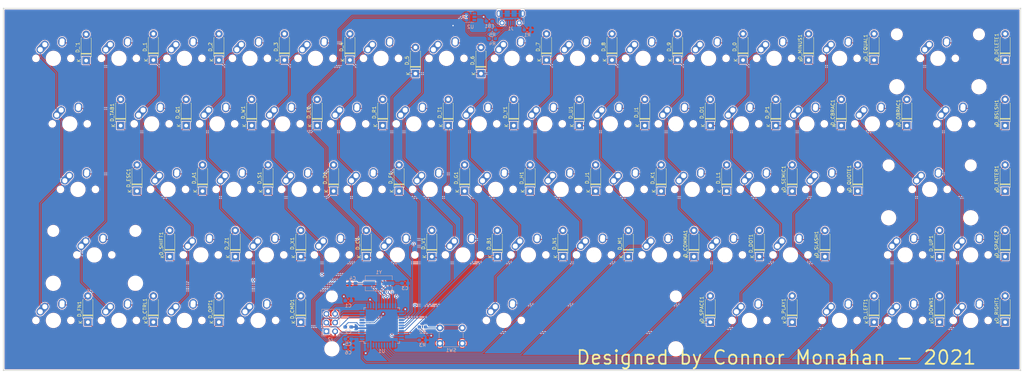
<source format=kicad_pcb>
(kicad_pcb (version 20171130) (host pcbnew "(5.1.10)-1")
  (layers (0 F.Cu signal) (31 B.Cu signal) (34 B.Paste user) (35 F.Paste user) (36 B.SilkS user) (37 F.SilkS user) (38 B.Mask user) (39 F.Mask user) (44 Edge.Cuts user))
  (net 0 "")
  (net 1 GND)
  (net 2 VCC)
  (net 3 "Net-(D_1-Pad2)")
  (net 4 "Net-(D_2-Pad2)")
  (net 5 "Net-(D_3-Pad2)")
  (net 6 "Net-(D_4-Pad2)")
  (net 7 "Net-(D_5-Pad2)")
  (net 8 "Net-(D_6-Pad2)")
  (net 9 "Net-(D_7-Pad2)")
  (net 10 "Net-(D_8-Pad2)")
  (net 11 "Net-(D_9-Pad2)")
  (net 12 "Net-(D_0-Pad2)")
  (net 13 "Net-(D_SPACE1-Pad2)")
  (net 14 "Net-(U1-Pad42)")
  (net 15 row0)
  (net 16 "Net-(D_`1-Pad2)")
  (net 17 "Net-(D_A1-Pad2)")
  (net 18 row2)
  (net 19 "Net-(D_B1-Pad2)")
  (net 20 row3)
  (net 21 "Net-(D_BSLSH1-Pad2)")
  (net 22 row1)
  (net 23 "Net-(D_C1-Pad2)")
  (net 24 "Net-(D_CBRAC1-Pad2)")
  (net 25 "Net-(D_CMD1-Pad2)")
  (net 26 row4)
  (net 27 "Net-(D_COMMA1-Pad2)")
  (net 28 "Net-(D_CTRL1-Pad2)")
  (net 29 "Net-(D_D1-Pad2)")
  (net 30 "Net-(D_DELETE1-Pad2)")
  (net 31 "Net-(D_DOT1-Pad2)")
  (net 32 "Net-(D_DOWN1-Pad2)")
  (net 33 "Net-(D_E1-Pad2)")
  (net 34 "Net-(D_ENTER1-Pad2)")
  (net 35 "Net-(D_EQUAL1-Pad2)")
  (net 36 "Net-(D_ESC1-Pad2)")
  (net 37 "Net-(D_F1-Pad2)")
  (net 38 "Net-(D_FN1-Pad2)")
  (net 39 "Net-(D_G1-Pad2)")
  (net 40 "Net-(D_H1-Pad2)")
  (net 41 "Net-(D_I1-Pad2)")
  (net 42 "Net-(D_J1-Pad2)")
  (net 43 "Net-(D_K1-Pad2)")
  (net 44 "Net-(D_L1-Pad2)")
  (net 45 "Net-(D_LEFT1-Pad2)")
  (net 46 "Net-(D_M1-Pad2)")
  (net 47 "Net-(D_MINUS1-Pad2)")
  (net 48 "Net-(D_N1-Pad2)")
  (net 49 "Net-(D_O1-Pad2)")
  (net 50 "Net-(D_OBRAC1-Pad2)")
  (net 51 "Net-(D_OPT1-Pad2)")
  (net 52 "Net-(D_P1-Pad2)")
  (net 53 "Net-(D_PLAY1-Pad2)")
  (net 54 "Net-(D_Q1-Pad2)")
  (net 55 "Net-(D_QUOTE1-Pad2)")
  (net 56 "Net-(D_R1-Pad2)")
  (net 57 "Net-(D_RIGHT1-Pad2)")
  (net 58 "Net-(D_S1-Pad2)")
  (net 59 "Net-(D_SEMIC1-Pad2)")
  (net 60 "Net-(D_SHIFT1-Pad2)")
  (net 61 "Net-(D_SLASH1-Pad2)")
  (net 62 "Net-(D_SPACE2-Pad2)")
  (net 63 "Net-(D_T1-Pad2)")
  (net 64 "Net-(D_TAB1-Pad2)")
  (net 65 "Net-(D_U1-Pad2)")
  (net 66 "Net-(D_UP1-Pad2)")
  (net 67 "Net-(D_V1-Pad2)")
  (net 68 "Net-(D_W1-Pad2)")
  (net 69 "Net-(D_X1-Pad2)")
  (net 70 "Net-(D_Y1-Pad2)")
  (net 71 "Net-(D_Z1-Pad2)")
  (net 72 col10)
  (net 73 col1)
  (net 74 col2)
  (net 75 col3)
  (net 76 col4)
  (net 77 col5)
  (net 78 col6)
  (net 79 col7)
  (net 80 col8)
  (net 81 col9)
  (net 82 col0)
  (net 83 col14)
  (net 84 col12)
  (net 85 col13)
  (net 86 col11)
  (net 87 "Net-(U2-Pad6)")
  (net 88 "Net-(U2-Pad4)")
  (net 89 "Net-(FB1-Pad2)")
  (net 90 "Net-(C2-Pad1)")
  (net 91 "Net-(C3-Pad1)")
  (net 92 "Net-(C4-Pad1)")
  (net 93 "Net-(J1-Pad6)")
  (net 94 "Net-(J1-Pad4)")
  (net 95 RST)
  (net 96 MOSI)
  (net 97 SCK)
  (net 98 MISO)
  (net 99 "Net-(R3-Pad1)")
  (net 100 D+)
  (net 101 D-)
  (net 102 "Net-(U1-Pad12)")
  (net 103 "Net-(U1-Pad8)")
  (net 104 /DB+)
  (net 105 /DB-)
  (module MX_Alps_Hybrid:MX-1U-NoLED (layer F.Cu) (at 131.7625 93.345)
    (fp_text reference K_F1)
    (fp_text value KEYSW)
    (pad 2 thru_hole oval (at 2.5 -4.5 86.0548) (size 2.831378 2.25) (drill 1.47 (offset 0.290689 0)) (layers *.Cu B.Mask) (net 37 "Net-(D_F1-Pad2)"))
    (pad 2 thru_hole circle (at 2.54 -5.08) (size 2.25 2.25) (drill 1.47) (layers *.Cu B.Mask) (net 37 "Net-(D_F1-Pad2)"))
    (pad 1 thru_hole oval (at -3.81 -2.54 48.0996) (size 4.211556 2.25) (drill 1.47 (offset 0.980778 0)) (layers *.Cu B.Mask) (net 77 col5))
    (pad "" np_thru_hole circle (at 0 0) (size 3.9878 3.9878) (drill 3.9878) (layers *.Cu *.Mask))
    (pad 1 thru_hole circle (at -2.5 -4) (size 2.25 2.25) (drill 1.47) (layers *.Cu B.Mask) (net 77 col5))
    (pad "" np_thru_hole circle (at -5.08 0 48.0996) (size 1.75 1.75) (drill 1.75) (layers *.Cu *.Mask))
    (pad "" np_thru_hole circle (at 5.08 0 48.0996) (size 1.75 1.75) (drill 1.75) (layers *.Cu *.Mask))
  )
  (module Crystal:Crystal_SMD_ECS_CSM3X-2Pin_7.6x4.1mm (layer B.Cu) (at 135.89 120.65 180)
    (fp_text reference Y1 (at 0 3.2) (layer B.SilkS) (effects (justify mirror)))
    (fp_text value 16MHz)
    (pad 2 smd rect (at 2.75 0 180) (size 3.5 1.2) (layers B.Cu B.Paste B.Mask) (net 92 "Net-(C4-Pad1)"))
    (pad 1 smd rect (at -2.75 0 180) (size 3.5 1.2) (layers B.Cu B.Paste B.Mask) (net 91 "Net-(C3-Pad1)"))
  )
  (module Package_QFP:TQFP-44_10x10mm_P0.8mm (layer B.Cu) (at 136.74 132.92)
    (fp_text reference U1 (at 0 7.45) (layer B.SilkS) (effects (justify mirror)))
    (fp_text value ATmega32U4-AU)
    (pad 44 smd rect (at -4 5.7 270) (size 1.5 0.55) (layers B.Cu B.Paste B.Mask) (net 2 VCC))
    (pad 43 smd rect (at -3.2 5.7 270) (size 1.5 0.55) (layers B.Cu B.Paste B.Mask) (net 1 GND))
    (pad 42 smd rect (at -2.4 5.7 270) (size 1.5 0.55) (layers B.Cu B.Paste B.Mask) (net 14 "Net-(U1-Pad42)"))
    (pad 41 smd rect (at -1.6 5.7 270) (size 1.5 0.55) (layers B.Cu B.Paste B.Mask) (net 85 col13))
    (pad 40 smd rect (at -0.8 5.7 270) (size 1.5 0.55) (layers B.Cu B.Paste B.Mask) (net 84 col12))
    (pad 39 smd rect (at 0 5.7 270) (size 1.5 0.55) (layers B.Cu B.Paste B.Mask) (net 86 col11))
    (pad 38 smd rect (at 0.8 5.7 270) (size 1.5 0.55) (layers B.Cu B.Paste B.Mask) (net 72 col10))
    (pad 37 smd rect (at 1.6 5.7 270) (size 1.5 0.55) (layers B.Cu B.Paste B.Mask) (net 81 col9))
    (pad 36 smd rect (at 2.4 5.7 270) (size 1.5 0.55) (layers B.Cu B.Paste B.Mask) (net 80 col8))
    (pad 35 smd rect (at 3.2 5.7 270) (size 1.5 0.55) (layers B.Cu B.Paste B.Mask) (net 1 GND))
    (pad 34 smd rect (at 4 5.7 270) (size 1.5 0.55) (layers B.Cu B.Paste B.Mask) (net 2 VCC))
    (pad 33 smd rect (at 5.7 4) (size 1.5 0.55) (layers B.Cu B.Paste B.Mask) (net 99 "Net-(R3-Pad1)"))
    (pad 32 smd rect (at 5.7 3.2) (size 1.5 0.55) (layers B.Cu B.Paste B.Mask) (net 26 row4))
    (pad 31 smd rect (at 5.7 2.4) (size 1.5 0.55) (layers B.Cu B.Paste B.Mask) (net 20 row3))
    (pad 30 smd rect (at 5.7 1.6) (size 1.5 0.55) (layers B.Cu B.Paste B.Mask) (net 18 row2))
    (pad 29 smd rect (at 5.7 0.8) (size 1.5 0.55) (layers B.Cu B.Paste B.Mask) (net 22 row1))
    (pad 28 smd rect (at 5.7 0) (size 1.5 0.55) (layers B.Cu B.Paste B.Mask) (net 15 row0))
    (pad 27 smd rect (at 5.7 -0.8) (size 1.5 0.55) (layers B.Cu B.Paste B.Mask) (net 79 col7))
    (pad 26 smd rect (at 5.7 -1.6) (size 1.5 0.55) (layers B.Cu B.Paste B.Mask) (net 78 col6))
    (pad 25 smd rect (at 5.7 -2.4) (size 1.5 0.55) (layers B.Cu B.Paste B.Mask) (net 77 col5))
    (pad 24 smd rect (at 5.7 -3.2) (size 1.5 0.55) (layers B.Cu B.Paste B.Mask) (net 2 VCC))
    (pad 23 smd rect (at 5.7 -4) (size 1.5 0.55) (layers B.Cu B.Paste B.Mask) (net 1 GND))
    (pad 22 smd rect (at 4 -5.7 270) (size 1.5 0.55) (layers B.Cu B.Paste B.Mask) (net 76 col4))
    (pad 21 smd rect (at 3.2 -5.7 270) (size 1.5 0.55) (layers B.Cu B.Paste B.Mask) (net 75 col3))
    (pad 20 smd rect (at 2.4 -5.7 270) (size 1.5 0.55) (layers B.Cu B.Paste B.Mask) (net 74 col2))
    (pad 19 smd rect (at 1.6 -5.7 270) (size 1.5 0.55) (layers B.Cu B.Paste B.Mask) (net 73 col1))
    (pad 18 smd rect (at 0.8 -5.7 270) (size 1.5 0.55) (layers B.Cu B.Paste B.Mask) (net 82 col0))
    (pad 17 smd rect (at 0 -5.7 270) (size 1.5 0.55) (layers B.Cu B.Paste B.Mask) (net 91 "Net-(C3-Pad1)"))
    (pad 16 smd rect (at -0.8 -5.7 270) (size 1.5 0.55) (layers B.Cu B.Paste B.Mask) (net 92 "Net-(C4-Pad1)"))
    (pad 15 smd rect (at -1.6 -5.7 270) (size 1.5 0.55) (layers B.Cu B.Paste B.Mask) (net 1 GND))
    (pad 14 smd rect (at -2.4 -5.7 270) (size 1.5 0.55) (layers B.Cu B.Paste B.Mask) (net 2 VCC))
    (pad 13 smd rect (at -3.2 -5.7 270) (size 1.5 0.55) (layers B.Cu B.Paste B.Mask) (net 95 RST))
    (pad 12 smd rect (at -4 -5.7 270) (size 1.5 0.55) (layers B.Cu B.Paste B.Mask) (net 102 "Net-(U1-Pad12)"))
    (pad 11 smd rect (at -5.7 -4) (size 1.5 0.55) (layers B.Cu B.Paste B.Mask) (net 98 MISO))
    (pad 10 smd rect (at -5.7 -3.2) (size 1.5 0.55) (layers B.Cu B.Paste B.Mask) (net 96 MOSI))
    (pad 9 smd rect (at -5.7 -2.4) (size 1.5 0.55) (layers B.Cu B.Paste B.Mask) (net 97 SCK))
    (pad 8 smd rect (at -5.7 -1.6) (size 1.5 0.55) (layers B.Cu B.Paste B.Mask) (net 103 "Net-(U1-Pad8)"))
    (pad 7 smd rect (at -5.7 -0.8) (size 1.5 0.55) (layers B.Cu B.Paste B.Mask) (net 2 VCC))
    (pad 6 smd rect (at -5.7 0) (size 1.5 0.55) (layers B.Cu B.Paste B.Mask) (net 90 "Net-(C2-Pad1)"))
    (pad 5 smd rect (at -5.7 0.8) (size 1.5 0.55) (layers B.Cu B.Paste B.Mask) (net 1 GND))
    (pad 4 smd rect (at -5.7 1.6) (size 1.5 0.55) (layers B.Cu B.Paste B.Mask) (net 100 D+))
    (pad 3 smd rect (at -5.7 2.4) (size 1.5 0.55) (layers B.Cu B.Paste B.Mask) (net 101 D-))
    (pad 2 smd rect (at -5.7 3.2) (size 1.5 0.55) (layers B.Cu B.Paste B.Mask) (net 2 VCC))
    (pad 1 smd rect (at -5.7 4) (size 1.5 0.55) (layers B.Cu B.Paste B.Mask) (net 83 col14))
  )
  (module Button_Switch_THT:SW_PUSH_6mm (layer B.Cu) (at 153.67 138.12)
    (fp_text reference SW1 (at 3.25 2) (layer B.SilkS) (effects (justify mirror)))
    (fp_text value SW_Push)
    (pad 1 thru_hole circle (at 6.5 0 270) (size 2 2) (drill 1.1) (layers *.Cu *.Mask) (net 1 GND))
    (pad 2 thru_hole circle (at 6.5 -4.5 270) (size 2 2) (drill 1.1) (layers *.Cu *.Mask) (net 95 RST))
    (pad 1 thru_hole circle (at 0 0 270) (size 2 2) (drill 1.1) (layers *.Cu *.Mask) (net 1 GND))
    (pad 2 thru_hole circle (at 0 -4.5 270) (size 2 2) (drill 1.1) (layers *.Cu *.Mask) (net 95 RST))
  )
  (module Resistor_SMD:R_0603_1608Metric_Pad0.98x0.95mm_HandSolder (layer B.Cu) (at 168.91 46.99)
    (fp_text reference R5 (at 0 1.43) (layer B.SilkS) (effects (justify mirror)))
    (fp_text value 22)
    (pad 2 smd roundrect (at 0.9125 0) (size 0.975 0.95) (layers B.Cu B.Paste B.Mask) (net 105 /DB-))
    (pad 1 smd roundrect (at -0.9125 0) (size 0.975 0.95) (layers B.Cu B.Paste B.Mask) (net 101 D-))
  )
  (module Resistor_SMD:R_0603_1608Metric_Pad0.98x0.95mm_HandSolder (layer B.Cu) (at 168.91 49.53)
    (fp_text reference R4 (at 0 1.43) (layer B.SilkS) (effects (justify mirror)))
    (fp_text value 22)
    (pad 2 smd roundrect (at 0.9125 0) (size 0.975 0.95) (layers B.Cu B.Paste B.Mask) (net 104 /DB+))
    (pad 1 smd roundrect (at -0.9125 0) (size 0.975 0.95) (layers B.Cu B.Paste B.Mask) (net 100 D+))
  )
  (module Resistor_SMD:R_0603_1608Metric_Pad0.98x0.95mm_HandSolder (layer B.Cu) (at 148.59 137.16)
    (fp_text reference R3 (at 0 1.43) (layer B.SilkS) (effects (justify mirror)))
    (fp_text value 10k)
    (pad 2 smd roundrect (at 0.9125 0) (size 0.975 0.95) (layers B.Cu B.Paste B.Mask) (net 1 GND))
    (pad 1 smd roundrect (at -0.9125 0) (size 0.975 0.95) (layers B.Cu B.Paste B.Mask) (net 99 "Net-(R3-Pad1)"))
  )
  (module Resistor_SMD:R_0603_1608Metric_Pad0.98x0.95mm_HandSolder (layer B.Cu) (at 148.59 133.35)
    (fp_text reference R2 (at 0 1.43) (layer B.SilkS) (effects (justify mirror)))
    (fp_text value 10k)
    (pad 2 smd roundrect (at 0.9125 0) (size 0.975 0.95) (layers B.Cu B.Paste B.Mask) (net 95 RST))
    (pad 1 smd roundrect (at -0.9125 0) (size 0.975 0.95) (layers B.Cu B.Paste B.Mask) (net 2 VCC))
  )
  (module Resistor_SMD:R_0603_1608Metric_Pad0.98x0.95mm_HandSolder (layer B.Cu) (at 179.07 46.99)
    (fp_text reference R1 (at 0 1.43) (layer B.SilkS) (effects (justify mirror)))
    (fp_text value 1M)
    (pad 2 smd roundrect (at 0.9125 0) (size 0.975 0.95) (layers B.Cu B.Paste B.Mask) (net 1 GND))
    (pad 1 smd roundrect (at -0.9125 0) (size 0.975 0.95) (layers B.Cu B.Paste B.Mask) (net 93 "Net-(J1-Pad6)"))
  )
  (module Connector_PinHeader_2.54mm:PinHeader_2x03_P2.54mm_Vertical (layer B.Cu) (at 120.65 134.62)
    (fp_text reference J2 (at 1.27 2.33) (layer B.SilkS) (effects (justify mirror)))
    (fp_text value AVR-ISP-6)
    (pad 6 thru_hole oval (at 2.54 -5.08) (size 1.7 1.7) (drill 1) (layers *.Cu *.Mask) (net 1 GND))
    (pad 5 thru_hole oval (at 0 -5.08) (size 1.7 1.7) (drill 1) (layers *.Cu *.Mask) (net 95 RST))
    (pad 4 thru_hole oval (at 2.54 -2.54) (size 1.7 1.7) (drill 1) (layers *.Cu *.Mask) (net 96 MOSI))
    (pad 3 thru_hole oval (at 0 -2.54) (size 1.7 1.7) (drill 1) (layers *.Cu *.Mask) (net 97 SCK))
    (pad 2 thru_hole oval (at 2.54 0) (size 1.7 1.7) (drill 1) (layers *.Cu *.Mask) (net 2 VCC))
    (pad 1 thru_hole rect (at 0 0) (size 1.7 1.7) (drill 1) (layers *.Cu *.Mask) (net 98 MISO))
  )
  (module Connector_USB:USB_Micro-B_Molex-105017-0001 (layer B.Cu) (at 174.234579 43.464922)
    (fp_text reference J1 (at 0 3.1125) (layer B.SilkS) (effects (justify mirror)))
    (fp_text value USB_B_Micro)
    (pad 6 smd rect (at -2.9 -1.2375) (size 1.2 1.9) (layers B.Cu B.Mask) (net 93 "Net-(J1-Pad6)"))
    (pad 6 smd rect (at 2.9 -1.2375) (size 1.2 1.9) (layers B.Cu B.Mask) (net 93 "Net-(J1-Pad6)"))
    (pad 6 thru_hole oval (at 3.5 -1.2375) (size 1.2 1.9) (drill oval 0.6 1.3) (layers *.Cu *.Mask) (net 93 "Net-(J1-Pad6)"))
    (pad 6 thru_hole oval (at -3.5 -1.2375 180) (size 1.2 1.9) (drill oval 0.6 1.3) (layers *.Cu *.Mask) (net 93 "Net-(J1-Pad6)"))
    (pad 6 smd rect (at -1 -1.2375) (size 1.5 1.9) (layers B.Cu B.Paste B.Mask) (net 93 "Net-(J1-Pad6)"))
    (pad 6 thru_hole circle (at 2.5 1.4625) (size 1.45 1.45) (drill 0.85) (layers *.Cu *.Mask) (net 93 "Net-(J1-Pad6)"))
    (pad 3 smd rect (at 0 1.4625) (size 0.4 1.35) (layers B.Cu B.Paste B.Mask) (net 104 /DB+))
    (pad 4 smd rect (at 0.65 1.4625) (size 0.4 1.35) (layers B.Cu B.Paste B.Mask) (net 94 "Net-(J1-Pad4)"))
    (pad 5 smd rect (at 1.3 1.4625) (size 0.4 1.35) (layers B.Cu B.Paste B.Mask) (net 1 GND))
    (pad 1 smd rect (at -1.3 1.4625) (size 0.4 1.35) (layers B.Cu B.Paste B.Mask) (net 89 "Net-(FB1-Pad2)"))
    (pad 2 smd rect (at -0.65 1.4625) (size 0.4 1.35) (layers B.Cu B.Paste B.Mask) (net 105 /DB-))
    (pad 6 thru_hole circle (at -2.5 1.4625) (size 1.45 1.45) (drill 0.85) (layers *.Cu *.Mask) (net 93 "Net-(J1-Pad6)"))
    (pad 6 smd rect (at 1 -1.2375) (size 1.5 1.9) (layers B.Cu B.Paste B.Mask) (net 93 "Net-(J1-Pad6)"))
  )
  (module Inductor_SMD:L_0603_1608Metric_Pad1.05x0.95mm_HandSolder (layer B.Cu) (at 168.035 44.45)
    (fp_text reference FB1 (at 0 1.43) (layer B.SilkS) (effects (justify mirror)))
    (fp_text value Ferrite_Bead_Small)
    (pad 2 smd roundrect (at 0.875 0) (size 1.05 0.95) (layers B.Cu B.Paste B.Mask) (net 89 "Net-(FB1-Pad2)"))
    (pad 1 smd roundrect (at -0.875 0) (size 1.05 0.95) (layers B.Cu B.Paste B.Mask) (net 2 VCC))
  )
  (module Capacitor_SMD:C_0603_1608Metric_Pad1.08x0.95mm_HandSolder (layer B.Cu) (at 127 139.35)
    (fp_text reference C6 (at 0 1.43) (layer B.SilkS) (effects (justify mirror)))
    (fp_text value 100n)
    (pad 2 smd roundrect (at 0.8625 0) (size 1.075 0.95) (layers B.Cu B.Paste B.Mask) (net 1 GND))
    (pad 1 smd roundrect (at -0.8625 0) (size 1.075 0.95) (layers B.Cu B.Paste B.Mask) (net 2 VCC))
  )
  (module Capacitor_SMD:C_0603_1608Metric_Pad1.08x0.95mm_HandSolder (layer B.Cu) (at 127 136.84)
    (fp_text reference C5 (at 0 1.43) (layer B.SilkS) (effects (justify mirror)))
    (fp_text value 1u)
    (pad 2 smd roundrect (at 0.8625 0) (size 1.075 0.95) (layers B.Cu B.Paste B.Mask) (net 1 GND))
    (pad 1 smd roundrect (at -0.8625 0) (size 1.075 0.95) (layers B.Cu B.Paste B.Mask) (net 2 VCC))
  )
  (module Capacitor_SMD:C_0603_1608Metric_Pad1.08x0.95mm_HandSolder (layer B.Cu) (at 128.27 120.65 180)
    (fp_text reference C4 (at 0 1.43) (layer B.SilkS) (effects (justify mirror)))
    (fp_text value 22p)
    (pad 2 smd roundrect (at 0.8625 0 180) (size 1.075 0.95) (layers B.Cu B.Paste B.Mask) (net 1 GND))
    (pad 1 smd roundrect (at -0.8625 0 180) (size 1.075 0.95) (layers B.Cu B.Paste B.Mask) (net 92 "Net-(C4-Pad1)"))
  )
  (module Capacitor_SMD:C_0603_1608Metric_Pad1.08x0.95mm_HandSolder (layer B.Cu) (at 143.51 120.65)
    (fp_text reference C3 (at 0 1.43) (layer B.SilkS) (effects (justify mirror)))
    (fp_text value 22p)
    (pad 2 smd roundrect (at 0.8625 0) (size 1.075 0.95) (layers B.Cu B.Paste B.Mask) (net 1 GND))
    (pad 1 smd roundrect (at -0.8625 0) (size 1.075 0.95) (layers B.Cu B.Paste B.Mask) (net 91 "Net-(C3-Pad1)"))
  )
  (module Capacitor_SMD:C_0603_1608Metric_Pad1.08x0.95mm_HandSolder (layer B.Cu) (at 127 133.35)
    (fp_text reference C2 (at 0 1.43) (layer B.SilkS) (effects (justify mirror)))
    (fp_text value 1u)
    (pad 2 smd roundrect (at 0.8625 0) (size 1.075 0.95) (layers B.Cu B.Paste B.Mask) (net 1 GND))
    (pad 1 smd roundrect (at -0.8625 0) (size 1.075 0.95) (layers B.Cu B.Paste B.Mask) (net 90 "Net-(C2-Pad1)"))
  )
  (module Capacitor_SMD:C_0603_1608Metric_Pad1.08x0.95mm_HandSolder (layer B.Cu) (at 127 125.73)
    (fp_text reference C1 (at 0 1.43) (layer B.SilkS) (effects (justify mirror)))
    (fp_text value 10u)
    (pad 2 smd roundrect (at 0.8625 0) (size 1.075 0.95) (layers B.Cu B.Paste B.Mask) (net 1 GND))
    (pad 1 smd roundrect (at -0.8625 0) (size 1.075 0.95) (layers B.Cu B.Paste B.Mask) (net 2 VCC))
  )
  (module Package_TO_SOT_SMD:SOT-23-6 (layer B.Cu) (at 162.56 43.18)
    (fp_text reference U2 (at 0 2.9) (layer B.SilkS) (effects (justify mirror)))
    (fp_text value USBLC6-4SC6)
    (pad 5 smd rect (at 1.1 0) (size 1.06 0.65) (layers B.Cu B.Paste B.Mask) (net 2 VCC))
    (pad 6 smd rect (at 1.1 0.95) (size 1.06 0.65) (layers B.Cu B.Paste B.Mask) (net 87 "Net-(U2-Pad6)"))
    (pad 4 smd rect (at 1.1 -0.95) (size 1.06 0.65) (layers B.Cu B.Paste B.Mask) (net 88 "Net-(U2-Pad4)"))
    (pad 3 smd rect (at -1.1 -0.95) (size 1.06 0.65) (layers B.Cu B.Paste B.Mask) (net 101 D-))
    (pad 2 smd rect (at -1.1 0) (size 1.06 0.65) (layers B.Cu B.Paste B.Mask) (net 1 GND))
    (pad 1 smd rect (at -1.1 0.95) (size 1.06 0.65) (layers B.Cu B.Paste B.Mask) (net 100 D+))
  )
  (module Diode_THT:D_DO-41_SOD81_P7.62mm_Horizontal (layer F.Cu) (at 94.1625 112.895 90)
    (fp_text reference D_Z1 (at 3.81 -2.47 90) (layer F.SilkS))
    (fp_text value D)
    (fp_text user K (at 0 -2.1 90) (layer F.SilkS))
    (pad 2 thru_hole oval (at 7.62 0 90) (size 2.2 2.2) (drill 1.1) (layers *.Cu *.Mask) (net 71 "Net-(D_Z1-Pad2)"))
    (pad 1 thru_hole rect (at 0 0 90) (size 2.2 2.2) (drill 1.1) (layers *.Cu *.Mask) (net 20 row3))
  )
  (module Diode_THT:D_DO-41_SOD81_P7.62mm_Horizontal (layer F.Cu) (at 175.125 74.795 90)
    (fp_text reference D_Y1 (at 3.81 -2.47 90) (layer F.SilkS))
    (fp_text value D)
    (fp_text user K (at 0 -2.1 90) (layer F.SilkS))
    (pad 2 thru_hole oval (at 7.62 0 90) (size 2.2 2.2) (drill 1.1) (layers *.Cu *.Mask) (net 70 "Net-(D_Y1-Pad2)"))
    (pad 1 thru_hole rect (at 0 0 90) (size 2.2 2.2) (drill 1.1) (layers *.Cu *.Mask) (net 22 row1))
  )
  (module Diode_THT:D_DO-41_SOD81_P7.62mm_Horizontal (layer F.Cu) (at 113.2125 112.895 90)
    (fp_text reference D_X1 (at 3.81 -2.47 90) (layer F.SilkS))
    (fp_text value D)
    (fp_text user K (at 0 -2.1 90) (layer F.SilkS))
    (pad 2 thru_hole oval (at 7.62 0 90) (size 2.2 2.2) (drill 1.1) (layers *.Cu *.Mask) (net 69 "Net-(D_X1-Pad2)"))
    (pad 1 thru_hole rect (at 0 0 90) (size 2.2 2.2) (drill 1.1) (layers *.Cu *.Mask) (net 20 row3))
  )
  (module Diode_THT:D_DO-41_SOD81_P7.62mm_Horizontal (layer F.Cu) (at 98.925 74.795 90)
    (fp_text reference D_W1 (at 3.81 -2.47 90) (layer F.SilkS))
    (fp_text value D)
    (fp_text user K (at 0 -2.1 90) (layer F.SilkS))
    (pad 2 thru_hole oval (at 7.62 0 90) (size 2.2 2.2) (drill 1.1) (layers *.Cu *.Mask) (net 68 "Net-(D_W1-Pad2)"))
    (pad 1 thru_hole rect (at 0 0 90) (size 2.2 2.2) (drill 1.1) (layers *.Cu *.Mask) (net 22 row1))
  )
  (module Diode_THT:D_DO-41_SOD81_P7.62mm_Horizontal (layer F.Cu) (at 151.3125 112.895 90)
    (fp_text reference D_V1 (at 3.81 -2.47 90) (layer F.SilkS))
    (fp_text value D)
    (fp_text user K (at 0 -2.1 90) (layer F.SilkS))
    (pad 2 thru_hole oval (at 7.62 0 90) (size 2.2 2.2) (drill 1.1) (layers *.Cu *.Mask) (net 67 "Net-(D_V1-Pad2)"))
    (pad 1 thru_hole rect (at 0 0 90) (size 2.2 2.2) (drill 1.1) (layers *.Cu *.Mask) (net 20 row3))
  )
  (module Diode_THT:D_DO-41_SOD81_P7.62mm_Horizontal (layer F.Cu) (at 298.95 112.895 90)
    (fp_text reference D_UP1 (at 3.81 -2.47 90) (layer F.SilkS))
    (fp_text value D)
    (fp_text user K (at 0 -2.1 90) (layer F.SilkS))
    (pad 2 thru_hole oval (at 7.62 0 90) (size 2.2 2.2) (drill 1.1) (layers *.Cu *.Mask) (net 66 "Net-(D_UP1-Pad2)"))
    (pad 1 thru_hole rect (at 0 0 90) (size 2.2 2.2) (drill 1.1) (layers *.Cu *.Mask) (net 20 row3))
  )
  (module Diode_THT:D_DO-41_SOD81_P7.62mm_Horizontal (layer F.Cu) (at 194.175 74.795 90)
    (fp_text reference D_U1 (at 3.81 -2.47 90) (layer F.SilkS))
    (fp_text value D)
    (fp_text user K (at 0 -2.1 90) (layer F.SilkS))
    (pad 2 thru_hole oval (at 7.62 0 90) (size 2.2 2.2) (drill 1.1) (layers *.Cu *.Mask) (net 65 "Net-(D_U1-Pad2)"))
    (pad 1 thru_hole rect (at 0 0 90) (size 2.2 2.2) (drill 1.1) (layers *.Cu *.Mask) (net 22 row1))
  )
  (module Diode_THT:D_DO-41_SOD81_P7.62mm_Horizontal (layer F.Cu) (at 60.825 74.795 90)
    (fp_text reference D_TAB1 (at 3.81 -2.47 90) (layer F.SilkS))
    (fp_text value D)
    (fp_text user K (at 0 -2.1 90) (layer F.SilkS))
    (pad 2 thru_hole oval (at 7.62 0 90) (size 2.2 2.2) (drill 1.1) (layers *.Cu *.Mask) (net 64 "Net-(D_TAB1-Pad2)"))
    (pad 1 thru_hole rect (at 0 0 90) (size 2.2 2.2) (drill 1.1) (layers *.Cu *.Mask) (net 22 row1))
  )
  (module Diode_THT:D_DO-41_SOD81_P7.62mm_Horizontal (layer F.Cu) (at 156.075 74.795 90)
    (fp_text reference D_T1 (at 3.81 -2.47 90) (layer F.SilkS))
    (fp_text value D)
    (fp_text user K (at 0 -2.1 90) (layer F.SilkS))
    (pad 2 thru_hole oval (at 7.62 0 90) (size 2.2 2.2) (drill 1.1) (layers *.Cu *.Mask) (net 63 "Net-(D_T1-Pad2)"))
    (pad 1 thru_hole rect (at 0 0 90) (size 2.2 2.2) (drill 1.1) (layers *.Cu *.Mask) (net 22 row1))
  )
  (module Diode_THT:D_DO-41_SOD81_P7.62mm_Horizontal (layer F.Cu) (at 318 112.895 90)
    (fp_text reference D_SPACE2 (at 3.81 -2.47 90) (layer F.SilkS))
    (fp_text value D)
    (fp_text user K (at 0 -2.1 90) (layer F.SilkS))
    (pad 2 thru_hole oval (at 7.62 0 90) (size 2.2 2.2) (drill 1.1) (layers *.Cu *.Mask) (net 62 "Net-(D_SPACE2-Pad2)"))
    (pad 1 thru_hole rect (at 0 0 90) (size 2.2 2.2) (drill 1.1) (layers *.Cu *.Mask) (net 20 row3))
  )
  (module Diode_THT:D_DO-41_SOD81_P7.62mm_Horizontal (layer F.Cu) (at 232.275 131.945 90)
    (fp_text reference D_SPACE1 (at 3.81 -2.47 90) (layer F.SilkS))
    (fp_text value D)
    (fp_text user K (at 0 -2.1 90) (layer F.SilkS))
    (pad 2 thru_hole oval (at 7.62 0 90) (size 2.2 2.2) (drill 1.1) (layers *.Cu *.Mask) (net 13 "Net-(D_SPACE1-Pad2)"))
    (pad 1 thru_hole rect (at 0 0 90) (size 2.2 2.2) (drill 1.1) (layers *.Cu *.Mask) (net 26 row4))
  )
  (module Diode_THT:D_DO-41_SOD81_P7.62mm_Horizontal (layer F.Cu) (at 265.6125 112.895 90)
    (fp_text reference D_SLASH1 (at 3.81 -2.47 90) (layer F.SilkS))
    (fp_text value D)
    (fp_text user K (at 0 -2.1 90) (layer F.SilkS))
    (pad 2 thru_hole oval (at 7.62 0 90) (size 2.2 2.2) (drill 1.1) (layers *.Cu *.Mask) (net 61 "Net-(D_SLASH1-Pad2)"))
    (pad 1 thru_hole rect (at 0 0 90) (size 2.2 2.2) (drill 1.1) (layers *.Cu *.Mask) (net 20 row3))
  )
  (module Diode_THT:D_DO-41_SOD81_P7.62mm_Horizontal (layer F.Cu) (at 75.1125 112.895 90)
    (fp_text reference D_SHIFT1 (at 3.81 -2.47 90) (layer F.SilkS))
    (fp_text value D)
    (fp_text user K (at 0 -2.1 90) (layer F.SilkS))
    (pad 2 thru_hole oval (at 7.62 0 90) (size 2.2 2.2) (drill 1.1) (layers *.Cu *.Mask) (net 60 "Net-(D_SHIFT1-Pad2)"))
    (pad 1 thru_hole rect (at 0 0 90) (size 2.2 2.2) (drill 1.1) (layers *.Cu *.Mask) (net 20 row3))
  )
  (module Diode_THT:D_DO-41_SOD81_P7.62mm_Horizontal (layer F.Cu) (at 256.0875 93.845 90)
    (fp_text reference D_SEMIC1 (at 3.81 -2.47 90) (layer F.SilkS))
    (fp_text value D)
    (fp_text user K (at 0 -2.1 90) (layer F.SilkS))
    (pad 2 thru_hole oval (at 7.62 0 90) (size 2.2 2.2) (drill 1.1) (layers *.Cu *.Mask) (net 59 "Net-(D_SEMIC1-Pad2)"))
    (pad 1 thru_hole rect (at 0 0 90) (size 2.2 2.2) (drill 1.1) (layers *.Cu *.Mask) (net 18 row2))
  )
  (module Diode_THT:D_DO-41_SOD81_P7.62mm_Horizontal (layer F.Cu) (at 103.6875 93.845 90)
    (fp_text reference D_S1 (at 3.81 -2.47 90) (layer F.SilkS))
    (fp_text value D)
    (fp_text user K (at 0 -2.1 90) (layer F.SilkS))
    (pad 2 thru_hole oval (at 7.62 0 90) (size 2.2 2.2) (drill 1.1) (layers *.Cu *.Mask) (net 58 "Net-(D_S1-Pad2)"))
    (pad 1 thru_hole rect (at 0 0 90) (size 2.2 2.2) (drill 1.1) (layers *.Cu *.Mask) (net 18 row2))
  )
  (module Diode_THT:D_DO-41_SOD81_P7.62mm_Horizontal (layer F.Cu) (at 318 131.945 90)
    (fp_text reference D_RIGHT1 (at 3.81 -2.47 90) (layer F.SilkS))
    (fp_text value D)
    (fp_text user K (at 0 -2.1 90) (layer F.SilkS))
    (pad 2 thru_hole oval (at 7.62 0 90) (size 2.2 2.2) (drill 1.1) (layers *.Cu *.Mask) (net 57 "Net-(D_RIGHT1-Pad2)"))
    (pad 1 thru_hole rect (at 0 0 90) (size 2.2 2.2) (drill 1.1) (layers *.Cu *.Mask) (net 26 row4))
  )
  (module Diode_THT:D_DO-41_SOD81_P7.62mm_Horizontal (layer F.Cu) (at 137.025 74.795 90)
    (fp_text reference D_R1 (at 3.81 -2.47 90) (layer F.SilkS))
    (fp_text value D)
    (fp_text user K (at 0 -2.1 90) (layer F.SilkS))
    (pad 2 thru_hole oval (at 7.62 0 90) (size 2.2 2.2) (drill 1.1) (layers *.Cu *.Mask) (net 56 "Net-(D_R1-Pad2)"))
    (pad 1 thru_hole rect (at 0 0 90) (size 2.2 2.2) (drill 1.1) (layers *.Cu *.Mask) (net 22 row1))
  )
  (module Diode_THT:D_DO-41_SOD81_P7.62mm_Horizontal (layer F.Cu) (at 275.1375 93.845 90)
    (fp_text reference D_QUOTE1 (at 3.81 -2.47 90) (layer F.SilkS))
    (fp_text value D)
    (fp_text user K (at 0 -2.1 90) (layer F.SilkS))
    (pad 2 thru_hole oval (at 7.62 0 90) (size 2.2 2.2) (drill 1.1) (layers *.Cu *.Mask) (net 55 "Net-(D_QUOTE1-Pad2)"))
    (pad 1 thru_hole rect (at 0 0 90) (size 2.2 2.2) (drill 1.1) (layers *.Cu *.Mask) (net 18 row2))
  )
  (module Diode_THT:D_DO-41_SOD81_P7.62mm_Horizontal (layer F.Cu) (at 79.875 74.795 90)
    (fp_text reference D_Q1 (at 3.81 -2.47 90) (layer F.SilkS))
    (fp_text value D)
    (fp_text user K (at 0 -2.1 90) (layer F.SilkS))
    (pad 2 thru_hole oval (at 7.62 0 90) (size 2.2 2.2) (drill 1.1) (layers *.Cu *.Mask) (net 54 "Net-(D_Q1-Pad2)"))
    (pad 1 thru_hole rect (at 0 0 90) (size 2.2 2.2) (drill 1.1) (layers *.Cu *.Mask) (net 22 row1))
  )
  (module Diode_THT:D_DO-41_SOD81_P7.62mm_Horizontal (layer F.Cu) (at 256.0875 131.945 90)
    (fp_text reference D_PLAY1 (at 3.81 -2.47 90) (layer F.SilkS))
    (fp_text value D)
    (fp_text user K (at 0 -2.1 90) (layer F.SilkS))
    (pad 2 thru_hole oval (at 7.62 0 90) (size 2.2 2.2) (drill 1.1) (layers *.Cu *.Mask) (net 53 "Net-(D_PLAY1-Pad2)"))
    (pad 1 thru_hole rect (at 0 0 90) (size 2.2 2.2) (drill 1.1) (layers *.Cu *.Mask) (net 26 row4))
  )
  (module Diode_THT:D_DO-41_SOD81_P7.62mm_Horizontal (layer F.Cu) (at 251.325 74.795 90)
    (fp_text reference D_P1 (at 3.81 -2.47 90) (layer F.SilkS))
    (fp_text value D)
    (fp_text user K (at 0 -2.1 90) (layer F.SilkS))
    (pad 2 thru_hole oval (at 7.62 0 90) (size 2.2 2.2) (drill 1.1) (layers *.Cu *.Mask) (net 52 "Net-(D_P1-Pad2)"))
    (pad 1 thru_hole rect (at 0 0 90) (size 2.2 2.2) (drill 1.1) (layers *.Cu *.Mask) (net 22 row1))
  )
  (module Diode_THT:D_DO-41_SOD81_P7.62mm_Horizontal (layer F.Cu) (at 89.4 131.945 90)
    (fp_text reference D_OPT1 (at 3.81 -2.47 90) (layer F.SilkS))
    (fp_text value D)
    (fp_text user K (at 0 -2.1 90) (layer F.SilkS))
    (pad 2 thru_hole oval (at 7.62 0 90) (size 2.2 2.2) (drill 1.1) (layers *.Cu *.Mask) (net 51 "Net-(D_OPT1-Pad2)"))
    (pad 1 thru_hole rect (at 0 0 90) (size 2.2 2.2) (drill 1.1) (layers *.Cu *.Mask) (net 26 row4))
  )
  (module Diode_THT:D_DO-41_SOD81_P7.62mm_Horizontal (layer F.Cu) (at 289.425 74.795 90)
    (fp_text reference D_OBRAC1 (at 3.81 -2.47 90) (layer F.SilkS))
    (fp_text value D)
    (fp_text user K (at 0 -2.1 90) (layer F.SilkS))
    (pad 2 thru_hole oval (at 7.62 0 90) (size 2.2 2.2) (drill 1.1) (layers *.Cu *.Mask) (net 50 "Net-(D_OBRAC1-Pad2)"))
    (pad 1 thru_hole rect (at 0 0 90) (size 2.2 2.2) (drill 1.1) (layers *.Cu *.Mask) (net 22 row1))
  )
  (module Diode_THT:D_DO-41_SOD81_P7.62mm_Horizontal (layer F.Cu) (at 232.275 74.795 90)
    (fp_text reference D_O1 (at 3.81 -2.47 90) (layer F.SilkS))
    (fp_text value D)
    (fp_text user K (at 0 -2.1 90) (layer F.SilkS))
    (pad 2 thru_hole oval (at 7.62 0 90) (size 2.2 2.2) (drill 1.1) (layers *.Cu *.Mask) (net 49 "Net-(D_O1-Pad2)"))
    (pad 1 thru_hole rect (at 0 0 90) (size 2.2 2.2) (drill 1.1) (layers *.Cu *.Mask) (net 22 row1))
  )
  (module Diode_THT:D_DO-41_SOD81_P7.62mm_Horizontal (layer F.Cu) (at 189.4125 112.895 90)
    (fp_text reference D_N1 (at 3.81 -2.47 90) (layer F.SilkS))
    (fp_text value D)
    (fp_text user K (at 0 -2.1 90) (layer F.SilkS))
    (pad 2 thru_hole oval (at 7.62 0 90) (size 2.2 2.2) (drill 1.1) (layers *.Cu *.Mask) (net 48 "Net-(D_N1-Pad2)"))
    (pad 1 thru_hole rect (at 0 0 90) (size 2.2 2.2) (drill 1.1) (layers *.Cu *.Mask) (net 20 row3))
  )
  (module Diode_THT:D_DO-41_SOD81_P7.62mm_Horizontal (layer F.Cu) (at 260.85 55.745 90)
    (fp_text reference D_MINUS1 (at 3.81 -2.47 90) (layer F.SilkS))
    (fp_text value D)
    (fp_text user K (at 0 -2.1 90) (layer F.SilkS))
    (pad 2 thru_hole oval (at 7.62 0 90) (size 2.2 2.2) (drill 1.1) (layers *.Cu *.Mask) (net 47 "Net-(D_MINUS1-Pad2)"))
    (pad 1 thru_hole rect (at 0 0 90) (size 2.2 2.2) (drill 1.1) (layers *.Cu *.Mask) (net 15 row0))
  )
  (module Diode_THT:D_DO-41_SOD81_P7.62mm_Horizontal (layer F.Cu) (at 208.4625 112.895 90)
    (fp_text reference D_M1 (at 3.81 -2.47 90) (layer F.SilkS))
    (fp_text value D)
    (fp_text user K (at 0 -2.1 90) (layer F.SilkS))
    (pad 2 thru_hole oval (at 7.62 0 90) (size 2.2 2.2) (drill 1.1) (layers *.Cu *.Mask) (net 46 "Net-(D_M1-Pad2)"))
    (pad 1 thru_hole rect (at 0 0 90) (size 2.2 2.2) (drill 1.1) (layers *.Cu *.Mask) (net 20 row3))
  )
  (module Diode_THT:D_DO-41_SOD81_P7.62mm_Horizontal (layer F.Cu) (at 279.9 131.945 90)
    (fp_text reference D_LEFT1 (at 3.81 -2.47 90) (layer F.SilkS))
    (fp_text value D)
    (fp_text user K (at 0 -2.1 90) (layer F.SilkS))
    (pad 2 thru_hole oval (at 7.62 0 90) (size 2.2 2.2) (drill 1.1) (layers *.Cu *.Mask) (net 45 "Net-(D_LEFT1-Pad2)"))
    (pad 1 thru_hole rect (at 0 0 90) (size 2.2 2.2) (drill 1.1) (layers *.Cu *.Mask) (net 26 row4))
  )
  (module Diode_THT:D_DO-41_SOD81_P7.62mm_Horizontal (layer F.Cu) (at 237.0375 93.845 90)
    (fp_text reference D_L1 (at 3.81 -2.47 90) (layer F.SilkS))
    (fp_text value D)
    (fp_text user K (at 0 -2.1 90) (layer F.SilkS))
    (pad 2 thru_hole oval (at 7.62 0 90) (size 2.2 2.2) (drill 1.1) (layers *.Cu *.Mask) (net 44 "Net-(D_L1-Pad2)"))
    (pad 1 thru_hole rect (at 0 0 90) (size 2.2 2.2) (drill 1.1) (layers *.Cu *.Mask) (net 18 row2))
  )
  (module Diode_THT:D_DO-41_SOD81_P7.62mm_Horizontal (layer F.Cu) (at 217.9875 93.845 90)
    (fp_text reference D_K1 (at 3.81 -2.47 90) (layer F.SilkS))
    (fp_text value D)
    (fp_text user K (at 0 -2.1 90) (layer F.SilkS))
    (pad 2 thru_hole oval (at 7.62 0 90) (size 2.2 2.2) (drill 1.1) (layers *.Cu *.Mask) (net 43 "Net-(D_K1-Pad2)"))
    (pad 1 thru_hole rect (at 0 0 90) (size 2.2 2.2) (drill 1.1) (layers *.Cu *.Mask) (net 18 row2))
  )
  (module Diode_THT:D_DO-41_SOD81_P7.62mm_Horizontal (layer F.Cu) (at 198.9375 93.845 90)
    (fp_text reference D_J1 (at 3.81 -2.47 90) (layer F.SilkS))
    (fp_text value D)
    (fp_text user K (at 0 -2.1 90) (layer F.SilkS))
    (pad 2 thru_hole oval (at 7.62 0 90) (size 2.2 2.2) (drill 1.1) (layers *.Cu *.Mask) (net 42 "Net-(D_J1-Pad2)"))
    (pad 1 thru_hole rect (at 0 0 90) (size 2.2 2.2) (drill 1.1) (layers *.Cu *.Mask) (net 18 row2))
  )
  (module Diode_THT:D_DO-41_SOD81_P7.62mm_Horizontal (layer F.Cu) (at 213.225 74.795 90)
    (fp_text reference D_I1 (at 3.81 -2.47 90) (layer F.SilkS))
    (fp_text value D)
    (fp_text user K (at 0 -2.1 90) (layer F.SilkS))
    (pad 2 thru_hole oval (at 7.62 0 90) (size 2.2 2.2) (drill 1.1) (layers *.Cu *.Mask) (net 41 "Net-(D_I1-Pad2)"))
    (pad 1 thru_hole rect (at 0 0 90) (size 2.2 2.2) (drill 1.1) (layers *.Cu *.Mask) (net 22 row1))
  )
  (module Diode_THT:D_DO-41_SOD81_P7.62mm_Horizontal (layer F.Cu) (at 179.8875 93.845 90)
    (fp_text reference D_H1 (at 3.81 -2.47 90) (layer F.SilkS))
    (fp_text value D)
    (fp_text user K (at 0 -2.1 90) (layer F.SilkS))
    (pad 2 thru_hole oval (at 7.62 0 90) (size 2.2 2.2) (drill 1.1) (layers *.Cu *.Mask) (net 40 "Net-(D_H1-Pad2)"))
    (pad 1 thru_hole rect (at 0 0 90) (size 2.2 2.2) (drill 1.1) (layers *.Cu *.Mask) (net 18 row2))
  )
  (module Diode_THT:D_DO-41_SOD81_P7.62mm_Horizontal (layer F.Cu) (at 160.8375 93.845 90)
    (fp_text reference D_G1 (at 3.81 -2.47 90) (layer F.SilkS))
    (fp_text value D)
    (fp_text user K (at 0 -2.1 90) (layer F.SilkS))
    (pad 2 thru_hole oval (at 7.62 0 90) (size 2.2 2.2) (drill 1.1) (layers *.Cu *.Mask) (net 39 "Net-(D_G1-Pad2)"))
    (pad 1 thru_hole rect (at 0 0 90) (size 2.2 2.2) (drill 1.1) (layers *.Cu *.Mask) (net 18 row2))
  )
  (module Diode_THT:D_DO-41_SOD81_P7.62mm_Horizontal (layer F.Cu) (at 51.3 131.945 90)
    (fp_text reference D_FN1 (at 3.81 -2.47 90) (layer F.SilkS))
    (fp_text value D)
    (fp_text user K (at 0 -2.1 90) (layer F.SilkS))
    (pad 2 thru_hole oval (at 7.62 0 90) (size 2.2 2.2) (drill 1.1) (layers *.Cu *.Mask) (net 38 "Net-(D_FN1-Pad2)"))
    (pad 1 thru_hole rect (at 0 0 90) (size 2.2 2.2) (drill 1.1) (layers *.Cu *.Mask) (net 26 row4))
  )
  (module Diode_THT:D_DO-41_SOD81_P7.62mm_Horizontal (layer F.Cu) (at 141.7875 93.845 90)
    (fp_text reference D_F1 (at 3.81 -2.47 90) (layer F.SilkS))
    (fp_text value D)
    (fp_text user K (at 0 -2.1 90) (layer F.SilkS))
    (pad 2 thru_hole oval (at 7.62 0 90) (size 2.2 2.2) (drill 1.1) (layers *.Cu *.Mask) (net 37 "Net-(D_F1-Pad2)"))
    (pad 1 thru_hole rect (at 0 0 90) (size 2.2 2.2) (drill 1.1) (layers *.Cu *.Mask) (net 18 row2))
  )
  (module Diode_THT:D_DO-41_SOD81_P7.62mm_Horizontal (layer F.Cu) (at 65.5875 93.845 90)
    (fp_text reference D_ESC1 (at 3.81 -2.47 90) (layer F.SilkS))
    (fp_text value D)
    (fp_text user K (at 0 -2.1 90) (layer F.SilkS))
    (pad 2 thru_hole oval (at 7.62 0 90) (size 2.2 2.2) (drill 1.1) (layers *.Cu *.Mask) (net 36 "Net-(D_ESC1-Pad2)"))
    (pad 1 thru_hole rect (at 0 0 90) (size 2.2 2.2) (drill 1.1) (layers *.Cu *.Mask) (net 18 row2))
  )
  (module Diode_THT:D_DO-41_SOD81_P7.62mm_Horizontal (layer F.Cu) (at 279.9 55.745 90)
    (fp_text reference D_EQUAL1 (at 3.81 -2.47 90) (layer F.SilkS))
    (fp_text value D)
    (fp_text user K (at 0 -2.1 90) (layer F.SilkS))
    (pad 2 thru_hole oval (at 7.62 0 90) (size 2.2 2.2) (drill 1.1) (layers *.Cu *.Mask) (net 35 "Net-(D_EQUAL1-Pad2)"))
    (pad 1 thru_hole rect (at 0 0 90) (size 2.2 2.2) (drill 1.1) (layers *.Cu *.Mask) (net 15 row0))
  )
  (module Diode_THT:D_DO-41_SOD81_P7.62mm_Horizontal (layer F.Cu) (at 318 93.845 90)
    (fp_text reference D_ENTER1 (at 3.81 -2.47 90) (layer F.SilkS))
    (fp_text value D)
    (fp_text user K (at 0 -2.1 90) (layer F.SilkS))
    (pad 2 thru_hole oval (at 7.62 0 90) (size 2.2 2.2) (drill 1.1) (layers *.Cu *.Mask) (net 34 "Net-(D_ENTER1-Pad2)"))
    (pad 1 thru_hole rect (at 0 0 90) (size 2.2 2.2) (drill 1.1) (layers *.Cu *.Mask) (net 18 row2))
  )
  (module Diode_THT:D_DO-41_SOD81_P7.62mm_Horizontal (layer F.Cu) (at 117.975 74.795 90)
    (fp_text reference D_E1 (at 3.81 -2.47 90) (layer F.SilkS))
    (fp_text value D)
    (fp_text user K (at 0 -2.1 90) (layer F.SilkS))
    (pad 2 thru_hole oval (at 7.62 0 90) (size 2.2 2.2) (drill 1.1) (layers *.Cu *.Mask) (net 33 "Net-(D_E1-Pad2)"))
    (pad 1 thru_hole rect (at 0 0 90) (size 2.2 2.2) (drill 1.1) (layers *.Cu *.Mask) (net 22 row1))
  )
  (module Diode_THT:D_DO-41_SOD81_P7.62mm_Horizontal (layer F.Cu) (at 298.95 131.945 90)
    (fp_text reference D_DOWN1 (at 3.81 -2.47 90) (layer F.SilkS))
    (fp_text value D)
    (fp_text user K (at 0 -2.1 90) (layer F.SilkS))
    (pad 2 thru_hole oval (at 7.62 0 90) (size 2.2 2.2) (drill 1.1) (layers *.Cu *.Mask) (net 32 "Net-(D_DOWN1-Pad2)"))
    (pad 1 thru_hole rect (at 0 0 90) (size 2.2 2.2) (drill 1.1) (layers *.Cu *.Mask) (net 26 row4))
  )
  (module Diode_THT:D_DO-41_SOD81_P7.62mm_Horizontal (layer F.Cu) (at 246.5625 112.895 90)
    (fp_text reference D_DOT1 (at 3.81 -2.47 90) (layer F.SilkS))
    (fp_text value D)
    (fp_text user K (at 0 -2.1 90) (layer F.SilkS))
    (pad 2 thru_hole oval (at 7.62 0 90) (size 2.2 2.2) (drill 1.1) (layers *.Cu *.Mask) (net 31 "Net-(D_DOT1-Pad2)"))
    (pad 1 thru_hole rect (at 0 0 90) (size 2.2 2.2) (drill 1.1) (layers *.Cu *.Mask) (net 20 row3))
  )
  (module Diode_THT:D_DO-41_SOD81_P7.62mm_Horizontal (layer F.Cu) (at 318 55.745 90)
    (fp_text reference D_DELETE1 (at 3.81 -2.47 90) (layer F.SilkS))
    (fp_text value D)
    (fp_text user K (at 0 -2.1 90) (layer F.SilkS))
    (pad 2 thru_hole oval (at 7.62 0 90) (size 2.2 2.2) (drill 1.1) (layers *.Cu *.Mask) (net 30 "Net-(D_DELETE1-Pad2)"))
    (pad 1 thru_hole rect (at 0 0 90) (size 2.2 2.2) (drill 1.1) (layers *.Cu *.Mask) (net 15 row0))
  )
  (module Diode_THT:D_DO-41_SOD81_P7.62mm_Horizontal (layer F.Cu) (at 122.7375 93.845 90)
    (fp_text reference D_D1 (at 3.81 -2.47 90) (layer F.SilkS))
    (fp_text value D)
    (fp_text user K (at 0 -2.1 90) (layer F.SilkS))
    (pad 2 thru_hole oval (at 7.62 0 90) (size 2.2 2.2) (drill 1.1) (layers *.Cu *.Mask) (net 29 "Net-(D_D1-Pad2)"))
    (pad 1 thru_hole rect (at 0 0 90) (size 2.2 2.2) (drill 1.1) (layers *.Cu *.Mask) (net 18 row2))
  )
  (module Diode_THT:D_DO-41_SOD81_P7.62mm_Horizontal (layer F.Cu) (at 70.35 131.945 90)
    (fp_text reference D_CTRL1 (at 3.81 -2.47 90) (layer F.SilkS))
    (fp_text value D)
    (fp_text user K (at 0 -2.1 90) (layer F.SilkS))
    (pad 2 thru_hole oval (at 7.62 0 90) (size 2.2 2.2) (drill 1.1) (layers *.Cu *.Mask) (net 28 "Net-(D_CTRL1-Pad2)"))
    (pad 1 thru_hole rect (at 0 0 90) (size 2.2 2.2) (drill 1.1) (layers *.Cu *.Mask) (net 26 row4))
  )
  (module Diode_THT:D_DO-41_SOD81_P7.62mm_Horizontal (layer F.Cu) (at 227.5125 112.895 90)
    (fp_text reference D_COMMA1 (at 3.81 -2.47 90) (layer F.SilkS))
    (fp_text value D)
    (fp_text user K (at 0 -2.1 90) (layer F.SilkS))
    (pad 2 thru_hole oval (at 7.62 0 90) (size 2.2 2.2) (drill 1.1) (layers *.Cu *.Mask) (net 27 "Net-(D_COMMA1-Pad2)"))
    (pad 1 thru_hole rect (at 0 0 90) (size 2.2 2.2) (drill 1.1) (layers *.Cu *.Mask) (net 20 row3))
  )
  (module Diode_THT:D_DO-41_SOD81_P7.62mm_Horizontal (layer F.Cu) (at 113.2125 131.945 90)
    (fp_text reference D_CMD1 (at 3.81 -2.47 90) (layer F.SilkS))
    (fp_text value D)
    (fp_text user K (at 0 -2.1 90) (layer F.SilkS))
    (pad 2 thru_hole oval (at 7.62 0 90) (size 2.2 2.2) (drill 1.1) (layers *.Cu *.Mask) (net 25 "Net-(D_CMD1-Pad2)"))
    (pad 1 thru_hole rect (at 0 0 90) (size 2.2 2.2) (drill 1.1) (layers *.Cu *.Mask) (net 26 row4))
  )
  (module Diode_THT:D_DO-41_SOD81_P7.62mm_Horizontal (layer F.Cu) (at 270.375 74.795 90)
    (fp_text reference D_CBRAC1 (at 3.81 -2.47 90) (layer F.SilkS))
    (fp_text value D)
    (fp_text user K (at 0 -2.1 90) (layer F.SilkS))
    (pad 2 thru_hole oval (at 7.62 0 90) (size 2.2 2.2) (drill 1.1) (layers *.Cu *.Mask) (net 24 "Net-(D_CBRAC1-Pad2)"))
    (pad 1 thru_hole rect (at 0 0 90) (size 2.2 2.2) (drill 1.1) (layers *.Cu *.Mask) (net 22 row1))
  )
  (module Diode_THT:D_DO-41_SOD81_P7.62mm_Horizontal (layer F.Cu) (at 132.2625 112.895 90)
    (fp_text reference D_C1 (at 3.81 -2.47 90) (layer F.SilkS))
    (fp_text value D)
    (fp_text user K (at 0 -2.1 90) (layer F.SilkS))
    (pad 2 thru_hole oval (at 7.62 0 90) (size 2.2 2.2) (drill 1.1) (layers *.Cu *.Mask) (net 23 "Net-(D_C1-Pad2)"))
    (pad 1 thru_hole rect (at 0 0 90) (size 2.2 2.2) (drill 1.1) (layers *.Cu *.Mask) (net 20 row3))
  )
  (module Diode_THT:D_DO-41_SOD81_P7.62mm_Horizontal (layer F.Cu) (at 318 74.795 90)
    (fp_text reference D_BSLSH1 (at 3.81 -2.47 90) (layer F.SilkS))
    (fp_text value D)
    (fp_text user K (at 0 -2.1 90) (layer F.SilkS))
    (pad 2 thru_hole oval (at 7.62 0 90) (size 2.2 2.2) (drill 1.1) (layers *.Cu *.Mask) (net 21 "Net-(D_BSLSH1-Pad2)"))
    (pad 1 thru_hole rect (at 0 0 90) (size 2.2 2.2) (drill 1.1) (layers *.Cu *.Mask) (net 22 row1))
  )
  (module Diode_THT:D_DO-41_SOD81_P7.62mm_Horizontal (layer F.Cu) (at 170.3625 112.895 90)
    (fp_text reference D_B1 (at 3.81 -2.47 90) (layer F.SilkS))
    (fp_text value D)
    (fp_text user K (at 0 -2.1 90) (layer F.SilkS))
    (pad 2 thru_hole oval (at 7.62 0 90) (size 2.2 2.2) (drill 1.1) (layers *.Cu *.Mask) (net 19 "Net-(D_B1-Pad2)"))
    (pad 1 thru_hole rect (at 0 0 90) (size 2.2 2.2) (drill 1.1) (layers *.Cu *.Mask) (net 20 row3))
  )
  (module Diode_THT:D_DO-41_SOD81_P7.62mm_Horizontal (layer F.Cu) (at 84.6375 93.845 90)
    (fp_text reference D_A1 (at 3.81 -2.47 90) (layer F.SilkS))
    (fp_text value D)
    (fp_text user K (at 0 -2.1 90) (layer F.SilkS))
    (pad 2 thru_hole oval (at 7.62 0 90) (size 2.2 2.2) (drill 1.1) (layers *.Cu *.Mask) (net 17 "Net-(D_A1-Pad2)"))
    (pad 1 thru_hole rect (at 0 0 90) (size 2.2 2.2) (drill 1.1) (layers *.Cu *.Mask) (net 18 row2))
  )
  (module Diode_THT:D_DO-41_SOD81_P7.62mm_Horizontal (layer F.Cu) (at 50.8 55.88 90)
    (fp_text reference D_`1 (at 3.81 -2.47 90) (layer F.SilkS))
    (fp_text value D)
    (fp_text user K (at 0 -2.1 90) (layer F.SilkS))
    (pad 2 thru_hole oval (at 7.62 0 90) (size 2.2 2.2) (drill 1.1) (layers *.Cu *.Mask) (net 16 "Net-(D_`1-Pad2)"))
    (pad 1 thru_hole rect (at 0 0 90) (size 2.2 2.2) (drill 1.1) (layers *.Cu *.Mask) (net 15 row0))
  )
  (module Diode_THT:D_DO-41_SOD81_P7.62mm_Horizontal (layer F.Cu) (at 222.75 55.745 90)
    (fp_text reference D_9 (at 3.81 -2.47 90) (layer F.SilkS))
    (fp_text value D)
    (fp_text user K (at 0 -2.1 90) (layer F.SilkS))
    (pad 2 thru_hole oval (at 7.62 0 90) (size 2.2 2.2) (drill 1.1) (layers *.Cu *.Mask) (net 11 "Net-(D_9-Pad2)"))
    (pad 1 thru_hole rect (at 0 0 90) (size 2.2 2.2) (drill 1.1) (layers *.Cu *.Mask) (net 15 row0))
  )
  (module Diode_THT:D_DO-41_SOD81_P7.62mm_Horizontal (layer F.Cu) (at 203.7 55.745 90)
    (fp_text reference D_8 (at 3.81 -2.47 90) (layer F.SilkS))
    (fp_text value D)
    (fp_text user K (at 0 -2.1 90) (layer F.SilkS))
    (pad 2 thru_hole oval (at 7.62 0 90) (size 2.2 2.2) (drill 1.1) (layers *.Cu *.Mask) (net 10 "Net-(D_8-Pad2)"))
    (pad 1 thru_hole rect (at 0 0 90) (size 2.2 2.2) (drill 1.1) (layers *.Cu *.Mask) (net 15 row0))
  )
  (module Diode_THT:D_DO-41_SOD81_P7.62mm_Horizontal (layer F.Cu) (at 184.65 55.745 90)
    (fp_text reference D_7 (at 3.81 -2.47 90) (layer F.SilkS))
    (fp_text value D)
    (fp_text user K (at 0 -2.1 90) (layer F.SilkS))
    (pad 2 thru_hole oval (at 7.62 0 90) (size 2.2 2.2) (drill 1.1) (layers *.Cu *.Mask) (net 9 "Net-(D_7-Pad2)"))
    (pad 1 thru_hole rect (at 0 0 90) (size 2.2 2.2) (drill 1.1) (layers *.Cu *.Mask) (net 15 row0))
  )
  (module Diode_THT:D_DO-41_SOD81_P7.62mm_Horizontal (layer F.Cu) (at 165.6 59.69 90)
    (fp_text reference D_6 (at 3.81 -2.47 90) (layer F.SilkS))
    (fp_text value D)
    (fp_text user K (at 0 -2.1 90) (layer F.SilkS))
    (pad 2 thru_hole oval (at 7.62 0 90) (size 2.2 2.2) (drill 1.1) (layers *.Cu *.Mask) (net 8 "Net-(D_6-Pad2)"))
    (pad 1 thru_hole rect (at 0 0 90) (size 2.2 2.2) (drill 1.1) (layers *.Cu *.Mask) (net 15 row0))
  )
  (module Diode_THT:D_DO-41_SOD81_P7.62mm_Horizontal (layer F.Cu) (at 146.55 59.69 90)
    (fp_text reference D_5 (at 3.81 -2.47 90) (layer F.SilkS))
    (fp_text value D)
    (fp_text user K (at 0 -2.1 90) (layer F.SilkS))
    (pad 2 thru_hole oval (at 7.62 0 90) (size 2.2 2.2) (drill 1.1) (layers *.Cu *.Mask) (net 7 "Net-(D_5-Pad2)"))
    (pad 1 thru_hole rect (at 0 0 90) (size 2.2 2.2) (drill 1.1) (layers *.Cu *.Mask) (net 15 row0))
  )
  (module Diode_THT:D_DO-41_SOD81_P7.62mm_Horizontal (layer F.Cu) (at 127.5 55.745 90)
    (fp_text reference D_4 (at 3.81 -2.47 90) (layer F.SilkS))
    (fp_text value D)
    (fp_text user K (at 0 -2.1 90) (layer F.SilkS))
    (pad 2 thru_hole oval (at 7.62 0 90) (size 2.2 2.2) (drill 1.1) (layers *.Cu *.Mask) (net 6 "Net-(D_4-Pad2)"))
    (pad 1 thru_hole rect (at 0 0 90) (size 2.2 2.2) (drill 1.1) (layers *.Cu *.Mask) (net 15 row0))
  )
  (module Diode_THT:D_DO-41_SOD81_P7.62mm_Horizontal (layer F.Cu) (at 108.45 55.745 90)
    (fp_text reference D_3 (at 3.81 -2.47 90) (layer F.SilkS))
    (fp_text value D)
    (fp_text user K (at 0 -2.1 90) (layer F.SilkS))
    (pad 2 thru_hole oval (at 7.62 0 90) (size 2.2 2.2) (drill 1.1) (layers *.Cu *.Mask) (net 5 "Net-(D_3-Pad2)"))
    (pad 1 thru_hole rect (at 0 0 90) (size 2.2 2.2) (drill 1.1) (layers *.Cu *.Mask) (net 15 row0))
  )
  (module Diode_THT:D_DO-41_SOD81_P7.62mm_Horizontal (layer F.Cu) (at 89.4 55.745 90)
    (fp_text reference D_2 (at 3.81 -2.47 90) (layer F.SilkS))
    (fp_text value D)
    (fp_text user K (at 0 -2.1 90) (layer F.SilkS))
    (pad 2 thru_hole oval (at 7.62 0 90) (size 2.2 2.2) (drill 1.1) (layers *.Cu *.Mask) (net 4 "Net-(D_2-Pad2)"))
    (pad 1 thru_hole rect (at 0 0 90) (size 2.2 2.2) (drill 1.1) (layers *.Cu *.Mask) (net 15 row0))
  )
  (module Diode_THT:D_DO-41_SOD81_P7.62mm_Horizontal (layer F.Cu) (at 70.35 55.745 90)
    (fp_text reference D_1 (at 3.81 -2.47 90) (layer F.SilkS))
    (fp_text value D)
    (fp_text user K (at 0 -2.1 90) (layer F.SilkS))
    (pad 2 thru_hole oval (at 7.62 0 90) (size 2.2 2.2) (drill 1.1) (layers *.Cu *.Mask) (net 3 "Net-(D_1-Pad2)"))
    (pad 1 thru_hole rect (at 0 0 90) (size 2.2 2.2) (drill 1.1) (layers *.Cu *.Mask) (net 15 row0))
  )
  (module Diode_THT:D_DO-41_SOD81_P7.62mm_Horizontal (layer F.Cu) (at 241.8 55.745 90)
    (fp_text reference D_0 (at 3.81 -2.47 90) (layer F.SilkS))
    (fp_text value D)
    (fp_text user K (at 0 -2.1 90) (layer F.SilkS))
    (pad 2 thru_hole oval (at 7.62 0 90) (size 2.2 2.2) (drill 1.1) (layers *.Cu *.Mask) (net 12 "Net-(D_0-Pad2)"))
    (pad 1 thru_hole rect (at 0 0 90) (size 2.2 2.2) (drill 1.1) (layers *.Cu *.Mask) (net 15 row0))
  )
  (module MX_Alps_Hybrid:MX-1U-NoLED (layer F.Cu) (at 41.275 55.245)
    (fp_text reference K_`1)
    (fp_text value KEYSW)
    (pad 2 thru_hole oval (at 2.5 -4.5 86.0548) (size 2.831378 2.25) (drill 1.47 (offset 0.290689 0)) (layers *.Cu B.Mask) (net 16 "Net-(D_`1-Pad2)"))
    (pad 2 thru_hole circle (at 2.54 -5.08) (size 2.25 2.25) (drill 1.47) (layers *.Cu B.Mask) (net 16 "Net-(D_`1-Pad2)"))
    (pad 1 thru_hole oval (at -3.81 -2.54 48.0996) (size 4.211556 2.25) (drill 1.47 (offset 0.980778 0)) (layers *.Cu B.Mask) (net 82 col0))
    (pad "" np_thru_hole circle (at 0 0) (size 3.9878 3.9878) (drill 3.9878) (layers *.Cu *.Mask))
    (pad 1 thru_hole circle (at -2.5 -4) (size 2.25 2.25) (drill 1.47) (layers *.Cu B.Mask) (net 82 col0))
    (pad "" np_thru_hole circle (at -5.08 0 48.0996) (size 1.75 1.75) (drill 1.75) (layers *.Cu *.Mask))
    (pad "" np_thru_hole circle (at 5.08 0 48.0996) (size 1.75 1.75) (drill 1.75) (layers *.Cu *.Mask))
  )
  (module MX_Alps_Hybrid:MX-1U-NoLED (layer F.Cu) (at 60.325 55.245)
    (fp_text reference K_1)
    (fp_text value KEYSW)
    (pad 2 thru_hole oval (at 2.5 -4.5 86.0548) (size 2.831378 2.25) (drill 1.47 (offset 0.290689 0)) (layers *.Cu B.Mask) (net 3 "Net-(D_1-Pad2)"))
    (pad 2 thru_hole circle (at 2.54 -5.08) (size 2.25 2.25) (drill 1.47) (layers *.Cu B.Mask) (net 3 "Net-(D_1-Pad2)"))
    (pad 1 thru_hole oval (at -3.81 -2.54 48.0996) (size 4.211556 2.25) (drill 1.47 (offset 0.980778 0)) (layers *.Cu B.Mask) (net 73 col1))
    (pad "" np_thru_hole circle (at 0 0) (size 3.9878 3.9878) (drill 3.9878) (layers *.Cu *.Mask))
    (pad 1 thru_hole circle (at -2.5 -4) (size 2.25 2.25) (drill 1.47) (layers *.Cu B.Mask) (net 73 col1))
    (pad "" np_thru_hole circle (at -5.08 0 48.0996) (size 1.75 1.75) (drill 1.75) (layers *.Cu *.Mask))
    (pad "" np_thru_hole circle (at 5.08 0 48.0996) (size 1.75 1.75) (drill 1.75) (layers *.Cu *.Mask))
  )
  (module MX_Alps_Hybrid:MX-1U-NoLED (layer F.Cu) (at 79.375 55.245)
    (fp_text reference K_2)
    (fp_text value KEYSW)
    (pad 2 thru_hole oval (at 2.5 -4.5 86.0548) (size 2.831378 2.25) (drill 1.47 (offset 0.290689 0)) (layers *.Cu B.Mask) (net 4 "Net-(D_2-Pad2)"))
    (pad 2 thru_hole circle (at 2.54 -5.08) (size 2.25 2.25) (drill 1.47) (layers *.Cu B.Mask) (net 4 "Net-(D_2-Pad2)"))
    (pad 1 thru_hole oval (at -3.81 -2.54 48.0996) (size 4.211556 2.25) (drill 1.47 (offset 0.980778 0)) (layers *.Cu B.Mask) (net 74 col2))
    (pad "" np_thru_hole circle (at 0 0) (size 3.9878 3.9878) (drill 3.9878) (layers *.Cu *.Mask))
    (pad 1 thru_hole circle (at -2.5 -4) (size 2.25 2.25) (drill 1.47) (layers *.Cu B.Mask) (net 74 col2))
    (pad "" np_thru_hole circle (at -5.08 0 48.0996) (size 1.75 1.75) (drill 1.75) (layers *.Cu *.Mask))
    (pad "" np_thru_hole circle (at 5.08 0 48.0996) (size 1.75 1.75) (drill 1.75) (layers *.Cu *.Mask))
  )
  (module MX_Alps_Hybrid:MX-1U-NoLED (layer F.Cu) (at 98.425 55.245)
    (fp_text reference K_3)
    (fp_text value KEYSW)
    (pad 2 thru_hole oval (at 2.5 -4.5 86.0548) (size 2.831378 2.25) (drill 1.47 (offset 0.290689 0)) (layers *.Cu B.Mask) (net 5 "Net-(D_3-Pad2)"))
    (pad 2 thru_hole circle (at 2.54 -5.08) (size 2.25 2.25) (drill 1.47) (layers *.Cu B.Mask) (net 5 "Net-(D_3-Pad2)"))
    (pad 1 thru_hole oval (at -3.81 -2.54 48.0996) (size 4.211556 2.25) (drill 1.47 (offset 0.980778 0)) (layers *.Cu B.Mask) (net 75 col3))
    (pad "" np_thru_hole circle (at 0 0) (size 3.9878 3.9878) (drill 3.9878) (layers *.Cu *.Mask))
    (pad 1 thru_hole circle (at -2.5 -4) (size 2.25 2.25) (drill 1.47) (layers *.Cu B.Mask) (net 75 col3))
    (pad "" np_thru_hole circle (at -5.08 0 48.0996) (size 1.75 1.75) (drill 1.75) (layers *.Cu *.Mask))
    (pad "" np_thru_hole circle (at 5.08 0 48.0996) (size 1.75 1.75) (drill 1.75) (layers *.Cu *.Mask))
  )
  (module MX_Alps_Hybrid:MX-1U-NoLED (layer F.Cu) (at 117.475 55.245)
    (fp_text reference K_4)
    (fp_text value KEYSW)
    (pad 2 thru_hole oval (at 2.5 -4.5 86.0548) (size 2.831378 2.25) (drill 1.47 (offset 0.290689 0)) (layers *.Cu B.Mask) (net 6 "Net-(D_4-Pad2)"))
    (pad 2 thru_hole circle (at 2.54 -5.08) (size 2.25 2.25) (drill 1.47) (layers *.Cu B.Mask) (net 6 "Net-(D_4-Pad2)"))
    (pad 1 thru_hole oval (at -3.81 -2.54 48.0996) (size 4.211556 2.25) (drill 1.47 (offset 0.980778 0)) (layers *.Cu B.Mask) (net 76 col4))
    (pad "" np_thru_hole circle (at 0 0) (size 3.9878 3.9878) (drill 3.9878) (layers *.Cu *.Mask))
    (pad 1 thru_hole circle (at -2.5 -4) (size 2.25 2.25) (drill 1.47) (layers *.Cu B.Mask) (net 76 col4))
    (pad "" np_thru_hole circle (at -5.08 0 48.0996) (size 1.75 1.75) (drill 1.75) (layers *.Cu *.Mask))
    (pad "" np_thru_hole circle (at 5.08 0 48.0996) (size 1.75 1.75) (drill 1.75) (layers *.Cu *.Mask))
  )
  (module MX_Alps_Hybrid:MX-1U-NoLED (layer F.Cu) (at 136.525 55.245)
    (fp_text reference K_5)
    (fp_text value KEYSW)
    (pad 2 thru_hole oval (at 2.5 -4.5 86.0548) (size 2.831378 2.25) (drill 1.47 (offset 0.290689 0)) (layers *.Cu B.Mask) (net 7 "Net-(D_5-Pad2)"))
    (pad 2 thru_hole circle (at 2.54 -5.08) (size 2.25 2.25) (drill 1.47) (layers *.Cu B.Mask) (net 7 "Net-(D_5-Pad2)"))
    (pad 1 thru_hole oval (at -3.81 -2.54 48.0996) (size 4.211556 2.25) (drill 1.47 (offset 0.980778 0)) (layers *.Cu B.Mask) (net 77 col5))
    (pad "" np_thru_hole circle (at 0 0) (size 3.9878 3.9878) (drill 3.9878) (layers *.Cu *.Mask))
    (pad 1 thru_hole circle (at -2.5 -4) (size 2.25 2.25) (drill 1.47) (layers *.Cu B.Mask) (net 77 col5))
    (pad "" np_thru_hole circle (at -5.08 0 48.0996) (size 1.75 1.75) (drill 1.75) (layers *.Cu *.Mask))
    (pad "" np_thru_hole circle (at 5.08 0 48.0996) (size 1.75 1.75) (drill 1.75) (layers *.Cu *.Mask))
  )
  (module MX_Alps_Hybrid:MX-1U-NoLED (layer F.Cu) (at 155.575 55.245)
    (fp_text reference K_6)
    (fp_text value KEYSW)
    (pad 2 thru_hole oval (at 2.5 -4.5 86.0548) (size 2.831378 2.25) (drill 1.47 (offset 0.290689 0)) (layers *.Cu B.Mask) (net 8 "Net-(D_6-Pad2)"))
    (pad 2 thru_hole circle (at 2.54 -5.08) (size 2.25 2.25) (drill 1.47) (layers *.Cu B.Mask) (net 8 "Net-(D_6-Pad2)"))
    (pad 1 thru_hole oval (at -3.81 -2.54 48.0996) (size 4.211556 2.25) (drill 1.47 (offset 0.980778 0)) (layers *.Cu B.Mask) (net 78 col6))
    (pad "" np_thru_hole circle (at 0 0) (size 3.9878 3.9878) (drill 3.9878) (layers *.Cu *.Mask))
    (pad 1 thru_hole circle (at -2.5 -4) (size 2.25 2.25) (drill 1.47) (layers *.Cu B.Mask) (net 78 col6))
    (pad "" np_thru_hole circle (at -5.08 0 48.0996) (size 1.75 1.75) (drill 1.75) (layers *.Cu *.Mask))
    (pad "" np_thru_hole circle (at 5.08 0 48.0996) (size 1.75 1.75) (drill 1.75) (layers *.Cu *.Mask))
  )
  (module MX_Alps_Hybrid:MX-1U-NoLED (layer F.Cu) (at 174.625 55.245)
    (fp_text reference K_7)
    (fp_text value KEYSW)
    (pad 2 thru_hole oval (at 2.5 -4.5 86.0548) (size 2.831378 2.25) (drill 1.47 (offset 0.290689 0)) (layers *.Cu B.Mask) (net 9 "Net-(D_7-Pad2)"))
    (pad 2 thru_hole circle (at 2.54 -5.08) (size 2.25 2.25) (drill 1.47) (layers *.Cu B.Mask) (net 9 "Net-(D_7-Pad2)"))
    (pad 1 thru_hole oval (at -3.81 -2.54 48.0996) (size 4.211556 2.25) (drill 1.47 (offset 0.980778 0)) (layers *.Cu B.Mask) (net 79 col7))
    (pad "" np_thru_hole circle (at 0 0) (size 3.9878 3.9878) (drill 3.9878) (layers *.Cu *.Mask))
    (pad 1 thru_hole circle (at -2.5 -4) (size 2.25 2.25) (drill 1.47) (layers *.Cu B.Mask) (net 79 col7))
    (pad "" np_thru_hole circle (at -5.08 0 48.0996) (size 1.75 1.75) (drill 1.75) (layers *.Cu *.Mask))
    (pad "" np_thru_hole circle (at 5.08 0 48.0996) (size 1.75 1.75) (drill 1.75) (layers *.Cu *.Mask))
  )
  (module MX_Alps_Hybrid:MX-1U-NoLED (layer F.Cu) (at 193.675 55.245)
    (fp_text reference K_8)
    (fp_text value KEYSW)
    (pad 2 thru_hole oval (at 2.5 -4.5 86.0548) (size 2.831378 2.25) (drill 1.47 (offset 0.290689 0)) (layers *.Cu B.Mask) (net 10 "Net-(D_8-Pad2)"))
    (pad 2 thru_hole circle (at 2.54 -5.08) (size 2.25 2.25) (drill 1.47) (layers *.Cu B.Mask) (net 10 "Net-(D_8-Pad2)"))
    (pad 1 thru_hole oval (at -3.81 -2.54 48.0996) (size 4.211556 2.25) (drill 1.47 (offset 0.980778 0)) (layers *.Cu B.Mask) (net 80 col8))
    (pad "" np_thru_hole circle (at 0 0) (size 3.9878 3.9878) (drill 3.9878) (layers *.Cu *.Mask))
    (pad 1 thru_hole circle (at -2.5 -4) (size 2.25 2.25) (drill 1.47) (layers *.Cu B.Mask) (net 80 col8))
    (pad "" np_thru_hole circle (at -5.08 0 48.0996) (size 1.75 1.75) (drill 1.75) (layers *.Cu *.Mask))
    (pad "" np_thru_hole circle (at 5.08 0 48.0996) (size 1.75 1.75) (drill 1.75) (layers *.Cu *.Mask))
  )
  (module MX_Alps_Hybrid:MX-1U-NoLED (layer F.Cu) (at 212.725 55.245)
    (fp_text reference K_9)
    (fp_text value KEYSW)
    (pad 2 thru_hole oval (at 2.5 -4.5 86.0548) (size 2.831378 2.25) (drill 1.47 (offset 0.290689 0)) (layers *.Cu B.Mask) (net 11 "Net-(D_9-Pad2)"))
    (pad 2 thru_hole circle (at 2.54 -5.08) (size 2.25 2.25) (drill 1.47) (layers *.Cu B.Mask) (net 11 "Net-(D_9-Pad2)"))
    (pad 1 thru_hole oval (at -3.81 -2.54 48.0996) (size 4.211556 2.25) (drill 1.47 (offset 0.980778 0)) (layers *.Cu B.Mask) (net 81 col9))
    (pad "" np_thru_hole circle (at 0 0) (size 3.9878 3.9878) (drill 3.9878) (layers *.Cu *.Mask))
    (pad 1 thru_hole circle (at -2.5 -4) (size 2.25 2.25) (drill 1.47) (layers *.Cu B.Mask) (net 81 col9))
    (pad "" np_thru_hole circle (at -5.08 0 48.0996) (size 1.75 1.75) (drill 1.75) (layers *.Cu *.Mask))
    (pad "" np_thru_hole circle (at 5.08 0 48.0996) (size 1.75 1.75) (drill 1.75) (layers *.Cu *.Mask))
  )
  (module MX_Alps_Hybrid:MX-1U-NoLED (layer F.Cu) (at 231.775 55.245)
    (fp_text reference K_0)
    (fp_text value KEYSW)
    (pad 2 thru_hole oval (at 2.5 -4.5 86.0548) (size 2.831378 2.25) (drill 1.47 (offset 0.290689 0)) (layers *.Cu B.Mask) (net 12 "Net-(D_0-Pad2)"))
    (pad 2 thru_hole circle (at 2.54 -5.08) (size 2.25 2.25) (drill 1.47) (layers *.Cu B.Mask) (net 12 "Net-(D_0-Pad2)"))
    (pad 1 thru_hole oval (at -3.81 -2.54 48.0996) (size 4.211556 2.25) (drill 1.47 (offset 0.980778 0)) (layers *.Cu B.Mask) (net 72 col10))
    (pad "" np_thru_hole circle (at 0 0) (size 3.9878 3.9878) (drill 3.9878) (layers *.Cu *.Mask))
    (pad 1 thru_hole circle (at -2.5 -4) (size 2.25 2.25) (drill 1.47) (layers *.Cu B.Mask) (net 72 col10))
    (pad "" np_thru_hole circle (at -5.08 0 48.0996) (size 1.75 1.75) (drill 1.75) (layers *.Cu *.Mask))
    (pad "" np_thru_hole circle (at 5.08 0 48.0996) (size 1.75 1.75) (drill 1.75) (layers *.Cu *.Mask))
  )
  (module MX_Alps_Hybrid:MX-1U-NoLED (layer F.Cu) (at 250.825 55.245)
    (fp_text reference K_MINUS1)
    (fp_text value KEYSW)
    (pad 2 thru_hole oval (at 2.5 -4.5 86.0548) (size 2.831378 2.25) (drill 1.47 (offset 0.290689 0)) (layers *.Cu B.Mask) (net 47 "Net-(D_MINUS1-Pad2)"))
    (pad 2 thru_hole circle (at 2.54 -5.08) (size 2.25 2.25) (drill 1.47) (layers *.Cu B.Mask) (net 47 "Net-(D_MINUS1-Pad2)"))
    (pad 1 thru_hole oval (at -3.81 -2.54 48.0996) (size 4.211556 2.25) (drill 1.47 (offset 0.980778 0)) (layers *.Cu B.Mask) (net 86 col11))
    (pad "" np_thru_hole circle (at 0 0) (size 3.9878 3.9878) (drill 3.9878) (layers *.Cu *.Mask))
    (pad 1 thru_hole circle (at -2.5 -4) (size 2.25 2.25) (drill 1.47) (layers *.Cu B.Mask) (net 86 col11))
    (pad "" np_thru_hole circle (at -5.08 0 48.0996) (size 1.75 1.75) (drill 1.75) (layers *.Cu *.Mask))
    (pad "" np_thru_hole circle (at 5.08 0 48.0996) (size 1.75 1.75) (drill 1.75) (layers *.Cu *.Mask))
  )
  (module MX_Alps_Hybrid:MX-1U-NoLED (layer F.Cu) (at 269.875 55.245)
    (fp_text reference K_EQUAL1)
    (fp_text value KEYSW)
    (pad 2 thru_hole oval (at 2.5 -4.5 86.0548) (size 2.831378 2.25) (drill 1.47 (offset 0.290689 0)) (layers *.Cu B.Mask) (net 35 "Net-(D_EQUAL1-Pad2)"))
    (pad 2 thru_hole circle (at 2.54 -5.08) (size 2.25 2.25) (drill 1.47) (layers *.Cu B.Mask) (net 35 "Net-(D_EQUAL1-Pad2)"))
    (pad 1 thru_hole oval (at -3.81 -2.54 48.0996) (size 4.211556 2.25) (drill 1.47 (offset 0.980778 0)) (layers *.Cu B.Mask) (net 84 col12))
    (pad "" np_thru_hole circle (at 0 0) (size 3.9878 3.9878) (drill 3.9878) (layers *.Cu *.Mask))
    (pad 1 thru_hole circle (at -2.5 -4) (size 2.25 2.25) (drill 1.47) (layers *.Cu B.Mask) (net 84 col12))
    (pad "" np_thru_hole circle (at -5.08 0 48.0996) (size 1.75 1.75) (drill 1.75) (layers *.Cu *.Mask))
    (pad "" np_thru_hole circle (at 5.08 0 48.0996) (size 1.75 1.75) (drill 1.75) (layers *.Cu *.Mask))
  )
  (module MX_Alps_Hybrid:MX-2U-NoLED (layer F.Cu) (at 298.45 55.245)
    (fp_text reference K_DELETE1)
    (fp_text value KEYSW)
    (pad 2 thru_hole oval (at 2.5 -4.5 86.0548) (size 2.831378 2.25) (drill 1.47 (offset 0.290689 0)) (layers *.Cu B.Mask) (net 30 "Net-(D_DELETE1-Pad2)"))
    (pad 2 thru_hole circle (at 2.54 -5.08) (size 2.25 2.25) (drill 1.47) (layers *.Cu B.Mask) (net 30 "Net-(D_DELETE1-Pad2)"))
    (pad 1 thru_hole oval (at -3.81 -2.54 48.0996) (size 4.211556 2.25) (drill 1.47 (offset 0.980778 0)) (layers *.Cu B.Mask) (net 83 col14))
    (pad "" np_thru_hole circle (at 0 0) (size 3.9878 3.9878) (drill 3.9878) (layers *.Cu *.Mask))
    (pad 1 thru_hole circle (at -2.5 -4) (size 2.25 2.25) (drill 1.47) (layers *.Cu B.Mask) (net 83 col14))
    (pad "" np_thru_hole circle (at -5.08 0 48.0996) (size 1.75 1.75) (drill 1.75) (layers *.Cu *.Mask))
    (pad "" np_thru_hole circle (at 5.08 0 48.0996) (size 1.75 1.75) (drill 1.75) (layers *.Cu *.Mask))
    (pad "" np_thru_hole circle (at -11.938 -6.985) (size 3.048 3.048) (drill 3.048) (layers *.Cu *.Mask))
    (pad "" np_thru_hole circle (at 11.938 -6.985) (size 3.048 3.048) (drill 3.048) (layers *.Cu *.Mask))
    (pad "" np_thru_hole circle (at -11.938 8.255) (size 3.9878 3.9878) (drill 3.9878) (layers *.Cu *.Mask))
    (pad "" np_thru_hole circle (at 11.938 8.255) (size 3.9878 3.9878) (drill 3.9878) (layers *.Cu *.Mask))
  )
  (module MX_Alps_Hybrid:MX-1.5U-NoLED (layer F.Cu) (at 46.0375 74.295)
    (fp_text reference K_TAB1)
    (fp_text value KEYSW)
    (pad 2 thru_hole oval (at 2.5 -4.5 86.0548) (size 2.831378 2.25) (drill 1.47 (offset 0.290689 0)) (layers *.Cu B.Mask) (net 64 "Net-(D_TAB1-Pad2)"))
    (pad 2 thru_hole circle (at 2.54 -5.08) (size 2.25 2.25) (drill 1.47) (layers *.Cu B.Mask) (net 64 "Net-(D_TAB1-Pad2)"))
    (pad 1 thru_hole oval (at -3.81 -2.54 48.0996) (size 4.211556 2.25) (drill 1.47 (offset 0.980778 0)) (layers *.Cu B.Mask) (net 82 col0))
    (pad "" np_thru_hole circle (at 0 0) (size 3.9878 3.9878) (drill 3.9878) (layers *.Cu *.Mask))
    (pad 1 thru_hole circle (at -2.5 -4) (size 2.25 2.25) (drill 1.47) (layers *.Cu B.Mask) (net 82 col0))
    (pad "" np_thru_hole circle (at -5.08 0 48.0996) (size 1.75 1.75) (drill 1.75) (layers *.Cu *.Mask))
    (pad "" np_thru_hole circle (at 5.08 0 48.0996) (size 1.75 1.75) (drill 1.75) (layers *.Cu *.Mask))
  )
  (module MX_Alps_Hybrid:MX-1U-NoLED (layer F.Cu) (at 69.85 74.295)
    (fp_text reference K_Q1)
    (fp_text value KEYSW)
    (pad 2 thru_hole oval (at 2.5 -4.5 86.0548) (size 2.831378 2.25) (drill 1.47 (offset 0.290689 0)) (layers *.Cu B.Mask) (net 54 "Net-(D_Q1-Pad2)"))
    (pad 2 thru_hole circle (at 2.54 -5.08) (size 2.25 2.25) (drill 1.47) (layers *.Cu B.Mask) (net 54 "Net-(D_Q1-Pad2)"))
    (pad 1 thru_hole oval (at -3.81 -2.54 48.0996) (size 4.211556 2.25) (drill 1.47 (offset 0.980778 0)) (layers *.Cu B.Mask) (net 74 col2))
    (pad "" np_thru_hole circle (at 0 0) (size 3.9878 3.9878) (drill 3.9878) (layers *.Cu *.Mask))
    (pad 1 thru_hole circle (at -2.5 -4) (size 2.25 2.25) (drill 1.47) (layers *.Cu B.Mask) (net 74 col2))
    (pad "" np_thru_hole circle (at -5.08 0 48.0996) (size 1.75 1.75) (drill 1.75) (layers *.Cu *.Mask))
    (pad "" np_thru_hole circle (at 5.08 0 48.0996) (size 1.75 1.75) (drill 1.75) (layers *.Cu *.Mask))
  )
  (module MX_Alps_Hybrid:MX-1U-NoLED (layer F.Cu) (at 88.9 74.295)
    (fp_text reference K_W1)
    (fp_text value KEYSW)
    (pad 2 thru_hole oval (at 2.5 -4.5 86.0548) (size 2.831378 2.25) (drill 1.47 (offset 0.290689 0)) (layers *.Cu B.Mask) (net 68 "Net-(D_W1-Pad2)"))
    (pad 2 thru_hole circle (at 2.54 -5.08) (size 2.25 2.25) (drill 1.47) (layers *.Cu B.Mask) (net 68 "Net-(D_W1-Pad2)"))
    (pad 1 thru_hole oval (at -3.81 -2.54 48.0996) (size 4.211556 2.25) (drill 1.47 (offset 0.980778 0)) (layers *.Cu B.Mask) (net 75 col3))
    (pad "" np_thru_hole circle (at 0 0) (size 3.9878 3.9878) (drill 3.9878) (layers *.Cu *.Mask))
    (pad 1 thru_hole circle (at -2.5 -4) (size 2.25 2.25) (drill 1.47) (layers *.Cu B.Mask) (net 75 col3))
    (pad "" np_thru_hole circle (at -5.08 0 48.0996) (size 1.75 1.75) (drill 1.75) (layers *.Cu *.Mask))
    (pad "" np_thru_hole circle (at 5.08 0 48.0996) (size 1.75 1.75) (drill 1.75) (layers *.Cu *.Mask))
  )
  (module MX_Alps_Hybrid:MX-1U-NoLED (layer F.Cu) (at 107.95 74.295)
    (fp_text reference K_E1)
    (fp_text value KEYSW)
    (pad 2 thru_hole oval (at 2.5 -4.5 86.0548) (size 2.831378 2.25) (drill 1.47 (offset 0.290689 0)) (layers *.Cu B.Mask) (net 33 "Net-(D_E1-Pad2)"))
    (pad 2 thru_hole circle (at 2.54 -5.08) (size 2.25 2.25) (drill 1.47) (layers *.Cu B.Mask) (net 33 "Net-(D_E1-Pad2)"))
    (pad 1 thru_hole oval (at -3.81 -2.54 48.0996) (size 4.211556 2.25) (drill 1.47 (offset 0.980778 0)) (layers *.Cu B.Mask) (net 76 col4))
    (pad "" np_thru_hole circle (at 0 0) (size 3.9878 3.9878) (drill 3.9878) (layers *.Cu *.Mask))
    (pad 1 thru_hole circle (at -2.5 -4) (size 2.25 2.25) (drill 1.47) (layers *.Cu B.Mask) (net 76 col4))
    (pad "" np_thru_hole circle (at -5.08 0 48.0996) (size 1.75 1.75) (drill 1.75) (layers *.Cu *.Mask))
    (pad "" np_thru_hole circle (at 5.08 0 48.0996) (size 1.75 1.75) (drill 1.75) (layers *.Cu *.Mask))
  )
  (module MX_Alps_Hybrid:MX-1U-NoLED (layer F.Cu) (at 127 74.295)
    (fp_text reference K_R1)
    (fp_text value KEYSW)
    (pad 2 thru_hole oval (at 2.5 -4.5 86.0548) (size 2.831378 2.25) (drill 1.47 (offset 0.290689 0)) (layers *.Cu B.Mask) (net 56 "Net-(D_R1-Pad2)"))
    (pad 2 thru_hole circle (at 2.54 -5.08) (size 2.25 2.25) (drill 1.47) (layers *.Cu B.Mask) (net 56 "Net-(D_R1-Pad2)"))
    (pad 1 thru_hole oval (at -3.81 -2.54 48.0996) (size 4.211556 2.25) (drill 1.47 (offset 0.980778 0)) (layers *.Cu B.Mask) (net 77 col5))
    (pad "" np_thru_hole circle (at 0 0) (size 3.9878 3.9878) (drill 3.9878) (layers *.Cu *.Mask))
    (pad 1 thru_hole circle (at -2.5 -4) (size 2.25 2.25) (drill 1.47) (layers *.Cu B.Mask) (net 77 col5))
    (pad "" np_thru_hole circle (at -5.08 0 48.0996) (size 1.75 1.75) (drill 1.75) (layers *.Cu *.Mask))
    (pad "" np_thru_hole circle (at 5.08 0 48.0996) (size 1.75 1.75) (drill 1.75) (layers *.Cu *.Mask))
  )
  (module MX_Alps_Hybrid:MX-1U-NoLED (layer F.Cu) (at 146.05 74.295)
    (fp_text reference K_T1)
    (fp_text value KEYSW)
    (pad 2 thru_hole oval (at 2.5 -4.5 86.0548) (size 2.831378 2.25) (drill 1.47 (offset 0.290689 0)) (layers *.Cu B.Mask) (net 63 "Net-(D_T1-Pad2)"))
    (pad 2 thru_hole circle (at 2.54 -5.08) (size 2.25 2.25) (drill 1.47) (layers *.Cu B.Mask) (net 63 "Net-(D_T1-Pad2)"))
    (pad 1 thru_hole oval (at -3.81 -2.54 48.0996) (size 4.211556 2.25) (drill 1.47 (offset 0.980778 0)) (layers *.Cu B.Mask) (net 78 col6))
    (pad "" np_thru_hole circle (at 0 0) (size 3.9878 3.9878) (drill 3.9878) (layers *.Cu *.Mask))
    (pad 1 thru_hole circle (at -2.5 -4) (size 2.25 2.25) (drill 1.47) (layers *.Cu B.Mask) (net 78 col6))
    (pad "" np_thru_hole circle (at -5.08 0 48.0996) (size 1.75 1.75) (drill 1.75) (layers *.Cu *.Mask))
    (pad "" np_thru_hole circle (at 5.08 0 48.0996) (size 1.75 1.75) (drill 1.75) (layers *.Cu *.Mask))
  )
  (module MX_Alps_Hybrid:MX-1U-NoLED (layer F.Cu) (at 165.1 74.295)
    (fp_text reference K_Y1)
    (fp_text value KEYSW)
    (pad 2 thru_hole oval (at 2.5 -4.5 86.0548) (size 2.831378 2.25) (drill 1.47 (offset 0.290689 0)) (layers *.Cu B.Mask) (net 70 "Net-(D_Y1-Pad2)"))
    (pad 2 thru_hole circle (at 2.54 -5.08) (size 2.25 2.25) (drill 1.47) (layers *.Cu B.Mask) (net 70 "Net-(D_Y1-Pad2)"))
    (pad 1 thru_hole oval (at -3.81 -2.54 48.0996) (size 4.211556 2.25) (drill 1.47 (offset 0.980778 0)) (layers *.Cu B.Mask) (net 79 col7))
    (pad "" np_thru_hole circle (at 0 0) (size 3.9878 3.9878) (drill 3.9878) (layers *.Cu *.Mask))
    (pad 1 thru_hole circle (at -2.5 -4) (size 2.25 2.25) (drill 1.47) (layers *.Cu B.Mask) (net 79 col7))
    (pad "" np_thru_hole circle (at -5.08 0 48.0996) (size 1.75 1.75) (drill 1.75) (layers *.Cu *.Mask))
    (pad "" np_thru_hole circle (at 5.08 0 48.0996) (size 1.75 1.75) (drill 1.75) (layers *.Cu *.Mask))
  )
  (module MX_Alps_Hybrid:MX-1U-NoLED (layer F.Cu) (at 184.15 74.295)
    (fp_text reference K_U1)
    (fp_text value KEYSW)
    (pad 2 thru_hole oval (at 2.5 -4.5 86.0548) (size 2.831378 2.25) (drill 1.47 (offset 0.290689 0)) (layers *.Cu B.Mask) (net 65 "Net-(D_U1-Pad2)"))
    (pad 2 thru_hole circle (at 2.54 -5.08) (size 2.25 2.25) (drill 1.47) (layers *.Cu B.Mask) (net 65 "Net-(D_U1-Pad2)"))
    (pad 1 thru_hole oval (at -3.81 -2.54 48.0996) (size 4.211556 2.25) (drill 1.47 (offset 0.980778 0)) (layers *.Cu B.Mask) (net 80 col8))
    (pad "" np_thru_hole circle (at 0 0) (size 3.9878 3.9878) (drill 3.9878) (layers *.Cu *.Mask))
    (pad 1 thru_hole circle (at -2.5 -4) (size 2.25 2.25) (drill 1.47) (layers *.Cu B.Mask) (net 80 col8))
    (pad "" np_thru_hole circle (at -5.08 0 48.0996) (size 1.75 1.75) (drill 1.75) (layers *.Cu *.Mask))
    (pad "" np_thru_hole circle (at 5.08 0 48.0996) (size 1.75 1.75) (drill 1.75) (layers *.Cu *.Mask))
  )
  (module MX_Alps_Hybrid:MX-1U-NoLED (layer F.Cu) (at 203.2 74.295)
    (fp_text reference K_I1)
    (fp_text value KEYSW)
    (pad 2 thru_hole oval (at 2.5 -4.5 86.0548) (size 2.831378 2.25) (drill 1.47 (offset 0.290689 0)) (layers *.Cu B.Mask) (net 41 "Net-(D_I1-Pad2)"))
    (pad 2 thru_hole circle (at 2.54 -5.08) (size 2.25 2.25) (drill 1.47) (layers *.Cu B.Mask) (net 41 "Net-(D_I1-Pad2)"))
    (pad 1 thru_hole oval (at -3.81 -2.54 48.0996) (size 4.211556 2.25) (drill 1.47 (offset 0.980778 0)) (layers *.Cu B.Mask) (net 81 col9))
    (pad "" np_thru_hole circle (at 0 0) (size 3.9878 3.9878) (drill 3.9878) (layers *.Cu *.Mask))
    (pad 1 thru_hole circle (at -2.5 -4) (size 2.25 2.25) (drill 1.47) (layers *.Cu B.Mask) (net 81 col9))
    (pad "" np_thru_hole circle (at -5.08 0 48.0996) (size 1.75 1.75) (drill 1.75) (layers *.Cu *.Mask))
    (pad "" np_thru_hole circle (at 5.08 0 48.0996) (size 1.75 1.75) (drill 1.75) (layers *.Cu *.Mask))
  )
  (module MX_Alps_Hybrid:MX-1U-NoLED (layer F.Cu) (at 222.25 74.295)
    (fp_text reference K_O1)
    (fp_text value KEYSW)
    (pad 2 thru_hole oval (at 2.5 -4.5 86.0548) (size 2.831378 2.25) (drill 1.47 (offset 0.290689 0)) (layers *.Cu B.Mask) (net 49 "Net-(D_O1-Pad2)"))
    (pad 2 thru_hole circle (at 2.54 -5.08) (size 2.25 2.25) (drill 1.47) (layers *.Cu B.Mask) (net 49 "Net-(D_O1-Pad2)"))
    (pad 1 thru_hole oval (at -3.81 -2.54 48.0996) (size 4.211556 2.25) (drill 1.47 (offset 0.980778 0)) (layers *.Cu B.Mask) (net 72 col10))
    (pad "" np_thru_hole circle (at 0 0) (size 3.9878 3.9878) (drill 3.9878) (layers *.Cu *.Mask))
    (pad 1 thru_hole circle (at -2.5 -4) (size 2.25 2.25) (drill 1.47) (layers *.Cu B.Mask) (net 72 col10))
    (pad "" np_thru_hole circle (at -5.08 0 48.0996) (size 1.75 1.75) (drill 1.75) (layers *.Cu *.Mask))
    (pad "" np_thru_hole circle (at 5.08 0 48.0996) (size 1.75 1.75) (drill 1.75) (layers *.Cu *.Mask))
  )
  (module MX_Alps_Hybrid:MX-1U-NoLED (layer F.Cu) (at 241.3 74.295)
    (fp_text reference K_P1)
    (fp_text value KEYSW)
    (pad 2 thru_hole oval (at 2.5 -4.5 86.0548) (size 2.831378 2.25) (drill 1.47 (offset 0.290689 0)) (layers *.Cu B.Mask) (net 52 "Net-(D_P1-Pad2)"))
    (pad 2 thru_hole circle (at 2.54 -5.08) (size 2.25 2.25) (drill 1.47) (layers *.Cu B.Mask) (net 52 "Net-(D_P1-Pad2)"))
    (pad 1 thru_hole oval (at -3.81 -2.54 48.0996) (size 4.211556 2.25) (drill 1.47 (offset 0.980778 0)) (layers *.Cu B.Mask) (net 86 col11))
    (pad "" np_thru_hole circle (at 0 0) (size 3.9878 3.9878) (drill 3.9878) (layers *.Cu *.Mask))
    (pad 1 thru_hole circle (at -2.5 -4) (size 2.25 2.25) (drill 1.47) (layers *.Cu B.Mask) (net 86 col11))
    (pad "" np_thru_hole circle (at -5.08 0 48.0996) (size 1.75 1.75) (drill 1.75) (layers *.Cu *.Mask))
    (pad "" np_thru_hole circle (at 5.08 0 48.0996) (size 1.75 1.75) (drill 1.75) (layers *.Cu *.Mask))
  )
  (module MX_Alps_Hybrid:MX-1U-NoLED (layer F.Cu) (at 260.35 74.295)
    (fp_text reference K_CBRAC1)
    (fp_text value KEYSW)
    (pad 2 thru_hole oval (at 2.5 -4.5 86.0548) (size 2.831378 2.25) (drill 1.47 (offset 0.290689 0)) (layers *.Cu B.Mask) (net 24 "Net-(D_CBRAC1-Pad2)"))
    (pad 2 thru_hole circle (at 2.54 -5.08) (size 2.25 2.25) (drill 1.47) (layers *.Cu B.Mask) (net 24 "Net-(D_CBRAC1-Pad2)"))
    (pad 1 thru_hole oval (at -3.81 -2.54 48.0996) (size 4.211556 2.25) (drill 1.47 (offset 0.980778 0)) (layers *.Cu B.Mask) (net 84 col12))
    (pad "" np_thru_hole circle (at 0 0) (size 3.9878 3.9878) (drill 3.9878) (layers *.Cu *.Mask))
    (pad 1 thru_hole circle (at -2.5 -4) (size 2.25 2.25) (drill 1.47) (layers *.Cu B.Mask) (net 84 col12))
    (pad "" np_thru_hole circle (at -5.08 0 48.0996) (size 1.75 1.75) (drill 1.75) (layers *.Cu *.Mask))
    (pad "" np_thru_hole circle (at 5.08 0 48.0996) (size 1.75 1.75) (drill 1.75) (layers *.Cu *.Mask))
  )
  (module MX_Alps_Hybrid:MX-1U-NoLED (layer F.Cu) (at 279.4 74.295)
    (fp_text reference K_OBRAC1)
    (fp_text value KEYSW)
    (pad 2 thru_hole oval (at 2.5 -4.5 86.0548) (size 2.831378 2.25) (drill 1.47 (offset 0.290689 0)) (layers *.Cu B.Mask) (net 50 "Net-(D_OBRAC1-Pad2)"))
    (pad 2 thru_hole circle (at 2.54 -5.08) (size 2.25 2.25) (drill 1.47) (layers *.Cu B.Mask) (net 50 "Net-(D_OBRAC1-Pad2)"))
    (pad 1 thru_hole oval (at -3.81 -2.54 48.0996) (size 4.211556 2.25) (drill 1.47 (offset 0.980778 0)) (layers *.Cu B.Mask) (net 85 col13))
    (pad "" np_thru_hole circle (at 0 0) (size 3.9878 3.9878) (drill 3.9878) (layers *.Cu *.Mask))
    (pad 1 thru_hole circle (at -2.5 -4) (size 2.25 2.25) (drill 1.47) (layers *.Cu B.Mask) (net 85 col13))
    (pad "" np_thru_hole circle (at -5.08 0 48.0996) (size 1.75 1.75) (drill 1.75) (layers *.Cu *.Mask))
    (pad "" np_thru_hole circle (at 5.08 0 48.0996) (size 1.75 1.75) (drill 1.75) (layers *.Cu *.Mask))
  )
  (module MX_Alps_Hybrid:MX-1.5U-NoLED (layer F.Cu) (at 303.2125 74.295)
    (fp_text reference K_BSLSH1)
    (fp_text value KEYSW)
    (pad 2 thru_hole oval (at 2.5 -4.5 86.0548) (size 2.831378 2.25) (drill 1.47 (offset 0.290689 0)) (layers *.Cu B.Mask) (net 21 "Net-(D_BSLSH1-Pad2)"))
    (pad 2 thru_hole circle (at 2.54 -5.08) (size 2.25 2.25) (drill 1.47) (layers *.Cu B.Mask) (net 21 "Net-(D_BSLSH1-Pad2)"))
    (pad 1 thru_hole oval (at -3.81 -2.54 48.0996) (size 4.211556 2.25) (drill 1.47 (offset 0.980778 0)) (layers *.Cu B.Mask) (net 83 col14))
    (pad "" np_thru_hole circle (at 0 0) (size 3.9878 3.9878) (drill 3.9878) (layers *.Cu *.Mask))
    (pad 1 thru_hole circle (at -2.5 -4) (size 2.25 2.25) (drill 1.47) (layers *.Cu B.Mask) (net 83 col14))
    (pad "" np_thru_hole circle (at -5.08 0 48.0996) (size 1.75 1.75) (drill 1.75) (layers *.Cu *.Mask))
    (pad "" np_thru_hole circle (at 5.08 0 48.0996) (size 1.75 1.75) (drill 1.75) (layers *.Cu *.Mask))
  )
  (module MX_Alps_Hybrid:MX-1.75U-NoLED (layer F.Cu) (at 48.41875 93.345)
    (fp_text reference K_ESC1)
    (fp_text value KEYSW)
    (pad 2 thru_hole oval (at 2.5 -4.5 86.0548) (size 2.831378 2.25) (drill 1.47 (offset 0.290689 0)) (layers *.Cu B.Mask) (net 36 "Net-(D_ESC1-Pad2)"))
    (pad 2 thru_hole circle (at 2.54 -5.08) (size 2.25 2.25) (drill 1.47) (layers *.Cu B.Mask) (net 36 "Net-(D_ESC1-Pad2)"))
    (pad 1 thru_hole oval (at -3.81 -2.54 48.0996) (size 4.211556 2.25) (drill 1.47 (offset 0.980778 0)) (layers *.Cu B.Mask) (net 82 col0))
    (pad "" np_thru_hole circle (at 0 0) (size 3.9878 3.9878) (drill 3.9878) (layers *.Cu *.Mask))
    (pad 1 thru_hole circle (at -2.5 -4) (size 2.25 2.25) (drill 1.47) (layers *.Cu B.Mask) (net 82 col0))
    (pad "" np_thru_hole circle (at -5.08 0 48.0996) (size 1.75 1.75) (drill 1.75) (layers *.Cu *.Mask))
    (pad "" np_thru_hole circle (at 5.08 0 48.0996) (size 1.75 1.75) (drill 1.75) (layers *.Cu *.Mask))
  )
  (module MX_Alps_Hybrid:MX-1U-NoLED (layer F.Cu) (at 74.6125 93.345)
    (fp_text reference K_A1)
    (fp_text value KEYSW)
    (pad 2 thru_hole oval (at 2.5 -4.5 86.0548) (size 2.831378 2.25) (drill 1.47 (offset 0.290689 0)) (layers *.Cu B.Mask) (net 17 "Net-(D_A1-Pad2)"))
    (pad 2 thru_hole circle (at 2.54 -5.08) (size 2.25 2.25) (drill 1.47) (layers *.Cu B.Mask) (net 17 "Net-(D_A1-Pad2)"))
    (pad 1 thru_hole oval (at -3.81 -2.54 48.0996) (size 4.211556 2.25) (drill 1.47 (offset 0.980778 0)) (layers *.Cu B.Mask) (net 74 col2))
    (pad "" np_thru_hole circle (at 0 0) (size 3.9878 3.9878) (drill 3.9878) (layers *.Cu *.Mask))
    (pad 1 thru_hole circle (at -2.5 -4) (size 2.25 2.25) (drill 1.47) (layers *.Cu B.Mask) (net 74 col2))
    (pad "" np_thru_hole circle (at -5.08 0 48.0996) (size 1.75 1.75) (drill 1.75) (layers *.Cu *.Mask))
    (pad "" np_thru_hole circle (at 5.08 0 48.0996) (size 1.75 1.75) (drill 1.75) (layers *.Cu *.Mask))
  )
  (module MX_Alps_Hybrid:MX-1U-NoLED (layer F.Cu) (at 93.6625 93.345)
    (fp_text reference K_S1)
    (fp_text value KEYSW)
    (pad 2 thru_hole oval (at 2.5 -4.5 86.0548) (size 2.831378 2.25) (drill 1.47 (offset 0.290689 0)) (layers *.Cu B.Mask) (net 58 "Net-(D_S1-Pad2)"))
    (pad 2 thru_hole circle (at 2.54 -5.08) (size 2.25 2.25) (drill 1.47) (layers *.Cu B.Mask) (net 58 "Net-(D_S1-Pad2)"))
    (pad 1 thru_hole oval (at -3.81 -2.54 48.0996) (size 4.211556 2.25) (drill 1.47 (offset 0.980778 0)) (layers *.Cu B.Mask) (net 75 col3))
    (pad "" np_thru_hole circle (at 0 0) (size 3.9878 3.9878) (drill 3.9878) (layers *.Cu *.Mask))
    (pad 1 thru_hole circle (at -2.5 -4) (size 2.25 2.25) (drill 1.47) (layers *.Cu B.Mask) (net 75 col3))
    (pad "" np_thru_hole circle (at -5.08 0 48.0996) (size 1.75 1.75) (drill 1.75) (layers *.Cu *.Mask))
    (pad "" np_thru_hole circle (at 5.08 0 48.0996) (size 1.75 1.75) (drill 1.75) (layers *.Cu *.Mask))
  )
  (module MX_Alps_Hybrid:MX-1U-NoLED (layer F.Cu) (at 112.7125 93.345)
    (fp_text reference K_D1)
    (fp_text value KEYSW)
    (pad 2 thru_hole oval (at 2.5 -4.5 86.0548) (size 2.831378 2.25) (drill 1.47 (offset 0.290689 0)) (layers *.Cu B.Mask) (net 29 "Net-(D_D1-Pad2)"))
    (pad 2 thru_hole circle (at 2.54 -5.08) (size 2.25 2.25) (drill 1.47) (layers *.Cu B.Mask) (net 29 "Net-(D_D1-Pad2)"))
    (pad 1 thru_hole oval (at -3.81 -2.54 48.0996) (size 4.211556 2.25) (drill 1.47 (offset 0.980778 0)) (layers *.Cu B.Mask) (net 76 col4))
    (pad "" np_thru_hole circle (at 0 0) (size 3.9878 3.9878) (drill 3.9878) (layers *.Cu *.Mask))
    (pad 1 thru_hole circle (at -2.5 -4) (size 2.25 2.25) (drill 1.47) (layers *.Cu B.Mask) (net 76 col4))
    (pad "" np_thru_hole circle (at -5.08 0 48.0996) (size 1.75 1.75) (drill 1.75) (layers *.Cu *.Mask))
    (pad "" np_thru_hole circle (at 5.08 0 48.0996) (size 1.75 1.75) (drill 1.75) (layers *.Cu *.Mask))
  )
  (module MX_Alps_Hybrid:MX-1U-NoLED (layer F.Cu) (at 150.8125 93.345)
    (fp_text reference K_G1)
    (fp_text value KEYSW)
    (pad 2 thru_hole oval (at 2.5 -4.5 86.0548) (size 2.831378 2.25) (drill 1.47 (offset 0.290689 0)) (layers *.Cu B.Mask) (net 39 "Net-(D_G1-Pad2)"))
    (pad 2 thru_hole circle (at 2.54 -5.08) (size 2.25 2.25) (drill 1.47) (layers *.Cu B.Mask) (net 39 "Net-(D_G1-Pad2)"))
    (pad 1 thru_hole oval (at -3.81 -2.54 48.0996) (size 4.211556 2.25) (drill 1.47 (offset 0.980778 0)) (layers *.Cu B.Mask) (net 78 col6))
    (pad "" np_thru_hole circle (at 0 0) (size 3.9878 3.9878) (drill 3.9878) (layers *.Cu *.Mask))
    (pad 1 thru_hole circle (at -2.5 -4) (size 2.25 2.25) (drill 1.47) (layers *.Cu B.Mask) (net 78 col6))
    (pad "" np_thru_hole circle (at -5.08 0 48.0996) (size 1.75 1.75) (drill 1.75) (layers *.Cu *.Mask))
    (pad "" np_thru_hole circle (at 5.08 0 48.0996) (size 1.75 1.75) (drill 1.75) (layers *.Cu *.Mask))
  )
  (module MX_Alps_Hybrid:MX-1U-NoLED (layer F.Cu) (at 169.8625 93.345)
    (fp_text reference K_H1)
    (fp_text value KEYSW)
    (pad 2 thru_hole oval (at 2.5 -4.5 86.0548) (size 2.831378 2.25) (drill 1.47 (offset 0.290689 0)) (layers *.Cu B.Mask) (net 40 "Net-(D_H1-Pad2)"))
    (pad 2 thru_hole circle (at 2.54 -5.08) (size 2.25 2.25) (drill 1.47) (layers *.Cu B.Mask) (net 40 "Net-(D_H1-Pad2)"))
    (pad 1 thru_hole oval (at -3.81 -2.54 48.0996) (size 4.211556 2.25) (drill 1.47 (offset 0.980778 0)) (layers *.Cu B.Mask) (net 79 col7))
    (pad "" np_thru_hole circle (at 0 0) (size 3.9878 3.9878) (drill 3.9878) (layers *.Cu *.Mask))
    (pad 1 thru_hole circle (at -2.5 -4) (size 2.25 2.25) (drill 1.47) (layers *.Cu B.Mask) (net 79 col7))
    (pad "" np_thru_hole circle (at -5.08 0 48.0996) (size 1.75 1.75) (drill 1.75) (layers *.Cu *.Mask))
    (pad "" np_thru_hole circle (at 5.08 0 48.0996) (size 1.75 1.75) (drill 1.75) (layers *.Cu *.Mask))
  )
  (module MX_Alps_Hybrid:MX-1U-NoLED (layer F.Cu) (at 188.9125 93.345)
    (fp_text reference K_J1)
    (fp_text value KEYSW)
    (pad 2 thru_hole oval (at 2.5 -4.5 86.0548) (size 2.831378 2.25) (drill 1.47 (offset 0.290689 0)) (layers *.Cu B.Mask) (net 42 "Net-(D_J1-Pad2)"))
    (pad 2 thru_hole circle (at 2.54 -5.08) (size 2.25 2.25) (drill 1.47) (layers *.Cu B.Mask) (net 42 "Net-(D_J1-Pad2)"))
    (pad 1 thru_hole oval (at -3.81 -2.54 48.0996) (size 4.211556 2.25) (drill 1.47 (offset 0.980778 0)) (layers *.Cu B.Mask) (net 80 col8))
    (pad "" np_thru_hole circle (at 0 0) (size 3.9878 3.9878) (drill 3.9878) (layers *.Cu *.Mask))
    (pad 1 thru_hole circle (at -2.5 -4) (size 2.25 2.25) (drill 1.47) (layers *.Cu B.Mask) (net 80 col8))
    (pad "" np_thru_hole circle (at -5.08 0 48.0996) (size 1.75 1.75) (drill 1.75) (layers *.Cu *.Mask))
    (pad "" np_thru_hole circle (at 5.08 0 48.0996) (size 1.75 1.75) (drill 1.75) (layers *.Cu *.Mask))
  )
  (module MX_Alps_Hybrid:MX-1U-NoLED (layer F.Cu) (at 207.9625 93.345)
    (fp_text reference K_K1)
    (fp_text value KEYSW)
    (pad 2 thru_hole oval (at 2.5 -4.5 86.0548) (size 2.831378 2.25) (drill 1.47 (offset 0.290689 0)) (layers *.Cu B.Mask) (net 43 "Net-(D_K1-Pad2)"))
    (pad 2 thru_hole circle (at 2.54 -5.08) (size 2.25 2.25) (drill 1.47) (layers *.Cu B.Mask) (net 43 "Net-(D_K1-Pad2)"))
    (pad 1 thru_hole oval (at -3.81 -2.54 48.0996) (size 4.211556 2.25) (drill 1.47 (offset 0.980778 0)) (layers *.Cu B.Mask) (net 81 col9))
    (pad "" np_thru_hole circle (at 0 0) (size 3.9878 3.9878) (drill 3.9878) (layers *.Cu *.Mask))
    (pad 1 thru_hole circle (at -2.5 -4) (size 2.25 2.25) (drill 1.47) (layers *.Cu B.Mask) (net 81 col9))
    (pad "" np_thru_hole circle (at -5.08 0 48.0996) (size 1.75 1.75) (drill 1.75) (layers *.Cu *.Mask))
    (pad "" np_thru_hole circle (at 5.08 0 48.0996) (size 1.75 1.75) (drill 1.75) (layers *.Cu *.Mask))
  )
  (module MX_Alps_Hybrid:MX-1U-NoLED (layer F.Cu) (at 227.0125 93.345)
    (fp_text reference K_L1)
    (fp_text value KEYSW)
    (pad 2 thru_hole oval (at 2.5 -4.5 86.0548) (size 2.831378 2.25) (drill 1.47 (offset 0.290689 0)) (layers *.Cu B.Mask) (net 44 "Net-(D_L1-Pad2)"))
    (pad 2 thru_hole circle (at 2.54 -5.08) (size 2.25 2.25) (drill 1.47) (layers *.Cu B.Mask) (net 44 "Net-(D_L1-Pad2)"))
    (pad 1 thru_hole oval (at -3.81 -2.54 48.0996) (size 4.211556 2.25) (drill 1.47 (offset 0.980778 0)) (layers *.Cu B.Mask) (net 72 col10))
    (pad "" np_thru_hole circle (at 0 0) (size 3.9878 3.9878) (drill 3.9878) (layers *.Cu *.Mask))
    (pad 1 thru_hole circle (at -2.5 -4) (size 2.25 2.25) (drill 1.47) (layers *.Cu B.Mask) (net 72 col10))
    (pad "" np_thru_hole circle (at -5.08 0 48.0996) (size 1.75 1.75) (drill 1.75) (layers *.Cu *.Mask))
    (pad "" np_thru_hole circle (at 5.08 0 48.0996) (size 1.75 1.75) (drill 1.75) (layers *.Cu *.Mask))
  )
  (module MX_Alps_Hybrid:MX-1U-NoLED (layer F.Cu) (at 246.0625 93.345)
    (fp_text reference K_SEMIC1)
    (fp_text value KEYSW)
    (pad 2 thru_hole oval (at 2.5 -4.5 86.0548) (size 2.831378 2.25) (drill 1.47 (offset 0.290689 0)) (layers *.Cu B.Mask) (net 59 "Net-(D_SEMIC1-Pad2)"))
    (pad 2 thru_hole circle (at 2.54 -5.08) (size 2.25 2.25) (drill 1.47) (layers *.Cu B.Mask) (net 59 "Net-(D_SEMIC1-Pad2)"))
    (pad 1 thru_hole oval (at -3.81 -2.54 48.0996) (size 4.211556 2.25) (drill 1.47 (offset 0.980778 0)) (layers *.Cu B.Mask) (net 86 col11))
    (pad "" np_thru_hole circle (at 0 0) (size 3.9878 3.9878) (drill 3.9878) (layers *.Cu *.Mask))
    (pad 1 thru_hole circle (at -2.5 -4) (size 2.25 2.25) (drill 1.47) (layers *.Cu B.Mask) (net 86 col11))
    (pad "" np_thru_hole circle (at -5.08 0 48.0996) (size 1.75 1.75) (drill 1.75) (layers *.Cu *.Mask))
    (pad "" np_thru_hole circle (at 5.08 0 48.0996) (size 1.75 1.75) (drill 1.75) (layers *.Cu *.Mask))
  )
  (module MX_Alps_Hybrid:MX-1U-NoLED (layer F.Cu) (at 265.1125 93.345)
    (fp_text reference K_QUOTE1)
    (fp_text value KEYSW)
    (pad 2 thru_hole oval (at 2.5 -4.5 86.0548) (size 2.831378 2.25) (drill 1.47 (offset 0.290689 0)) (layers *.Cu B.Mask) (net 55 "Net-(D_QUOTE1-Pad2)"))
    (pad 2 thru_hole circle (at 2.54 -5.08) (size 2.25 2.25) (drill 1.47) (layers *.Cu B.Mask) (net 55 "Net-(D_QUOTE1-Pad2)"))
    (pad 1 thru_hole oval (at -3.81 -2.54 48.0996) (size 4.211556 2.25) (drill 1.47 (offset 0.980778 0)) (layers *.Cu B.Mask) (net 84 col12))
    (pad "" np_thru_hole circle (at 0 0) (size 3.9878 3.9878) (drill 3.9878) (layers *.Cu *.Mask))
    (pad 1 thru_hole circle (at -2.5 -4) (size 2.25 2.25) (drill 1.47) (layers *.Cu B.Mask) (net 84 col12))
    (pad "" np_thru_hole circle (at -5.08 0 48.0996) (size 1.75 1.75) (drill 1.75) (layers *.Cu *.Mask))
    (pad "" np_thru_hole circle (at 5.08 0 48.0996) (size 1.75 1.75) (drill 1.75) (layers *.Cu *.Mask))
  )
  (module MX_Alps_Hybrid:MX-2.25U-NoLED (layer F.Cu) (at 296.06875 93.345)
    (fp_text reference K_ENTER1)
    (fp_text value KEYSW)
    (pad 2 thru_hole oval (at 2.5 -4.5 86.0548) (size 2.831378 2.25) (drill 1.47 (offset 0.290689 0)) (layers *.Cu B.Mask) (net 34 "Net-(D_ENTER1-Pad2)"))
    (pad 2 thru_hole circle (at 2.54 -5.08) (size 2.25 2.25) (drill 1.47) (layers *.Cu B.Mask) (net 34 "Net-(D_ENTER1-Pad2)"))
    (pad 1 thru_hole oval (at -3.81 -2.54 48.0996) (size 4.211556 2.25) (drill 1.47 (offset 0.980778 0)) (layers *.Cu B.Mask) (net 85 col13))
    (pad "" np_thru_hole circle (at 0 0) (size 3.9878 3.9878) (drill 3.9878) (layers *.Cu *.Mask))
    (pad 1 thru_hole circle (at -2.5 -4) (size 2.25 2.25) (drill 1.47) (layers *.Cu B.Mask) (net 85 col13))
    (pad "" np_thru_hole circle (at -5.08 0 48.0996) (size 1.75 1.75) (drill 1.75) (layers *.Cu *.Mask))
    (pad "" np_thru_hole circle (at 5.08 0 48.0996) (size 1.75 1.75) (drill 1.75) (layers *.Cu *.Mask))
    (pad "" np_thru_hole circle (at -11.938 -6.985) (size 3.048 3.048) (drill 3.048) (layers *.Cu *.Mask))
    (pad "" np_thru_hole circle (at 11.938 -6.985) (size 3.048 3.048) (drill 3.048) (layers *.Cu *.Mask))
    (pad "" np_thru_hole circle (at -11.938 8.255) (size 3.9878 3.9878) (drill 3.9878) (layers *.Cu *.Mask))
    (pad "" np_thru_hole circle (at 11.938 8.255) (size 3.9878 3.9878) (drill 3.9878) (layers *.Cu *.Mask))
  )
  (module MX_Alps_Hybrid:MX-2.25U-NoLED (layer F.Cu) (at 53.18125 112.395)
    (fp_text reference K_SHIFT1)
    (fp_text value KEYSW)
    (pad 2 thru_hole oval (at 2.5 -4.5 86.0548) (size 2.831378 2.25) (drill 1.47 (offset 0.290689 0)) (layers *.Cu B.Mask) (net 60 "Net-(D_SHIFT1-Pad2)"))
    (pad 2 thru_hole circle (at 2.54 -5.08) (size 2.25 2.25) (drill 1.47) (layers *.Cu B.Mask) (net 60 "Net-(D_SHIFT1-Pad2)"))
    (pad 1 thru_hole oval (at -3.81 -2.54 48.0996) (size 4.211556 2.25) (drill 1.47 (offset 0.980778 0)) (layers *.Cu B.Mask) (net 73 col1))
    (pad "" np_thru_hole circle (at 0 0) (size 3.9878 3.9878) (drill 3.9878) (layers *.Cu *.Mask))
    (pad 1 thru_hole circle (at -2.5 -4) (size 2.25 2.25) (drill 1.47) (layers *.Cu B.Mask) (net 73 col1))
    (pad "" np_thru_hole circle (at -5.08 0 48.0996) (size 1.75 1.75) (drill 1.75) (layers *.Cu *.Mask))
    (pad "" np_thru_hole circle (at 5.08 0 48.0996) (size 1.75 1.75) (drill 1.75) (layers *.Cu *.Mask))
    (pad "" np_thru_hole circle (at -11.938 -6.985) (size 3.048 3.048) (drill 3.048) (layers *.Cu *.Mask))
    (pad "" np_thru_hole circle (at 11.938 -6.985) (size 3.048 3.048) (drill 3.048) (layers *.Cu *.Mask))
    (pad "" np_thru_hole circle (at -11.938 8.255) (size 3.9878 3.9878) (drill 3.9878) (layers *.Cu *.Mask))
    (pad "" np_thru_hole circle (at 11.938 8.255) (size 3.9878 3.9878) (drill 3.9878) (layers *.Cu *.Mask))
  )
  (module MX_Alps_Hybrid:MX-1U-NoLED (layer F.Cu) (at 84.1375 112.395)
    (fp_text reference K_Z1)
    (fp_text value KEYSW)
    (pad 2 thru_hole oval (at 2.5 -4.5 86.0548) (size 2.831378 2.25) (drill 1.47 (offset 0.290689 0)) (layers *.Cu B.Mask) (net 71 "Net-(D_Z1-Pad2)"))
    (pad 2 thru_hole circle (at 2.54 -5.08) (size 2.25 2.25) (drill 1.47) (layers *.Cu B.Mask) (net 71 "Net-(D_Z1-Pad2)"))
    (pad 1 thru_hole oval (at -3.81 -2.54 48.0996) (size 4.211556 2.25) (drill 1.47 (offset 0.980778 0)) (layers *.Cu B.Mask) (net 74 col2))
    (pad "" np_thru_hole circle (at 0 0) (size 3.9878 3.9878) (drill 3.9878) (layers *.Cu *.Mask))
    (pad 1 thru_hole circle (at -2.5 -4) (size 2.25 2.25) (drill 1.47) (layers *.Cu B.Mask) (net 74 col2))
    (pad "" np_thru_hole circle (at -5.08 0 48.0996) (size 1.75 1.75) (drill 1.75) (layers *.Cu *.Mask))
    (pad "" np_thru_hole circle (at 5.08 0 48.0996) (size 1.75 1.75) (drill 1.75) (layers *.Cu *.Mask))
  )
  (module MX_Alps_Hybrid:MX-1U-NoLED (layer F.Cu) (at 103.1875 112.395)
    (fp_text reference K_X1)
    (fp_text value KEYSW)
    (pad 2 thru_hole oval (at 2.5 -4.5 86.0548) (size 2.831378 2.25) (drill 1.47 (offset 0.290689 0)) (layers *.Cu B.Mask) (net 69 "Net-(D_X1-Pad2)"))
    (pad 2 thru_hole circle (at 2.54 -5.08) (size 2.25 2.25) (drill 1.47) (layers *.Cu B.Mask) (net 69 "Net-(D_X1-Pad2)"))
    (pad 1 thru_hole oval (at -3.81 -2.54 48.0996) (size 4.211556 2.25) (drill 1.47 (offset 0.980778 0)) (layers *.Cu B.Mask) (net 75 col3))
    (pad "" np_thru_hole circle (at 0 0) (size 3.9878 3.9878) (drill 3.9878) (layers *.Cu *.Mask))
    (pad 1 thru_hole circle (at -2.5 -4) (size 2.25 2.25) (drill 1.47) (layers *.Cu B.Mask) (net 75 col3))
    (pad "" np_thru_hole circle (at -5.08 0 48.0996) (size 1.75 1.75) (drill 1.75) (layers *.Cu *.Mask))
    (pad "" np_thru_hole circle (at 5.08 0 48.0996) (size 1.75 1.75) (drill 1.75) (layers *.Cu *.Mask))
  )
  (module MX_Alps_Hybrid:MX-1U-NoLED (layer F.Cu) (at 122.2375 112.395)
    (fp_text reference K_C1)
    (fp_text value KEYSW)
    (pad 2 thru_hole oval (at 2.5 -4.5 86.0548) (size 2.831378 2.25) (drill 1.47 (offset 0.290689 0)) (layers *.Cu B.Mask) (net 23 "Net-(D_C1-Pad2)"))
    (pad 2 thru_hole circle (at 2.54 -5.08) (size 2.25 2.25) (drill 1.47) (layers *.Cu B.Mask) (net 23 "Net-(D_C1-Pad2)"))
    (pad 1 thru_hole oval (at -3.81 -2.54 48.0996) (size 4.211556 2.25) (drill 1.47 (offset 0.980778 0)) (layers *.Cu B.Mask) (net 76 col4))
    (pad "" np_thru_hole circle (at 0 0) (size 3.9878 3.9878) (drill 3.9878) (layers *.Cu *.Mask))
    (pad 1 thru_hole circle (at -2.5 -4) (size 2.25 2.25) (drill 1.47) (layers *.Cu B.Mask) (net 76 col4))
    (pad "" np_thru_hole circle (at -5.08 0 48.0996) (size 1.75 1.75) (drill 1.75) (layers *.Cu *.Mask))
    (pad "" np_thru_hole circle (at 5.08 0 48.0996) (size 1.75 1.75) (drill 1.75) (layers *.Cu *.Mask))
  )
  (module MX_Alps_Hybrid:MX-1U-NoLED (layer F.Cu) (at 141.2875 112.395)
    (fp_text reference K_V1)
    (fp_text value KEYSW)
    (pad 2 thru_hole oval (at 2.5 -4.5 86.0548) (size 2.831378 2.25) (drill 1.47 (offset 0.290689 0)) (layers *.Cu B.Mask) (net 67 "Net-(D_V1-Pad2)"))
    (pad 2 thru_hole circle (at 2.54 -5.08) (size 2.25 2.25) (drill 1.47) (layers *.Cu B.Mask) (net 67 "Net-(D_V1-Pad2)"))
    (pad 1 thru_hole oval (at -3.81 -2.54 48.0996) (size 4.211556 2.25) (drill 1.47 (offset 0.980778 0)) (layers *.Cu B.Mask) (net 77 col5))
    (pad "" np_thru_hole circle (at 0 0) (size 3.9878 3.9878) (drill 3.9878) (layers *.Cu *.Mask))
    (pad 1 thru_hole circle (at -2.5 -4) (size 2.25 2.25) (drill 1.47) (layers *.Cu B.Mask) (net 77 col5))
    (pad "" np_thru_hole circle (at -5.08 0 48.0996) (size 1.75 1.75) (drill 1.75) (layers *.Cu *.Mask))
    (pad "" np_thru_hole circle (at 5.08 0 48.0996) (size 1.75 1.75) (drill 1.75) (layers *.Cu *.Mask))
  )
  (module MX_Alps_Hybrid:MX-1U-NoLED (layer F.Cu) (at 160.3375 112.395)
    (fp_text reference K_B1)
    (fp_text value KEYSW)
    (pad 2 thru_hole oval (at 2.5 -4.5 86.0548) (size 2.831378 2.25) (drill 1.47 (offset 0.290689 0)) (layers *.Cu B.Mask) (net 19 "Net-(D_B1-Pad2)"))
    (pad 2 thru_hole circle (at 2.54 -5.08) (size 2.25 2.25) (drill 1.47) (layers *.Cu B.Mask) (net 19 "Net-(D_B1-Pad2)"))
    (pad 1 thru_hole oval (at -3.81 -2.54 48.0996) (size 4.211556 2.25) (drill 1.47 (offset 0.980778 0)) (layers *.Cu B.Mask) (net 78 col6))
    (pad "" np_thru_hole circle (at 0 0) (size 3.9878 3.9878) (drill 3.9878) (layers *.Cu *.Mask))
    (pad 1 thru_hole circle (at -2.5 -4) (size 2.25 2.25) (drill 1.47) (layers *.Cu B.Mask) (net 78 col6))
    (pad "" np_thru_hole circle (at -5.08 0 48.0996) (size 1.75 1.75) (drill 1.75) (layers *.Cu *.Mask))
    (pad "" np_thru_hole circle (at 5.08 0 48.0996) (size 1.75 1.75) (drill 1.75) (layers *.Cu *.Mask))
  )
  (module MX_Alps_Hybrid:MX-1U-NoLED (layer F.Cu) (at 179.3875 112.395)
    (fp_text reference K_N1)
    (fp_text value KEYSW)
    (pad 2 thru_hole oval (at 2.5 -4.5 86.0548) (size 2.831378 2.25) (drill 1.47 (offset 0.290689 0)) (layers *.Cu B.Mask) (net 48 "Net-(D_N1-Pad2)"))
    (pad 2 thru_hole circle (at 2.54 -5.08) (size 2.25 2.25) (drill 1.47) (layers *.Cu B.Mask) (net 48 "Net-(D_N1-Pad2)"))
    (pad 1 thru_hole oval (at -3.81 -2.54 48.0996) (size 4.211556 2.25) (drill 1.47 (offset 0.980778 0)) (layers *.Cu B.Mask) (net 79 col7))
    (pad "" np_thru_hole circle (at 0 0) (size 3.9878 3.9878) (drill 3.9878) (layers *.Cu *.Mask))
    (pad 1 thru_hole circle (at -2.5 -4) (size 2.25 2.25) (drill 1.47) (layers *.Cu B.Mask) (net 79 col7))
    (pad "" np_thru_hole circle (at -5.08 0 48.0996) (size 1.75 1.75) (drill 1.75) (layers *.Cu *.Mask))
    (pad "" np_thru_hole circle (at 5.08 0 48.0996) (size 1.75 1.75) (drill 1.75) (layers *.Cu *.Mask))
  )
  (module MX_Alps_Hybrid:MX-1U-NoLED (layer F.Cu) (at 198.4375 112.395)
    (fp_text reference K_M1)
    (fp_text value KEYSW)
    (pad 2 thru_hole oval (at 2.5 -4.5 86.0548) (size 2.831378 2.25) (drill 1.47 (offset 0.290689 0)) (layers *.Cu B.Mask) (net 46 "Net-(D_M1-Pad2)"))
    (pad 2 thru_hole circle (at 2.54 -5.08) (size 2.25 2.25) (drill 1.47) (layers *.Cu B.Mask) (net 46 "Net-(D_M1-Pad2)"))
    (pad 1 thru_hole oval (at -3.81 -2.54 48.0996) (size 4.211556 2.25) (drill 1.47 (offset 0.980778 0)) (layers *.Cu B.Mask) (net 80 col8))
    (pad "" np_thru_hole circle (at 0 0) (size 3.9878 3.9878) (drill 3.9878) (layers *.Cu *.Mask))
    (pad 1 thru_hole circle (at -2.5 -4) (size 2.25 2.25) (drill 1.47) (layers *.Cu B.Mask) (net 80 col8))
    (pad "" np_thru_hole circle (at -5.08 0 48.0996) (size 1.75 1.75) (drill 1.75) (layers *.Cu *.Mask))
    (pad "" np_thru_hole circle (at 5.08 0 48.0996) (size 1.75 1.75) (drill 1.75) (layers *.Cu *.Mask))
  )
  (module MX_Alps_Hybrid:MX-1U-NoLED (layer F.Cu) (at 217.4875 112.395)
    (fp_text reference K_COMMA1)
    (fp_text value KEYSW)
    (pad 2 thru_hole oval (at 2.5 -4.5 86.0548) (size 2.831378 2.25) (drill 1.47 (offset 0.290689 0)) (layers *.Cu B.Mask) (net 27 "Net-(D_COMMA1-Pad2)"))
    (pad 2 thru_hole circle (at 2.54 -5.08) (size 2.25 2.25) (drill 1.47) (layers *.Cu B.Mask) (net 27 "Net-(D_COMMA1-Pad2)"))
    (pad 1 thru_hole oval (at -3.81 -2.54 48.0996) (size 4.211556 2.25) (drill 1.47 (offset 0.980778 0)) (layers *.Cu B.Mask) (net 81 col9))
    (pad "" np_thru_hole circle (at 0 0) (size 3.9878 3.9878) (drill 3.9878) (layers *.Cu *.Mask))
    (pad 1 thru_hole circle (at -2.5 -4) (size 2.25 2.25) (drill 1.47) (layers *.Cu B.Mask) (net 81 col9))
    (pad "" np_thru_hole circle (at -5.08 0 48.0996) (size 1.75 1.75) (drill 1.75) (layers *.Cu *.Mask))
    (pad "" np_thru_hole circle (at 5.08 0 48.0996) (size 1.75 1.75) (drill 1.75) (layers *.Cu *.Mask))
  )
  (module MX_Alps_Hybrid:MX-1U-NoLED (layer F.Cu) (at 236.5375 112.395)
    (fp_text reference K_DOT1)
    (fp_text value KEYSW)
    (pad 2 thru_hole oval (at 2.5 -4.5 86.0548) (size 2.831378 2.25) (drill 1.47 (offset 0.290689 0)) (layers *.Cu B.Mask) (net 31 "Net-(D_DOT1-Pad2)"))
    (pad 2 thru_hole circle (at 2.54 -5.08) (size 2.25 2.25) (drill 1.47) (layers *.Cu B.Mask) (net 31 "Net-(D_DOT1-Pad2)"))
    (pad 1 thru_hole oval (at -3.81 -2.54 48.0996) (size 4.211556 2.25) (drill 1.47 (offset 0.980778 0)) (layers *.Cu B.Mask) (net 72 col10))
    (pad "" np_thru_hole circle (at 0 0) (size 3.9878 3.9878) (drill 3.9878) (layers *.Cu *.Mask))
    (pad 1 thru_hole circle (at -2.5 -4) (size 2.25 2.25) (drill 1.47) (layers *.Cu B.Mask) (net 72 col10))
    (pad "" np_thru_hole circle (at -5.08 0 48.0996) (size 1.75 1.75) (drill 1.75) (layers *.Cu *.Mask))
    (pad "" np_thru_hole circle (at 5.08 0 48.0996) (size 1.75 1.75) (drill 1.75) (layers *.Cu *.Mask))
  )
  (module MX_Alps_Hybrid:MX-1U-NoLED (layer F.Cu) (at 255.5875 112.395)
    (fp_text reference K_SLASH1)
    (fp_text value KEYSW)
    (pad 2 thru_hole oval (at 2.5 -4.5 86.0548) (size 2.831378 2.25) (drill 1.47 (offset 0.290689 0)) (layers *.Cu B.Mask) (net 61 "Net-(D_SLASH1-Pad2)"))
    (pad 2 thru_hole circle (at 2.54 -5.08) (size 2.25 2.25) (drill 1.47) (layers *.Cu B.Mask) (net 61 "Net-(D_SLASH1-Pad2)"))
    (pad 1 thru_hole oval (at -3.81 -2.54 48.0996) (size 4.211556 2.25) (drill 1.47 (offset 0.980778 0)) (layers *.Cu B.Mask) (net 86 col11))
    (pad "" np_thru_hole circle (at 0 0) (size 3.9878 3.9878) (drill 3.9878) (layers *.Cu *.Mask))
    (pad 1 thru_hole circle (at -2.5 -4) (size 2.25 2.25) (drill 1.47) (layers *.Cu B.Mask) (net 86 col11))
    (pad "" np_thru_hole circle (at -5.08 0 48.0996) (size 1.75 1.75) (drill 1.75) (layers *.Cu *.Mask))
    (pad "" np_thru_hole circle (at 5.08 0 48.0996) (size 1.75 1.75) (drill 1.75) (layers *.Cu *.Mask))
  )
  (module MX_Alps_Hybrid:MX-1U-NoLED (layer F.Cu) (at 288.925 112.395)
    (fp_text reference K_UP1)
    (fp_text value KEYSW)
    (pad 2 thru_hole oval (at 2.5 -4.5 86.0548) (size 2.831378 2.25) (drill 1.47 (offset 0.290689 0)) (layers *.Cu B.Mask) (net 66 "Net-(D_UP1-Pad2)"))
    (pad 2 thru_hole circle (at 2.54 -5.08) (size 2.25 2.25) (drill 1.47) (layers *.Cu B.Mask) (net 66 "Net-(D_UP1-Pad2)"))
    (pad 1 thru_hole oval (at -3.81 -2.54 48.0996) (size 4.211556 2.25) (drill 1.47 (offset 0.980778 0)) (layers *.Cu B.Mask) (net 85 col13))
    (pad "" np_thru_hole circle (at 0 0) (size 3.9878 3.9878) (drill 3.9878) (layers *.Cu *.Mask))
    (pad 1 thru_hole circle (at -2.5 -4) (size 2.25 2.25) (drill 1.47) (layers *.Cu B.Mask) (net 85 col13))
    (pad "" np_thru_hole circle (at -5.08 0 48.0996) (size 1.75 1.75) (drill 1.75) (layers *.Cu *.Mask))
    (pad "" np_thru_hole circle (at 5.08 0 48.0996) (size 1.75 1.75) (drill 1.75) (layers *.Cu *.Mask))
  )
  (module MX_Alps_Hybrid:MX-1U-NoLED (layer F.Cu) (at 307.975 112.395)
    (fp_text reference K_SPACE2)
    (fp_text value KEYSW)
    (pad 2 thru_hole oval (at 2.5 -4.5 86.0548) (size 2.831378 2.25) (drill 1.47 (offset 0.290689 0)) (layers *.Cu B.Mask) (net 62 "Net-(D_SPACE2-Pad2)"))
    (pad 2 thru_hole circle (at 2.54 -5.08) (size 2.25 2.25) (drill 1.47) (layers *.Cu B.Mask) (net 62 "Net-(D_SPACE2-Pad2)"))
    (pad 1 thru_hole oval (at -3.81 -2.54 48.0996) (size 4.211556 2.25) (drill 1.47 (offset 0.980778 0)) (layers *.Cu B.Mask) (net 83 col14))
    (pad "" np_thru_hole circle (at 0 0) (size 3.9878 3.9878) (drill 3.9878) (layers *.Cu *.Mask))
    (pad 1 thru_hole circle (at -2.5 -4) (size 2.25 2.25) (drill 1.47) (layers *.Cu B.Mask) (net 83 col14))
    (pad "" np_thru_hole circle (at -5.08 0 48.0996) (size 1.75 1.75) (drill 1.75) (layers *.Cu *.Mask))
    (pad "" np_thru_hole circle (at 5.08 0 48.0996) (size 1.75 1.75) (drill 1.75) (layers *.Cu *.Mask))
  )
  (module MX_Alps_Hybrid:MX-1U-NoLED (layer F.Cu) (at 41.275 131.445)
    (fp_text reference K_FN1)
    (fp_text value KEYSW)
    (pad 2 thru_hole oval (at 2.5 -4.5 86.0548) (size 2.831378 2.25) (drill 1.47 (offset 0.290689 0)) (layers *.Cu B.Mask) (net 38 "Net-(D_FN1-Pad2)"))
    (pad 2 thru_hole circle (at 2.54 -5.08) (size 2.25 2.25) (drill 1.47) (layers *.Cu B.Mask) (net 38 "Net-(D_FN1-Pad2)"))
    (pad 1 thru_hole oval (at -3.81 -2.54 48.0996) (size 4.211556 2.25) (drill 1.47 (offset 0.980778 0)) (layers *.Cu B.Mask) (net 82 col0))
    (pad "" np_thru_hole circle (at 0 0) (size 3.9878 3.9878) (drill 3.9878) (layers *.Cu *.Mask))
    (pad 1 thru_hole circle (at -2.5 -4) (size 2.25 2.25) (drill 1.47) (layers *.Cu B.Mask) (net 82 col0))
    (pad "" np_thru_hole circle (at -5.08 0 48.0996) (size 1.75 1.75) (drill 1.75) (layers *.Cu *.Mask))
    (pad "" np_thru_hole circle (at 5.08 0 48.0996) (size 1.75 1.75) (drill 1.75) (layers *.Cu *.Mask))
  )
  (module MX_Alps_Hybrid:MX-1U-NoLED (layer F.Cu) (at 60.325 131.445)
    (fp_text reference K_CTRL1)
    (fp_text value KEYSW)
    (pad 2 thru_hole oval (at 2.5 -4.5 86.0548) (size 2.831378 2.25) (drill 1.47 (offset 0.290689 0)) (layers *.Cu B.Mask) (net 28 "Net-(D_CTRL1-Pad2)"))
    (pad 2 thru_hole circle (at 2.54 -5.08) (size 2.25 2.25) (drill 1.47) (layers *.Cu B.Mask) (net 28 "Net-(D_CTRL1-Pad2)"))
    (pad 1 thru_hole oval (at -3.81 -2.54 48.0996) (size 4.211556 2.25) (drill 1.47 (offset 0.980778 0)) (layers *.Cu B.Mask) (net 73 col1))
    (pad "" np_thru_hole circle (at 0 0) (size 3.9878 3.9878) (drill 3.9878) (layers *.Cu *.Mask))
    (pad 1 thru_hole circle (at -2.5 -4) (size 2.25 2.25) (drill 1.47) (layers *.Cu B.Mask) (net 73 col1))
    (pad "" np_thru_hole circle (at -5.08 0 48.0996) (size 1.75 1.75) (drill 1.75) (layers *.Cu *.Mask))
    (pad "" np_thru_hole circle (at 5.08 0 48.0996) (size 1.75 1.75) (drill 1.75) (layers *.Cu *.Mask))
  )
  (module MX_Alps_Hybrid:MX-1U-NoLED (layer F.Cu) (at 79.375 131.445)
    (fp_text reference K_OPT1)
    (fp_text value KEYSW)
    (pad 2 thru_hole oval (at 2.5 -4.5 86.0548) (size 2.831378 2.25) (drill 1.47 (offset 0.290689 0)) (layers *.Cu B.Mask) (net 51 "Net-(D_OPT1-Pad2)"))
    (pad 2 thru_hole circle (at 2.54 -5.08) (size 2.25 2.25) (drill 1.47) (layers *.Cu B.Mask) (net 51 "Net-(D_OPT1-Pad2)"))
    (pad 1 thru_hole oval (at -3.81 -2.54 48.0996) (size 4.211556 2.25) (drill 1.47 (offset 0.980778 0)) (layers *.Cu B.Mask) (net 74 col2))
    (pad "" np_thru_hole circle (at 0 0) (size 3.9878 3.9878) (drill 3.9878) (layers *.Cu *.Mask))
    (pad 1 thru_hole circle (at -2.5 -4) (size 2.25 2.25) (drill 1.47) (layers *.Cu B.Mask) (net 74 col2))
    (pad "" np_thru_hole circle (at -5.08 0 48.0996) (size 1.75 1.75) (drill 1.75) (layers *.Cu *.Mask))
    (pad "" np_thru_hole circle (at 5.08 0 48.0996) (size 1.75 1.75) (drill 1.75) (layers *.Cu *.Mask))
  )
  (module MX_Alps_Hybrid:MX-1.25U-NoLED (layer F.Cu) (at 100.80625 131.445)
    (fp_text reference K_CMD1)
    (fp_text value KEYSW)
    (pad 2 thru_hole oval (at 2.5 -4.5 86.0548) (size 2.831378 2.25) (drill 1.47 (offset 0.290689 0)) (layers *.Cu B.Mask) (net 25 "Net-(D_CMD1-Pad2)"))
    (pad 2 thru_hole circle (at 2.54 -5.08) (size 2.25 2.25) (drill 1.47) (layers *.Cu B.Mask) (net 25 "Net-(D_CMD1-Pad2)"))
    (pad 1 thru_hole oval (at -3.81 -2.54 48.0996) (size 4.211556 2.25) (drill 1.47 (offset 0.980778 0)) (layers *.Cu B.Mask) (net 75 col3))
    (pad "" np_thru_hole circle (at 0 0) (size 3.9878 3.9878) (drill 3.9878) (layers *.Cu *.Mask))
    (pad 1 thru_hole circle (at -2.5 -4) (size 2.25 2.25) (drill 1.47) (layers *.Cu B.Mask) (net 75 col3))
    (pad "" np_thru_hole circle (at -5.08 0 48.0996) (size 1.75 1.75) (drill 1.75) (layers *.Cu *.Mask))
    (pad "" np_thru_hole circle (at 5.08 0 48.0996) (size 1.75 1.75) (drill 1.75) (layers *.Cu *.Mask))
  )
  (module MX_Alps_Hybrid:MX-6.25U-NoLED (layer F.Cu) (at 172.24375 131.445)
    (fp_text reference K_SPACE1)
    (fp_text value KEYSW)
    (pad 2 thru_hole oval (at 2.5 -4.5 86.0548) (size 2.831378 2.25) (drill 1.47 (offset 0.290689 0)) (layers *.Cu B.Mask) (net 13 "Net-(D_SPACE1-Pad2)"))
    (pad 2 thru_hole circle (at 2.54 -5.08) (size 2.25 2.25) (drill 1.47) (layers *.Cu B.Mask) (net 13 "Net-(D_SPACE1-Pad2)"))
    (pad 1 thru_hole oval (at -3.81 -2.54 48.0996) (size 4.211556 2.25) (drill 1.47 (offset 0.980778 0)) (layers *.Cu B.Mask) (net 79 col7))
    (pad "" np_thru_hole circle (at 0 0) (size 3.9878 3.9878) (drill 3.9878) (layers *.Cu *.Mask))
    (pad 1 thru_hole circle (at -2.5 -4) (size 2.25 2.25) (drill 1.47) (layers *.Cu B.Mask) (net 79 col7))
    (pad "" np_thru_hole circle (at -5.08 0 48.0996) (size 1.75 1.75) (drill 1.75) (layers *.Cu *.Mask))
    (pad "" np_thru_hole circle (at 5.08 0 48.0996) (size 1.75 1.75) (drill 1.75) (layers *.Cu *.Mask))
    (pad "" np_thru_hole circle (at -49.9999 -6.985) (size 3.048 3.048) (drill 3.048) (layers *.Cu *.Mask))
    (pad "" np_thru_hole circle (at 49.9999 -6.985) (size 3.048 3.048) (drill 3.048) (layers *.Cu *.Mask))
    (pad "" np_thru_hole circle (at -49.9999 8.255) (size 3.9878 3.9878) (drill 3.9878) (layers *.Cu *.Mask))
    (pad "" np_thru_hole circle (at 49.9999 8.255) (size 3.9878 3.9878) (drill 3.9878) (layers *.Cu *.Mask))
  )
  (module MX_Alps_Hybrid:MX-1.25U-NoLED (layer F.Cu) (at 243.68125 131.445)
    (fp_text reference K_PLAY1)
    (fp_text value KEYSW)
    (pad 2 thru_hole oval (at 2.5 -4.5 86.0548) (size 2.831378 2.25) (drill 1.47 (offset 0.290689 0)) (layers *.Cu B.Mask) (net 53 "Net-(D_PLAY1-Pad2)"))
    (pad 2 thru_hole circle (at 2.54 -5.08) (size 2.25 2.25) (drill 1.47) (layers *.Cu B.Mask) (net 53 "Net-(D_PLAY1-Pad2)"))
    (pad 1 thru_hole oval (at -3.81 -2.54 48.0996) (size 4.211556 2.25) (drill 1.47 (offset 0.980778 0)) (layers *.Cu B.Mask) (net 86 col11))
    (pad "" np_thru_hole circle (at 0 0) (size 3.9878 3.9878) (drill 3.9878) (layers *.Cu *.Mask))
    (pad 1 thru_hole circle (at -2.5 -4) (size 2.25 2.25) (drill 1.47) (layers *.Cu B.Mask) (net 86 col11))
    (pad "" np_thru_hole circle (at -5.08 0 48.0996) (size 1.75 1.75) (drill 1.75) (layers *.Cu *.Mask))
    (pad "" np_thru_hole circle (at 5.08 0 48.0996) (size 1.75 1.75) (drill 1.75) (layers *.Cu *.Mask))
  )
  (module MX_Alps_Hybrid:MX-1U-NoLED (layer F.Cu) (at 269.875 131.445)
    (fp_text reference K_LEFT1)
    (fp_text value KEYSW)
    (pad 2 thru_hole oval (at 2.5 -4.5 86.0548) (size 2.831378 2.25) (drill 1.47 (offset 0.290689 0)) (layers *.Cu B.Mask) (net 45 "Net-(D_LEFT1-Pad2)"))
    (pad 2 thru_hole circle (at 2.54 -5.08) (size 2.25 2.25) (drill 1.47) (layers *.Cu B.Mask) (net 45 "Net-(D_LEFT1-Pad2)"))
    (pad 1 thru_hole oval (at -3.81 -2.54 48.0996) (size 4.211556 2.25) (drill 1.47 (offset 0.980778 0)) (layers *.Cu B.Mask) (net 84 col12))
    (pad "" np_thru_hole circle (at 0 0) (size 3.9878 3.9878) (drill 3.9878) (layers *.Cu *.Mask))
    (pad 1 thru_hole circle (at -2.5 -4) (size 2.25 2.25) (drill 1.47) (layers *.Cu B.Mask) (net 84 col12))
    (pad "" np_thru_hole circle (at -5.08 0 48.0996) (size 1.75 1.75) (drill 1.75) (layers *.Cu *.Mask))
    (pad "" np_thru_hole circle (at 5.08 0 48.0996) (size 1.75 1.75) (drill 1.75) (layers *.Cu *.Mask))
  )
  (module MX_Alps_Hybrid:MX-1U-NoLED (layer F.Cu) (at 288.925 131.445)
    (fp_text reference K_DOWN1)
    (fp_text value KEYSW)
    (pad 2 thru_hole oval (at 2.5 -4.5 86.0548) (size 2.831378 2.25) (drill 1.47 (offset 0.290689 0)) (layers *.Cu B.Mask) (net 32 "Net-(D_DOWN1-Pad2)"))
    (pad 2 thru_hole circle (at 2.54 -5.08) (size 2.25 2.25) (drill 1.47) (layers *.Cu B.Mask) (net 32 "Net-(D_DOWN1-Pad2)"))
    (pad 1 thru_hole oval (at -3.81 -2.54 48.0996) (size 4.211556 2.25) (drill 1.47 (offset 0.980778 0)) (layers *.Cu B.Mask) (net 85 col13))
    (pad "" np_thru_hole circle (at 0 0) (size 3.9878 3.9878) (drill 3.9878) (layers *.Cu *.Mask))
    (pad 1 thru_hole circle (at -2.5 -4) (size 2.25 2.25) (drill 1.47) (layers *.Cu B.Mask) (net 85 col13))
    (pad "" np_thru_hole circle (at -5.08 0 48.0996) (size 1.75 1.75) (drill 1.75) (layers *.Cu *.Mask))
    (pad "" np_thru_hole circle (at 5.08 0 48.0996) (size 1.75 1.75) (drill 1.75) (layers *.Cu *.Mask))
  )
  (module MX_Alps_Hybrid:MX-1U-NoLED (layer F.Cu) (at 307.975 131.445)
    (fp_text reference K_RIGHT1)
    (fp_text value KEYSW)
    (pad 2 thru_hole oval (at 2.5 -4.5 86.0548) (size 2.831378 2.25) (drill 1.47 (offset 0.290689 0)) (layers *.Cu B.Mask) (net 57 "Net-(D_RIGHT1-Pad2)"))
    (pad 2 thru_hole circle (at 2.54 -5.08) (size 2.25 2.25) (drill 1.47) (layers *.Cu B.Mask) (net 57 "Net-(D_RIGHT1-Pad2)"))
    (pad 1 thru_hole oval (at -3.81 -2.54 48.0996) (size 4.211556 2.25) (drill 1.47 (offset 0.980778 0)) (layers *.Cu B.Mask) (net 83 col14))
    (pad "" np_thru_hole circle (at 0 0) (size 3.9878 3.9878) (drill 3.9878) (layers *.Cu *.Mask))
    (pad 1 thru_hole circle (at -2.5 -4) (size 2.25 2.25) (drill 1.47) (layers *.Cu B.Mask) (net 83 col14))
    (pad "" np_thru_hole circle (at -5.08 0 48.0996) (size 1.75 1.75) (drill 1.75) (layers *.Cu *.Mask))
    (pad "" np_thru_hole circle (at 5.08 0 48.0996) (size 1.75 1.75) (drill 1.75) (layers *.Cu *.Mask))
  )
  (gr_line (start 26.75 40.72) (end 322.5 40.72) (layer Edge.Cuts) (width 0.2))
  (gr_line (start 322.5 40.72) (end 322.5 145.97) (layer Edge.Cuts) (width 0.2))
  (gr_line (start 322.5 145.97) (end 26.75 145.97) (layer Edge.Cuts) (width 0.2))
  (gr_line (start 26.75 145.97) (end 26.75 40.72) (layer Edge.Cuts) (width 0.2))
  (gr_arc (start 26.75 40.72) (end 26.75 40.72) (angle -90) (layer Edge.Cuts) (width 0.2))
  (gr_arc (start 322.5 40.72) (end 322.5 40.72) (angle 90) (layer Edge.Cuts) (width 0.2))
  (gr_arc (start 322.5 145.97) (end 322.5 145.97) (angle -90) (layer Edge.Cuts) (width 0.2))
  (gr_arc (start 26.75 145.97) (end 26.75 145.97) (angle 90) (layer Edge.Cuts) (width 0.2))
  (gr_text "Designed by Connor Monahan - 2021" (at 309.88 142.24) (layer F.SilkS) (effects (font (size 4 4) (thickness 0.5)) (justify right)))
  (via (at 161.29 43.18) (size 0.8) (drill 0.4) (layers F.Cu B.Cu) (net 1))
  (segment (start 161.46 43.18) (end 161.29 43.18) (width 0.25) (layer B.Cu) (net 1))
  (via (at 157.48 45.72) (size 0.8) (drill 0.4) (layers F.Cu B.Cu) (net 1))
  (segment (start 160.02 43.18) (end 157.48 45.72) (width 0.25) (layer F.Cu) (net 1))
  (segment (start 161.29 43.18) (end 160.02 43.18) (width 0.25) (layer F.Cu) (net 1))
  (via (at 143.579473 128.188586) (size 0.8) (drill 0.4) (layers F.Cu B.Cu) (net 2))
  (segment (start 143.579473 129.580527) (end 143.579473 128.188586) (width 0.25) (layer B.Cu) (net 2))
  (segment (start 143.44 129.72) (end 143.579473 129.580527) (width 0.25) (layer B.Cu) (net 2))
  (segment (start 142.44 129.72) (end 143.44 129.72) (width 0.25) (layer B.Cu) (net 2))
  (via (at 151.13 135.89) (size 0.8) (drill 0.4) (layers F.Cu B.Cu) (net 2))
  (segment (start 150.2175 135.89) (end 151.13 135.89) (width 0.25) (layer B.Cu) (net 2))
  (segment (start 147.6775 133.35) (end 150.2175 135.89) (width 0.25) (layer B.Cu) (net 2))
  (segment (start 126.93751 136.03999) (end 126.1375 136.84) (width 0.25) (layer B.Cu) (net 2))
  (segment (start 128.3955 136.03999) (end 126.93751 136.03999) (width 0.25) (layer B.Cu) (net 2))
  (segment (start 128.47551 136.12) (end 128.3955 136.03999) (width 0.25) (layer B.Cu) (net 2))
  (segment (start 131.04 136.12) (end 128.47551 136.12) (width 0.25) (layer B.Cu) (net 2))
  (segment (start 126.1375 138.0225) (end 125.73 138.43) (width 0.25) (layer B.Cu) (net 2))
  (via (at 125.73 138.43) (size 0.8) (drill 0.4) (layers F.Cu B.Cu) (net 2))
  (segment (start 126.1375 139.35) (end 126.1375 138.0225) (width 0.25) (layer B.Cu) (net 2))
  (segment (start 126.1375 138.0225) (end 126.1375 136.84) (width 0.25) (layer B.Cu) (net 2))
  (via (at 132.08 140.97) (size 0.8) (drill 0.4) (layers F.Cu B.Cu) (net 2))
  (segment (start 132.74 140.31) (end 132.08 140.97) (width 0.25) (layer B.Cu) (net 2))
  (segment (start 132.74 138.62) (end 132.74 140.31) (width 0.25) (layer B.Cu) (net 2))
  (segment (start 133.31 132.12) (end 133.35 132.08) (width 0.25) (layer B.Cu) (net 2))
  (segment (start 131.04 132.12) (end 133.31 132.12) (width 0.25) (layer B.Cu) (net 2))
  (via (at 133.35 125.419999) (size 0.8) (drill 0.4) (layers F.Cu B.Cu) (net 2))
  (segment (start 134.34 126.22) (end 133.539999 125.419999) (width 0.25) (layer B.Cu) (net 2))
  (segment (start 133.539999 125.419999) (end 133.35 125.419999) (width 0.25) (layer B.Cu) (net 2))
  (segment (start 134.34 127.22) (end 134.34 126.22) (width 0.25) (layer B.Cu) (net 2))
  (via (at 137.16 129.54) (size 0.8) (drill 0.4) (layers F.Cu B.Cu) (net 2))
  (segment (start 134.58 132.12) (end 137.16 129.54) (width 0.25) (layer B.Cu) (net 2))
  (segment (start 133.31 132.12) (end 134.58 132.12) (width 0.25) (layer B.Cu) (net 2))
  (via (at 125.73 124.46) (size 0.8) (drill 0.4) (layers F.Cu B.Cu) (net 2))
  (segment (start 126.1375 124.8675) (end 125.73 124.46) (width 0.25) (layer B.Cu) (net 2))
  (segment (start 126.1375 125.73) (end 126.1375 124.8675) (width 0.25) (layer B.Cu) (net 2))
  (via (at 166.37 43.18) (size 0.8) (drill 0.4) (layers F.Cu B.Cu) (net 2))
  (segment (start 167.16 43.97) (end 166.37 43.18) (width 0.25) (layer B.Cu) (net 2))
  (segment (start 167.16 44.45) (end 167.16 43.97) (width 0.25) (layer B.Cu) (net 2))
  (segment (start 166.37 43.18) (end 163.66 43.18) (width 0.25) (layer B.Cu) (net 2))
  (segment (start 67.73 50.745) (end 70.35 48.125) (width 0.25) (layer F.Cu) (net 3))
  (segment (start 62.825 50.745) (end 67.73 50.745) (width 0.25) (layer F.Cu) (net 3))
  (segment (start 86.78 50.745) (end 89.4 48.125) (width 0.25) (layer F.Cu) (net 4))
  (segment (start 81.875 50.745) (end 86.78 50.745) (width 0.25) (layer F.Cu) (net 4))
  (segment (start 105.83 50.745) (end 108.45 48.125) (width 0.25) (layer F.Cu) (net 5))
  (segment (start 100.925 50.745) (end 105.83 50.745) (width 0.25) (layer F.Cu) (net 5))
  (segment (start 119.975 50.745) (end 125.785 50.745) (width 0.25) (layer F.Cu) (net 6))
  (segment (start 127.5 49.03) (end 127.5 48.125) (width 0.25) (layer F.Cu) (net 6))
  (segment (start 125.785 50.745) (end 127.5 49.03) (width 0.25) (layer F.Cu) (net 6))
  (segment (start 140.35 52.07) (end 139.025 50.745) (width 0.25) (layer F.Cu) (net 7))
  (segment (start 146.55 52.07) (end 140.35 52.07) (width 0.25) (layer F.Cu) (net 7))
  (segment (start 164.275 50.745) (end 165.6 52.07) (width 0.25) (layer F.Cu) (net 8))
  (segment (start 158.075 50.745) (end 164.275 50.745) (width 0.25) (layer F.Cu) (net 8))
  (segment (start 182.03 50.745) (end 184.65 48.125) (width 0.25) (layer F.Cu) (net 9))
  (segment (start 177.125 50.745) (end 182.03 50.745) (width 0.25) (layer F.Cu) (net 9))
  (segment (start 201.08 50.745) (end 203.7 48.125) (width 0.25) (layer F.Cu) (net 10))
  (segment (start 196.175 50.745) (end 201.08 50.745) (width 0.25) (layer F.Cu) (net 10))
  (segment (start 220.13 50.745) (end 222.75 48.125) (width 0.25) (layer F.Cu) (net 11))
  (segment (start 215.225 50.745) (end 220.13 50.745) (width 0.25) (layer F.Cu) (net 11))
  (segment (start 239.18 50.745) (end 241.8 48.125) (width 0.25) (layer F.Cu) (net 12))
  (segment (start 234.275 50.745) (end 239.18 50.745) (width 0.25) (layer F.Cu) (net 12))
  (segment (start 229.655 126.945) (end 232.275 124.325) (width 0.25) (layer F.Cu) (net 13))
  (segment (start 174.74375 126.945) (end 229.655 126.945) (width 0.25) (layer F.Cu) (net 13))
  (segment (start 68.531099 57.563901) (end 70.35 55.745) (width 0.25) (layer F.Cu) (net 15))
  (segment (start 52.483901 57.563901) (end 68.531099 57.563901) (width 0.25) (layer F.Cu) (net 15))
  (segment (start 50.8 55.88) (end 52.483901 57.563901) (width 0.25) (layer F.Cu) (net 15))
  (segment (start 87.581099 57.563901) (end 89.4 55.745) (width 0.25) (layer F.Cu) (net 15))
  (segment (start 72.168901 57.563901) (end 87.581099 57.563901) (width 0.25) (layer F.Cu) (net 15))
  (segment (start 70.35 55.745) (end 72.168901 57.563901) (width 0.25) (layer F.Cu) (net 15))
  (segment (start 106.631099 57.563901) (end 108.45 55.745) (width 0.25) (layer F.Cu) (net 15))
  (segment (start 91.218901 57.563901) (end 106.631099 57.563901) (width 0.25) (layer F.Cu) (net 15))
  (segment (start 89.4 55.745) (end 91.218901 57.563901) (width 0.25) (layer F.Cu) (net 15))
  (segment (start 125.681099 57.563901) (end 127.5 55.745) (width 0.25) (layer F.Cu) (net 15))
  (segment (start 110.268901 57.563901) (end 125.681099 57.563901) (width 0.25) (layer F.Cu) (net 15))
  (segment (start 108.45 55.745) (end 110.268901 57.563901) (width 0.25) (layer F.Cu) (net 15))
  (segment (start 131.445 59.69) (end 146.55 59.69) (width 0.25) (layer F.Cu) (net 15))
  (segment (start 127.5 55.745) (end 131.445 59.69) (width 0.25) (layer F.Cu) (net 15))
  (segment (start 146.55 59.69) (end 165.6 59.69) (width 0.25) (layer F.Cu) (net 15))
  (segment (start 180.705 59.69) (end 184.65 55.745) (width 0.25) (layer F.Cu) (net 15))
  (segment (start 165.6 59.69) (end 180.705 59.69) (width 0.25) (layer F.Cu) (net 15))
  (segment (start 201.881099 57.563901) (end 203.7 55.745) (width 0.25) (layer F.Cu) (net 15))
  (segment (start 186.468901 57.563901) (end 201.881099 57.563901) (width 0.25) (layer F.Cu) (net 15))
  (segment (start 184.65 55.745) (end 186.468901 57.563901) (width 0.25) (layer F.Cu) (net 15))
  (segment (start 220.931099 57.563901) (end 222.75 55.745) (width 0.25) (layer F.Cu) (net 15))
  (segment (start 205.518901 57.563901) (end 220.931099 57.563901) (width 0.25) (layer F.Cu) (net 15))
  (segment (start 203.7 55.745) (end 205.518901 57.563901) (width 0.25) (layer F.Cu) (net 15))
  (segment (start 239.981099 57.563901) (end 241.8 55.745) (width 0.25) (layer F.Cu) (net 15))
  (segment (start 224.568901 57.563901) (end 239.981099 57.563901) (width 0.25) (layer F.Cu) (net 15))
  (segment (start 222.75 55.745) (end 224.568901 57.563901) (width 0.25) (layer F.Cu) (net 15))
  (segment (start 259.031099 57.563901) (end 260.85 55.745) (width 0.25) (layer F.Cu) (net 15))
  (segment (start 243.618901 57.563901) (end 259.031099 57.563901) (width 0.25) (layer F.Cu) (net 15))
  (segment (start 241.8 55.745) (end 243.618901 57.563901) (width 0.25) (layer F.Cu) (net 15))
  (segment (start 278.081099 57.563901) (end 279.9 55.745) (width 0.25) (layer F.Cu) (net 15))
  (segment (start 262.668901 57.563901) (end 278.081099 57.563901) (width 0.25) (layer F.Cu) (net 15))
  (segment (start 260.85 55.745) (end 262.668901 57.563901) (width 0.25) (layer F.Cu) (net 15))
  (segment (start 316.181099 57.563901) (end 318 55.745) (width 0.25) (layer F.Cu) (net 15))
  (segment (start 281.718901 57.563901) (end 316.181099 57.563901) (width 0.25) (layer F.Cu) (net 15))
  (segment (start 279.9 55.745) (end 281.718901 57.563901) (width 0.25) (layer F.Cu) (net 15))
  (segment (start 147.567501 96.956003) (end 139.7 89.088502) (width 0.25) (layer B.Cu) (net 15))
  (segment (start 147.567501 128.792499) (end 147.567501 96.956003) (width 0.25) (layer B.Cu) (net 15))
  (segment (start 143.44 132.92) (end 147.567501 128.792499) (width 0.25) (layer B.Cu) (net 15))
  (segment (start 142.44 132.92) (end 143.44 132.92) (width 0.25) (layer B.Cu) (net 15))
  (segment (start 139.7 66.54) (end 146.55 59.69) (width 0.25) (layer B.Cu) (net 15))
  (segment (start 139.7 89.088502) (end 139.7 66.54) (width 0.25) (layer B.Cu) (net 15))
  (segment (start 48.315 50.745) (end 50.8 48.26) (width 0.25) (layer F.Cu) (net 16))
  (segment (start 43.775 50.745) (end 48.315 50.745) (width 0.25) (layer F.Cu) (net 16))
  (segment (start 82.0175 88.845) (end 84.6375 86.225) (width 0.25) (layer F.Cu) (net 17))
  (segment (start 77.1125 88.845) (end 82.0175 88.845) (width 0.25) (layer F.Cu) (net 17))
  (segment (start 179.187499 94.545001) (end 179.8875 93.845) (width 0.25) (layer B.Cu) (net 18))
  (segment (start 276.956401 95.663901) (end 275.1375 93.845) (width 0.25) (layer F.Cu) (net 18))
  (segment (start 316.181099 95.663901) (end 276.956401 95.663901) (width 0.25) (layer F.Cu) (net 18))
  (segment (start 318 93.845) (end 316.181099 95.663901) (width 0.25) (layer F.Cu) (net 18))
  (segment (start 257.906401 95.663901) (end 256.0875 93.845) (width 0.25) (layer F.Cu) (net 18))
  (segment (start 273.318599 95.663901) (end 257.906401 95.663901) (width 0.25) (layer F.Cu) (net 18))
  (segment (start 275.1375 93.845) (end 273.318599 95.663901) (width 0.25) (layer F.Cu) (net 18))
  (segment (start 238.856401 95.663901) (end 237.0375 93.845) (width 0.25) (layer F.Cu) (net 18))
  (segment (start 254.268599 95.663901) (end 238.856401 95.663901) (width 0.25) (layer F.Cu) (net 18))
  (segment (start 256.0875 93.845) (end 254.268599 95.663901) (width 0.25) (layer F.Cu) (net 18))
  (segment (start 219.806401 95.663901) (end 217.9875 93.845) (width 0.25) (layer F.Cu) (net 18))
  (segment (start 235.218599 95.663901) (end 219.806401 95.663901) (width 0.25) (layer F.Cu) (net 18))
  (segment (start 237.0375 93.845) (end 235.218599 95.663901) (width 0.25) (layer F.Cu) (net 18))
  (segment (start 200.756401 95.663901) (end 198.9375 93.845) (width 0.25) (layer F.Cu) (net 18))
  (segment (start 216.168599 95.663901) (end 200.756401 95.663901) (width 0.25) (layer F.Cu) (net 18))
  (segment (start 217.9875 93.845) (end 216.168599 95.663901) (width 0.25) (layer F.Cu) (net 18))
  (segment (start 181.706401 95.663901) (end 179.8875 93.845) (width 0.25) (layer F.Cu) (net 18))
  (segment (start 197.118599 95.663901) (end 181.706401 95.663901) (width 0.25) (layer F.Cu) (net 18))
  (segment (start 198.9375 93.845) (end 197.118599 95.663901) (width 0.25) (layer F.Cu) (net 18))
  (segment (start 162.656401 95.663901) (end 160.8375 93.845) (width 0.25) (layer F.Cu) (net 18))
  (segment (start 178.068599 95.663901) (end 162.656401 95.663901) (width 0.25) (layer F.Cu) (net 18))
  (segment (start 179.8875 93.845) (end 178.068599 95.663901) (width 0.25) (layer F.Cu) (net 18))
  (segment (start 143.606401 95.663901) (end 141.7875 93.845) (width 0.25) (layer F.Cu) (net 18))
  (segment (start 159.018599 95.663901) (end 143.606401 95.663901) (width 0.25) (layer F.Cu) (net 18))
  (segment (start 160.8375 93.845) (end 159.018599 95.663901) (width 0.25) (layer F.Cu) (net 18))
  (segment (start 124.556401 95.663901) (end 122.7375 93.845) (width 0.25) (layer F.Cu) (net 18))
  (segment (start 139.968599 95.663901) (end 124.556401 95.663901) (width 0.25) (layer F.Cu) (net 18))
  (segment (start 141.7875 93.845) (end 139.968599 95.663901) (width 0.25) (layer F.Cu) (net 18))
  (segment (start 105.506401 95.663901) (end 103.6875 93.845) (width 0.25) (layer F.Cu) (net 18))
  (segment (start 120.918599 95.663901) (end 105.506401 95.663901) (width 0.25) (layer F.Cu) (net 18))
  (segment (start 122.7375 93.845) (end 120.918599 95.663901) (width 0.25) (layer F.Cu) (net 18))
  (segment (start 86.456401 95.663901) (end 84.6375 93.845) (width 0.25) (layer F.Cu) (net 18))
  (segment (start 101.868599 95.663901) (end 86.456401 95.663901) (width 0.25) (layer F.Cu) (net 18))
  (segment (start 103.6875 93.845) (end 101.868599 95.663901) (width 0.25) (layer F.Cu) (net 18))
  (segment (start 67.406401 95.663901) (end 65.5875 93.845) (width 0.25) (layer F.Cu) (net 18))
  (segment (start 82.818599 95.663901) (end 67.406401 95.663901) (width 0.25) (layer F.Cu) (net 18))
  (segment (start 84.6375 93.845) (end 82.818599 95.663901) (width 0.25) (layer F.Cu) (net 18))
  (segment (start 164.327501 108.505942) (end 164.327501 97.335001) (width 0.25) (layer B.Cu) (net 18))
  (segment (start 164.327501 97.335001) (end 160.8375 93.845) (width 0.25) (layer B.Cu) (net 18))
  (segment (start 164.217499 108.615944) (end 164.327501 108.505942) (width 0.25) (layer B.Cu) (net 18))
  (segment (start 164.217499 113.742501) (end 164.217499 108.615944) (width 0.25) (layer B.Cu) (net 18))
  (segment (start 143.44 134.52) (end 164.217499 113.742501) (width 0.25) (layer B.Cu) (net 18))
  (segment (start 142.44 134.52) (end 143.44 134.52) (width 0.25) (layer B.Cu) (net 18))
  (segment (start 167.7425 107.895) (end 170.3625 105.275) (width 0.25) (layer F.Cu) (net 19))
  (segment (start 162.8375 107.895) (end 167.7425 107.895) (width 0.25) (layer F.Cu) (net 19))
  (segment (start 300.768901 114.713901) (end 298.95 112.895) (width 0.25) (layer F.Cu) (net 20))
  (segment (start 316.181099 114.713901) (end 300.768901 114.713901) (width 0.25) (layer F.Cu) (net 20))
  (segment (start 318 112.895) (end 316.181099 114.713901) (width 0.25) (layer F.Cu) (net 20))
  (segment (start 267.431401 114.713901) (end 265.6125 112.895) (width 0.25) (layer F.Cu) (net 20))
  (segment (start 297.131099 114.713901) (end 267.431401 114.713901) (width 0.25) (layer F.Cu) (net 20))
  (segment (start 298.95 112.895) (end 297.131099 114.713901) (width 0.25) (layer F.Cu) (net 20))
  (segment (start 247.515 112.895) (end 246.5625 112.895) (width 0.25) (layer F.Cu) (net 20))
  (segment (start 249.333901 114.713901) (end 247.515 112.895) (width 0.25) (layer F.Cu) (net 20))
  (segment (start 263.793599 114.713901) (end 249.333901 114.713901) (width 0.25) (layer F.Cu) (net 20))
  (segment (start 265.6125 112.895) (end 263.793599 114.713901) (width 0.25) (layer F.Cu) (net 20))
  (segment (start 229.331401 114.713901) (end 227.5125 112.895) (width 0.25) (layer F.Cu) (net 20))
  (segment (start 244.743599 114.713901) (end 229.331401 114.713901) (width 0.25) (layer F.Cu) (net 20))
  (segment (start 246.5625 112.895) (end 244.743599 114.713901) (width 0.25) (layer F.Cu) (net 20))
  (segment (start 210.281401 114.713901) (end 208.4625 112.895) (width 0.25) (layer F.Cu) (net 20))
  (segment (start 225.693599 114.713901) (end 210.281401 114.713901) (width 0.25) (layer F.Cu) (net 20))
  (segment (start 227.5125 112.895) (end 225.693599 114.713901) (width 0.25) (layer F.Cu) (net 20))
  (segment (start 191.231401 114.713901) (end 189.4125 112.895) (width 0.25) (layer F.Cu) (net 20))
  (segment (start 206.643599 114.713901) (end 191.231401 114.713901) (width 0.25) (layer F.Cu) (net 20))
  (segment (start 208.4625 112.895) (end 206.643599 114.713901) (width 0.25) (layer F.Cu) (net 20))
  (segment (start 172.181401 114.713901) (end 170.3625 112.895) (width 0.25) (layer F.Cu) (net 20))
  (segment (start 187.593599 114.713901) (end 172.181401 114.713901) (width 0.25) (layer F.Cu) (net 20))
  (segment (start 189.4125 112.895) (end 187.593599 114.713901) (width 0.25) (layer F.Cu) (net 20))
  (segment (start 154.083901 114.713901) (end 152.265 112.895) (width 0.25) (layer F.Cu) (net 20))
  (segment (start 168.543599 114.713901) (end 154.083901 114.713901) (width 0.25) (layer F.Cu) (net 20))
  (segment (start 152.265 112.895) (end 151.3125 112.895) (width 0.25) (layer F.Cu) (net 20))
  (segment (start 170.3625 112.895) (end 168.543599 114.713901) (width 0.25) (layer F.Cu) (net 20))
  (segment (start 133.215 112.895) (end 132.2625 112.895) (width 0.25) (layer F.Cu) (net 20))
  (segment (start 135.033901 114.713901) (end 133.215 112.895) (width 0.25) (layer F.Cu) (net 20))
  (segment (start 149.493599 114.713901) (end 135.033901 114.713901) (width 0.25) (layer F.Cu) (net 20))
  (segment (start 151.3125 112.895) (end 149.493599 114.713901) (width 0.25) (layer F.Cu) (net 20))
  (segment (start 114.165 112.895) (end 113.2125 112.895) (width 0.25) (layer F.Cu) (net 20))
  (segment (start 115.983901 114.713901) (end 114.165 112.895) (width 0.25) (layer F.Cu) (net 20))
  (segment (start 130.443599 114.713901) (end 115.983901 114.713901) (width 0.25) (layer F.Cu) (net 20))
  (segment (start 132.2625 112.895) (end 130.443599 114.713901) (width 0.25) (layer F.Cu) (net 20))
  (segment (start 95.981401 114.713901) (end 94.1625 112.895) (width 0.25) (layer F.Cu) (net 20))
  (segment (start 111.393599 114.713901) (end 95.981401 114.713901) (width 0.25) (layer F.Cu) (net 20))
  (segment (start 113.2125 112.895) (end 111.393599 114.713901) (width 0.25) (layer F.Cu) (net 20))
  (segment (start 76.931401 114.713901) (end 75.1125 112.895) (width 0.25) (layer F.Cu) (net 20))
  (segment (start 92.343599 114.713901) (end 76.931401 114.713901) (width 0.25) (layer F.Cu) (net 20))
  (segment (start 94.1625 112.895) (end 92.343599 114.713901) (width 0.25) (layer F.Cu) (net 20))
  (segment (start 166.84949 112.895) (end 170.3625 112.895) (width 0.25) (layer B.Cu) (net 20))
  (segment (start 144.42449 135.32) (end 166.84949 112.895) (width 0.25) (layer B.Cu) (net 20))
  (segment (start 142.44 135.32) (end 144.42449 135.32) (width 0.25) (layer B.Cu) (net 20))
  (segment (start 315.38 69.795) (end 318 67.175) (width 0.25) (layer F.Cu) (net 21))
  (segment (start 305.7125 69.795) (end 315.38 69.795) (width 0.25) (layer F.Cu) (net 21))
  (segment (start 291.243901 76.613901) (end 289.425 74.795) (width 0.25) (layer F.Cu) (net 22))
  (segment (start 316.181099 76.613901) (end 291.243901 76.613901) (width 0.25) (layer F.Cu) (net 22))
  (segment (start 318 74.795) (end 316.181099 76.613901) (width 0.25) (layer F.Cu) (net 22))
  (segment (start 272.193901 76.613901) (end 270.375 74.795) (width 0.25) (layer F.Cu) (net 22))
  (segment (start 287.606099 76.613901) (end 272.193901 76.613901) (width 0.25) (layer F.Cu) (net 22))
  (segment (start 289.425 74.795) (end 287.606099 76.613901) (width 0.25) (layer F.Cu) (net 22))
  (segment (start 252.595 74.795) (end 251.325 74.795) (width 0.25) (layer F.Cu) (net 22))
  (segment (start 254.413901 76.613901) (end 252.595 74.795) (width 0.25) (layer F.Cu) (net 22))
  (segment (start 268.556099 76.613901) (end 254.413901 76.613901) (width 0.25) (layer F.Cu) (net 22))
  (segment (start 270.375 74.795) (end 268.556099 76.613901) (width 0.25) (layer F.Cu) (net 22))
  (segment (start 233.545 74.795) (end 232.275 74.795) (width 0.25) (layer F.Cu) (net 22))
  (segment (start 235.363901 76.613901) (end 233.545 74.795) (width 0.25) (layer F.Cu) (net 22))
  (segment (start 249.506099 76.613901) (end 235.363901 76.613901) (width 0.25) (layer F.Cu) (net 22))
  (segment (start 251.325 74.795) (end 249.506099 76.613901) (width 0.25) (layer F.Cu) (net 22))
  (segment (start 215.043901 76.613901) (end 213.225 74.795) (width 0.25) (layer F.Cu) (net 22))
  (segment (start 230.456099 76.613901) (end 215.043901 76.613901) (width 0.25) (layer F.Cu) (net 22))
  (segment (start 232.275 74.795) (end 230.456099 76.613901) (width 0.25) (layer F.Cu) (net 22))
  (segment (start 195.445 74.795) (end 194.175 74.795) (width 0.25) (layer F.Cu) (net 22))
  (segment (start 197.263901 76.613901) (end 195.445 74.795) (width 0.25) (layer F.Cu) (net 22))
  (segment (start 211.406099 76.613901) (end 197.263901 76.613901) (width 0.25) (layer F.Cu) (net 22))
  (segment (start 213.225 74.795) (end 211.406099 76.613901) (width 0.25) (layer F.Cu) (net 22))
  (segment (start 192.356099 76.613901) (end 176.943901 76.613901) (width 0.25) (layer F.Cu) (net 22))
  (segment (start 176.943901 76.613901) (end 175.125 74.795) (width 0.25) (layer F.Cu) (net 22))
  (segment (start 194.175 74.795) (end 192.356099 76.613901) (width 0.25) (layer F.Cu) (net 22))
  (segment (start 157.893901 76.613901) (end 156.075 74.795) (width 0.25) (layer F.Cu) (net 22))
  (segment (start 173.306099 76.613901) (end 157.893901 76.613901) (width 0.25) (layer F.Cu) (net 22))
  (segment (start 175.125 74.795) (end 173.306099 76.613901) (width 0.25) (layer F.Cu) (net 22))
  (segment (start 138.843901 76.613901) (end 137.025 74.795) (width 0.25) (layer F.Cu) (net 22))
  (segment (start 154.256099 76.613901) (end 138.843901 76.613901) (width 0.25) (layer F.Cu) (net 22))
  (segment (start 156.075 74.795) (end 154.256099 76.613901) (width 0.25) (layer F.Cu) (net 22))
  (segment (start 119.793901 76.613901) (end 117.975 74.795) (width 0.25) (layer F.Cu) (net 22))
  (segment (start 135.206099 76.613901) (end 119.793901 76.613901) (width 0.25) (layer F.Cu) (net 22))
  (segment (start 137.025 74.795) (end 135.206099 76.613901) (width 0.25) (layer F.Cu) (net 22))
  (segment (start 100.743901 76.613901) (end 98.925 74.795) (width 0.25) (layer F.Cu) (net 22))
  (segment (start 116.156099 76.613901) (end 100.743901 76.613901) (width 0.25) (layer F.Cu) (net 22))
  (segment (start 117.975 74.795) (end 116.156099 76.613901) (width 0.25) (layer F.Cu) (net 22))
  (segment (start 81.693901 76.613901) (end 79.875 74.795) (width 0.25) (layer F.Cu) (net 22))
  (segment (start 97.106099 76.613901) (end 81.693901 76.613901) (width 0.25) (layer F.Cu) (net 22))
  (segment (start 98.925 74.795) (end 97.106099 76.613901) (width 0.25) (layer F.Cu) (net 22))
  (segment (start 78.056099 76.613901) (end 62.643901 76.613901) (width 0.25) (layer F.Cu) (net 22))
  (segment (start 62.643901 76.613901) (end 60.825 74.795) (width 0.25) (layer F.Cu) (net 22))
  (segment (start 79.875 74.795) (end 78.056099 76.613901) (width 0.25) (layer F.Cu) (net 22))
  (segment (start 156.075 91.386498) (end 156.075 74.795) (width 0.25) (layer B.Cu) (net 22))
  (segment (start 154.692499 96.272499) (end 154.692499 92.768999) (width 0.25) (layer B.Cu) (net 22))
  (segment (start 160.02 101.6) (end 154.692499 96.272499) (width 0.25) (layer B.Cu) (net 22))
  (segment (start 160.02 109.22) (end 160.02 101.6) (width 0.25) (layer B.Cu) (net 22))
  (segment (start 154.692499 92.768999) (end 156.075 91.386498) (width 0.25) (layer B.Cu) (net 22))
  (segment (start 157.20564 119.79077) (end 157.20564 112.03436) (width 0.25) (layer B.Cu) (net 22))
  (segment (start 143.476409 133.520001) (end 157.20564 119.79077) (width 0.25) (layer B.Cu) (net 22))
  (segment (start 142.639999 133.520001) (end 143.476409 133.520001) (width 0.25) (layer B.Cu) (net 22))
  (segment (start 157.20564 112.03436) (end 160.02 109.22) (width 0.25) (layer B.Cu) (net 22))
  (segment (start 142.44 133.72) (end 142.639999 133.520001) (width 0.25) (layer B.Cu) (net 22))
  (segment (start 129.6425 107.895) (end 132.2625 105.275) (width 0.25) (layer F.Cu) (net 23))
  (segment (start 124.7375 107.895) (end 129.6425 107.895) (width 0.25) (layer F.Cu) (net 23))
  (segment (start 267.755 69.795) (end 270.375 67.175) (width 0.25) (layer F.Cu) (net 24))
  (segment (start 262.85 69.795) (end 267.755 69.795) (width 0.25) (layer F.Cu) (net 24))
  (segment (start 110.5925 126.945) (end 113.2125 124.325) (width 0.25) (layer F.Cu) (net 25))
  (segment (start 103.30625 126.945) (end 110.5925 126.945) (width 0.25) (layer F.Cu) (net 25))
  (segment (start 300.768901 133.763901) (end 298.95 131.945) (width 0.25) (layer F.Cu) (net 26))
  (segment (start 316.181099 133.763901) (end 300.768901 133.763901) (width 0.25) (layer F.Cu) (net 26))
  (segment (start 318 131.945) (end 316.181099 133.763901) (width 0.25) (layer F.Cu) (net 26))
  (segment (start 281.718901 133.763901) (end 279.9 131.945) (width 0.25) (layer F.Cu) (net 26))
  (segment (start 297.131099 133.763901) (end 281.718901 133.763901) (width 0.25) (layer F.Cu) (net 26))
  (segment (start 298.95 131.945) (end 297.131099 133.763901) (width 0.25) (layer F.Cu) (net 26))
  (segment (start 257.906401 133.763901) (end 256.0875 131.945) (width 0.25) (layer F.Cu) (net 26))
  (segment (start 278.081099 133.763901) (end 257.906401 133.763901) (width 0.25) (layer F.Cu) (net 26))
  (segment (start 279.9 131.945) (end 278.081099 133.763901) (width 0.25) (layer F.Cu) (net 26))
  (segment (start 234.093901 133.763901) (end 232.275 131.945) (width 0.25) (layer F.Cu) (net 26))
  (segment (start 254.268599 133.763901) (end 234.093901 133.763901) (width 0.25) (layer F.Cu) (net 26))
  (segment (start 256.0875 131.945) (end 254.268599 133.763901) (width 0.25) (layer F.Cu) (net 26))
  (segment (start 114.522501 133.255001) (end 113.2125 131.945) (width 0.25) (layer F.Cu) (net 26))
  (segment (start 123.564003 133.255001) (end 114.522501 133.255001) (width 0.25) (layer F.Cu) (net 26))
  (segment (start 125.254003 134.945001) (end 123.564003 133.255001) (width 0.25) (layer F.Cu) (net 26))
  (segment (start 226.566676 131.945) (end 223.566675 134.945001) (width 0.25) (layer F.Cu) (net 26))
  (segment (start 232.275 131.945) (end 226.566676 131.945) (width 0.25) (layer F.Cu) (net 26))
  (segment (start 91.218901 133.763901) (end 89.4 131.945) (width 0.25) (layer F.Cu) (net 26))
  (segment (start 111.393599 133.763901) (end 91.218901 133.763901) (width 0.25) (layer F.Cu) (net 26))
  (segment (start 113.2125 131.945) (end 111.393599 133.763901) (width 0.25) (layer F.Cu) (net 26))
  (segment (start 72.168901 133.763901) (end 70.35 131.945) (width 0.25) (layer F.Cu) (net 26))
  (segment (start 87.581099 133.763901) (end 72.168901 133.763901) (width 0.25) (layer F.Cu) (net 26))
  (segment (start 89.4 131.945) (end 87.581099 133.763901) (width 0.25) (layer F.Cu) (net 26))
  (segment (start 53.118901 133.763901) (end 51.3 131.945) (width 0.25) (layer F.Cu) (net 26))
  (segment (start 68.531099 133.763901) (end 53.118901 133.763901) (width 0.25) (layer F.Cu) (net 26))
  (segment (start 70.35 131.945) (end 68.531099 133.763901) (width 0.25) (layer F.Cu) (net 26))
  (via (at 139.7 135.89) (size 0.8) (drill 0.4) (layers F.Cu B.Cu) (net 26))
  (segment (start 139.93 136.12) (end 139.7 135.89) (width 0.25) (layer B.Cu) (net 26))
  (segment (start 142.44 136.12) (end 139.93 136.12) (width 0.25) (layer B.Cu) (net 26))
  (segment (start 139.7 135.270002) (end 140.025001 134.945001) (width 0.25) (layer F.Cu) (net 26))
  (segment (start 139.7 135.89) (end 139.7 135.270002) (width 0.25) (layer F.Cu) (net 26))
  (segment (start 140.025001 134.945001) (end 125.254003 134.945001) (width 0.25) (layer F.Cu) (net 26))
  (segment (start 223.566675 134.945001) (end 140.025001 134.945001) (width 0.25) (layer F.Cu) (net 26))
  (segment (start 224.8925 107.895) (end 227.5125 105.275) (width 0.25) (layer F.Cu) (net 27))
  (segment (start 219.9875 107.895) (end 224.8925 107.895) (width 0.25) (layer F.Cu) (net 27))
  (segment (start 67.73 126.945) (end 70.35 124.325) (width 0.25) (layer F.Cu) (net 28))
  (segment (start 62.825 126.945) (end 67.73 126.945) (width 0.25) (layer F.Cu) (net 28))
  (segment (start 120.1175 88.845) (end 122.7375 86.225) (width 0.25) (layer F.Cu) (net 29))
  (segment (start 115.2125 88.845) (end 120.1175 88.845) (width 0.25) (layer F.Cu) (net 29))
  (segment (start 315.38 50.745) (end 318 48.125) (width 0.25) (layer F.Cu) (net 30))
  (segment (start 300.95 50.745) (end 315.38 50.745) (width 0.25) (layer F.Cu) (net 30))
  (segment (start 243.9425 107.895) (end 246.5625 105.275) (width 0.25) (layer F.Cu) (net 31))
  (segment (start 239.0375 107.895) (end 243.9425 107.895) (width 0.25) (layer F.Cu) (net 31))
  (segment (start 296.33 126.945) (end 298.95 124.325) (width 0.25) (layer F.Cu) (net 32))
  (segment (start 291.425 126.945) (end 296.33 126.945) (width 0.25) (layer F.Cu) (net 32))
  (segment (start 115.355 69.795) (end 117.975 67.175) (width 0.25) (layer F.Cu) (net 33))
  (segment (start 110.45 69.795) (end 115.355 69.795) (width 0.25) (layer F.Cu) (net 33))
  (segment (start 315.38 88.845) (end 318 86.225) (width 0.25) (layer F.Cu) (net 34))
  (segment (start 298.56875 88.845) (end 315.38 88.845) (width 0.25) (layer F.Cu) (net 34))
  (segment (start 277.28 50.745) (end 279.9 48.125) (width 0.25) (layer F.Cu) (net 35))
  (segment (start 272.375 50.745) (end 277.28 50.745) (width 0.25) (layer F.Cu) (net 35))
  (segment (start 62.9675 88.845) (end 65.5875 86.225) (width 0.25) (layer F.Cu) (net 36))
  (segment (start 50.91875 88.845) (end 62.9675 88.845) (width 0.25) (layer F.Cu) (net 36))
  (segment (start 139.1675 88.845) (end 141.7875 86.225) (width 0.25) (layer F.Cu) (net 37))
  (segment (start 134.2625 88.845) (end 139.1675 88.845) (width 0.25) (layer F.Cu) (net 37))
  (segment (start 48.68 126.945) (end 51.3 124.325) (width 0.25) (layer F.Cu) (net 38))
  (segment (start 43.775 126.945) (end 48.68 126.945) (width 0.25) (layer F.Cu) (net 38))
  (segment (start 158.2175 88.845) (end 160.8375 86.225) (width 0.25) (layer F.Cu) (net 39))
  (segment (start 153.3125 88.845) (end 158.2175 88.845) (width 0.25) (layer F.Cu) (net 39))
  (segment (start 177.2675 88.845) (end 179.8875 86.225) (width 0.25) (layer F.Cu) (net 40))
  (segment (start 172.3625 88.845) (end 177.2675 88.845) (width 0.25) (layer F.Cu) (net 40))
  (segment (start 210.605 69.795) (end 213.225 67.175) (width 0.25) (layer F.Cu) (net 41))
  (segment (start 205.7 69.795) (end 210.605 69.795) (width 0.25) (layer F.Cu) (net 41))
  (segment (start 196.3175 88.845) (end 198.9375 86.225) (width 0.25) (layer F.Cu) (net 42))
  (segment (start 191.4125 88.845) (end 196.3175 88.845) (width 0.25) (layer F.Cu) (net 42))
  (segment (start 215.3675 88.845) (end 217.9875 86.225) (width 0.25) (layer F.Cu) (net 43))
  (segment (start 210.4625 88.845) (end 215.3675 88.845) (width 0.25) (layer F.Cu) (net 43))
  (segment (start 234.4175 88.845) (end 237.0375 86.225) (width 0.25) (layer F.Cu) (net 44))
  (segment (start 229.5125 88.845) (end 234.4175 88.845) (width 0.25) (layer F.Cu) (net 44))
  (segment (start 277.28 126.945) (end 279.9 124.325) (width 0.25) (layer F.Cu) (net 45))
  (segment (start 272.375 126.945) (end 277.28 126.945) (width 0.25) (layer F.Cu) (net 45))
  (segment (start 205.8425 107.895) (end 208.4625 105.275) (width 0.25) (layer F.Cu) (net 46))
  (segment (start 200.9375 107.895) (end 205.8425 107.895) (width 0.25) (layer F.Cu) (net 46))
  (segment (start 258.23 50.745) (end 260.85 48.125) (width 0.25) (layer F.Cu) (net 47))
  (segment (start 253.325 50.745) (end 258.23 50.745) (width 0.25) (layer F.Cu) (net 47))
  (segment (start 186.7925 107.895) (end 189.4125 105.275) (width 0.25) (layer F.Cu) (net 48))
  (segment (start 181.8875 107.895) (end 186.7925 107.895) (width 0.25) (layer F.Cu) (net 48))
  (segment (start 229.655 69.795) (end 232.275 67.175) (width 0.25) (layer F.Cu) (net 49))
  (segment (start 224.75 69.795) (end 229.655 69.795) (width 0.25) (layer F.Cu) (net 49))
  (segment (start 286.805 69.795) (end 289.425 67.175) (width 0.25) (layer F.Cu) (net 50))
  (segment (start 281.9 69.795) (end 286.805 69.795) (width 0.25) (layer F.Cu) (net 50))
  (segment (start 86.78 126.945) (end 89.4 124.325) (width 0.25) (layer F.Cu) (net 51))
  (segment (start 81.875 126.945) (end 86.78 126.945) (width 0.25) (layer F.Cu) (net 51))
  (segment (start 248.705 69.795) (end 251.325 67.175) (width 0.25) (layer F.Cu) (net 52))
  (segment (start 243.8 69.795) (end 248.705 69.795) (width 0.25) (layer F.Cu) (net 52))
  (segment (start 253.4675 126.945) (end 256.0875 124.325) (width 0.25) (layer F.Cu) (net 53))
  (segment (start 246.18125 126.945) (end 253.4675 126.945) (width 0.25) (layer F.Cu) (net 53))
  (segment (start 77.255 69.795) (end 79.875 67.175) (width 0.25) (layer F.Cu) (net 54))
  (segment (start 72.35 69.795) (end 77.255 69.795) (width 0.25) (layer F.Cu) (net 54))
  (segment (start 272.5175 88.845) (end 275.1375 86.225) (width 0.25) (layer F.Cu) (net 55))
  (segment (start 267.6125 88.845) (end 272.5175 88.845) (width 0.25) (layer F.Cu) (net 55))
  (segment (start 134.405 69.795) (end 137.025 67.175) (width 0.25) (layer F.Cu) (net 56))
  (segment (start 129.5 69.795) (end 134.405 69.795) (width 0.25) (layer F.Cu) (net 56))
  (segment (start 315.38 126.945) (end 318 124.325) (width 0.25) (layer F.Cu) (net 57))
  (segment (start 310.475 126.945) (end 315.38 126.945) (width 0.25) (layer F.Cu) (net 57))
  (segment (start 101.0675 88.845) (end 103.6875 86.225) (width 0.25) (layer F.Cu) (net 58))
  (segment (start 96.1625 88.845) (end 101.0675 88.845) (width 0.25) (layer F.Cu) (net 58))
  (segment (start 253.4675 88.845) (end 256.0875 86.225) (width 0.25) (layer F.Cu) (net 59))
  (segment (start 248.5625 88.845) (end 253.4675 88.845) (width 0.25) (layer F.Cu) (net 59))
  (segment (start 72.4925 107.895) (end 75.1125 105.275) (width 0.25) (layer F.Cu) (net 60))
  (segment (start 55.68125 107.895) (end 72.4925 107.895) (width 0.25) (layer F.Cu) (net 60))
  (segment (start 262.9925 107.895) (end 265.6125 105.275) (width 0.25) (layer F.Cu) (net 61))
  (segment (start 258.0875 107.895) (end 262.9925 107.895) (width 0.25) (layer F.Cu) (net 61))
  (segment (start 315.38 107.895) (end 318 105.275) (width 0.25) (layer F.Cu) (net 62))
  (segment (start 310.475 107.895) (end 315.38 107.895) (width 0.25) (layer F.Cu) (net 62))
  (segment (start 153.455 69.795) (end 156.075 67.175) (width 0.25) (layer F.Cu) (net 63))
  (segment (start 148.55 69.795) (end 153.455 69.795) (width 0.25) (layer F.Cu) (net 63))
  (segment (start 58.205 69.795) (end 60.825 67.175) (width 0.25) (layer F.Cu) (net 64))
  (segment (start 48.5375 69.795) (end 58.205 69.795) (width 0.25) (layer F.Cu) (net 64))
  (segment (start 191.555 69.795) (end 194.175 67.175) (width 0.25) (layer F.Cu) (net 65))
  (segment (start 186.65 69.795) (end 191.555 69.795) (width 0.25) (layer F.Cu) (net 65))
  (segment (start 296.33 107.895) (end 298.95 105.275) (width 0.25) (layer F.Cu) (net 66))
  (segment (start 291.425 107.895) (end 296.33 107.895) (width 0.25) (layer F.Cu) (net 66))
  (segment (start 148.6925 107.895) (end 151.3125 105.275) (width 0.25) (layer F.Cu) (net 67))
  (segment (start 143.7875 107.895) (end 148.6925 107.895) (width 0.25) (layer F.Cu) (net 67))
  (segment (start 96.305 69.795) (end 98.925 67.175) (width 0.25) (layer F.Cu) (net 68))
  (segment (start 91.4 69.795) (end 96.305 69.795) (width 0.25) (layer F.Cu) (net 68))
  (segment (start 110.5925 107.895) (end 113.2125 105.275) (width 0.25) (layer F.Cu) (net 69))
  (segment (start 105.6875 107.895) (end 110.5925 107.895) (width 0.25) (layer F.Cu) (net 69))
  (segment (start 172.505 69.795) (end 175.125 67.175) (width 0.25) (layer F.Cu) (net 70))
  (segment (start 167.6 69.795) (end 172.505 69.795) (width 0.25) (layer F.Cu) (net 70))
  (segment (start 91.5425 107.895) (end 94.1625 105.275) (width 0.25) (layer F.Cu) (net 71))
  (segment (start 86.6375 107.895) (end 91.5425 107.895) (width 0.25) (layer F.Cu) (net 71))
  (segment (start 224.175001 55.988997) (end 224.175001 65.869999) (width 0.25) (layer B.Cu) (net 72))
  (segment (start 224.175001 65.869999) (end 219.75 70.295) (width 0.25) (layer B.Cu) (net 72))
  (segment (start 226.118999 54.044999) (end 224.175001 55.988997) (width 0.25) (layer B.Cu) (net 72))
  (segment (start 226.625001 54.044999) (end 226.118999 54.044999) (width 0.25) (layer B.Cu) (net 72))
  (segment (start 227.965 52.705) (end 226.625001 54.044999) (width 0.25) (layer B.Cu) (net 72))
  (segment (start 219.412501 84.245001) (end 224.5125 89.345) (width 0.25) (layer B.Cu) (net 72))
  (segment (start 219.412501 72.727501) (end 219.412501 84.245001) (width 0.25) (layer B.Cu) (net 72))
  (segment (start 218.44 71.755) (end 219.412501 72.727501) (width 0.25) (layer B.Cu) (net 72))
  (segment (start 232.7275 108.380998) (end 232.7275 109.855) (width 0.25) (layer B.Cu) (net 72))
  (segment (start 223.2025 98.855998) (end 232.7275 108.380998) (width 0.25) (layer B.Cu) (net 72))
  (segment (start 223.2025 90.805) (end 223.2025 98.855998) (width 0.25) (layer B.Cu) (net 72))
  (segment (start 232.41 110.1725) (end 232.7275 109.855) (width 0.25) (layer B.Cu) (net 72))
  (segment (start 232.41 111.571498) (end 232.41 110.1725) (width 0.25) (layer B.Cu) (net 72))
  (segment (start 232.657501 111.818999) (end 232.41 111.571498) (width 0.25) (layer B.Cu) (net 72))
  (segment (start 232.657501 116.782671) (end 232.657501 111.818999) (width 0.25) (layer B.Cu) (net 72))
  (segment (start 139.790018 141.870018) (end 207.570154 141.870018) (width 0.25) (layer B.Cu) (net 72))
  (segment (start 207.570154 141.870018) (end 232.657501 116.782671) (width 0.25) (layer B.Cu) (net 72))
  (segment (start 137.54 139.62) (end 139.790018 141.870018) (width 0.25) (layer B.Cu) (net 72))
  (segment (start 137.54 138.62) (end 137.54 139.62) (width 0.25) (layer B.Cu) (net 72))
  (segment (start 56.515 102.56125) (end 50.68125 108.395) (width 0.25) (layer B.Cu) (net 73))
  (segment (start 56.515 52.705) (end 56.515 102.56125) (width 0.25) (layer B.Cu) (net 73))
  (segment (start 49.37125 120.287248) (end 49.37125 109.855) (width 0.25) (layer B.Cu) (net 73))
  (segment (start 56.515 127.430998) (end 49.37125 120.287248) (width 0.25) (layer B.Cu) (net 73))
  (segment (start 56.515 128.905) (end 56.515 127.430998) (width 0.25) (layer B.Cu) (net 73))
  (via (at 138.465003 124.46) (size 0.8) (drill 0.4) (layers F.Cu B.Cu) (net 73))
  (segment (start 138.34 124.585003) (end 138.465003 124.46) (width 0.25) (layer B.Cu) (net 73))
  (segment (start 138.34 127.22) (end 138.34 124.585003) (width 0.25) (layer B.Cu) (net 73))
  (segment (start 49.37125 112.016974) (end 49.37125 109.855) (width 0.25) (layer F.Cu) (net 73))
  (segment (start 55.464276 118.11) (end 49.37125 112.016974) (width 0.25) (layer F.Cu) (net 73))
  (segment (start 68.58 118.11) (end 55.464276 118.11) (width 0.25) (layer F.Cu) (net 73))
  (segment (start 72.39 121.92) (end 68.58 118.11) (width 0.25) (layer F.Cu) (net 73))
  (segment (start 135.998002 121.92) (end 72.39 121.92) (width 0.25) (layer F.Cu) (net 73))
  (segment (start 138.465003 124.387001) (end 135.998002 121.92) (width 0.25) (layer F.Cu) (net 73))
  (segment (start 138.465003 124.46) (end 138.465003 124.387001) (width 0.25) (layer F.Cu) (net 73))
  (segment (start 73.718999 54.044999) (end 71.775001 55.988997) (width 0.25) (layer B.Cu) (net 74))
  (segment (start 71.775001 65.869999) (end 67.35 70.295) (width 0.25) (layer B.Cu) (net 74))
  (segment (start 71.775001 55.988997) (end 71.775001 65.869999) (width 0.25) (layer B.Cu) (net 74))
  (segment (start 74.225001 54.044999) (end 73.718999 54.044999) (width 0.25) (layer B.Cu) (net 74))
  (segment (start 75.565 52.705) (end 74.225001 54.044999) (width 0.25) (layer B.Cu) (net 74))
  (segment (start 67.012501 84.245001) (end 72.1125 89.345) (width 0.25) (layer B.Cu) (net 74))
  (segment (start 67.012501 72.727501) (end 67.012501 84.245001) (width 0.25) (layer B.Cu) (net 74))
  (segment (start 66.04 71.755) (end 67.012501 72.727501) (width 0.25) (layer B.Cu) (net 74))
  (segment (start 81.6375 103.801974) (end 81.6375 108.395) (width 0.25) (layer B.Cu) (net 74))
  (segment (start 70.8025 92.966974) (end 81.6375 103.801974) (width 0.25) (layer B.Cu) (net 74))
  (segment (start 70.8025 90.805) (end 70.8025 92.966974) (width 0.25) (layer B.Cu) (net 74))
  (segment (start 80.3275 123.9925) (end 76.875 127.445) (width 0.25) (layer B.Cu) (net 74))
  (segment (start 80.3275 109.855) (end 80.3275 123.9925) (width 0.25) (layer B.Cu) (net 74))
  (segment (start 139.190004 123.950004) (end 138.43 123.19) (width 0.25) (layer B.Cu) (net 74))
  (via (at 138.43 123.19) (size 0.8) (drill 0.4) (layers F.Cu B.Cu) (net 74))
  (segment (start 139.190004 127.169996) (end 139.190004 123.950004) (width 0.25) (layer B.Cu) (net 74))
  (segment (start 139.14 127.22) (end 139.190004 127.169996) (width 0.25) (layer B.Cu) (net 74))
  (segment (start 73.687499 111.534999) (end 75.367498 109.855) (width 0.25) (layer F.Cu) (net 74))
  (segment (start 73.687499 114.255001) (end 73.687499 111.534999) (width 0.25) (layer F.Cu) (net 74))
  (segment (start 75.367498 109.855) (end 80.3275 109.855) (width 0.25) (layer F.Cu) (net 74))
  (segment (start 80.082498 120.65) (end 73.687499 114.255001) (width 0.25) (layer F.Cu) (net 74))
  (segment (start 135.89 120.65) (end 80.082498 120.65) (width 0.25) (layer F.Cu) (net 74))
  (segment (start 138.43 123.19) (end 135.89 120.65) (width 0.25) (layer F.Cu) (net 74))
  (segment (start 90.825001 55.988997) (end 90.825001 66.019999) (width 0.25) (layer B.Cu) (net 75))
  (segment (start 92.768999 54.044999) (end 90.825001 55.988997) (width 0.25) (layer B.Cu) (net 75))
  (segment (start 93.275001 54.044999) (end 92.768999 54.044999) (width 0.25) (layer B.Cu) (net 75))
  (segment (start 90.825001 66.019999) (end 85.09 71.755) (width 0.25) (layer B.Cu) (net 75))
  (segment (start 94.615 52.705) (end 93.275001 54.044999) (width 0.25) (layer B.Cu) (net 75))
  (segment (start 86.062501 84.245001) (end 91.1625 89.345) (width 0.25) (layer B.Cu) (net 75))
  (segment (start 86.062501 72.727501) (end 86.062501 84.245001) (width 0.25) (layer B.Cu) (net 75))
  (segment (start 85.09 71.755) (end 86.062501 72.727501) (width 0.25) (layer B.Cu) (net 75))
  (segment (start 99.391502 108.395) (end 100.6875 108.395) (width 0.25) (layer B.Cu) (net 75))
  (segment (start 89.8525 98.855998) (end 99.391502 108.395) (width 0.25) (layer B.Cu) (net 75))
  (segment (start 89.8525 90.805) (end 89.8525 98.855998) (width 0.25) (layer B.Cu) (net 75))
  (segment (start 99.3775 126.37375) (end 98.30625 127.445) (width 0.25) (layer B.Cu) (net 75))
  (via (at 139.7 123.19) (size 0.8) (drill 0.4) (layers F.Cu B.Cu) (net 75))
  (segment (start 139.94 123.43) (end 139.7 123.19) (width 0.25) (layer B.Cu) (net 75))
  (segment (start 139.94 127.22) (end 139.94 123.43) (width 0.25) (layer B.Cu) (net 75))
  (via (at 99.3775 119.6975) (size 0.8) (drill 0.4) (layers F.Cu B.Cu) (net 75))
  (segment (start 136.2075 119.6975) (end 99.3775 119.6975) (width 0.25) (layer F.Cu) (net 75))
  (segment (start 99.3775 119.6975) (end 99.3775 126.37375) (width 0.25) (layer B.Cu) (net 75))
  (segment (start 139.7 123.19) (end 136.2075 119.6975) (width 0.25) (layer F.Cu) (net 75))
  (segment (start 99.3775 109.855) (end 99.3775 119.6975) (width 0.25) (layer B.Cu) (net 75))
  (segment (start 109.875001 55.988997) (end 109.875001 65.869999) (width 0.25) (layer B.Cu) (net 76))
  (segment (start 109.875001 65.869999) (end 105.45 70.295) (width 0.25) (layer B.Cu) (net 76))
  (segment (start 111.818999 54.044999) (end 109.875001 55.988997) (width 0.25) (layer B.Cu) (net 76))
  (segment (start 112.325001 54.044999) (end 111.818999 54.044999) (width 0.25) (layer B.Cu) (net 76))
  (segment (start 113.665 52.705) (end 112.325001 54.044999) (width 0.25) (layer B.Cu) (net 76))
  (segment (start 105.112501 84.245001) (end 110.2125 89.345) (width 0.25) (layer B.Cu) (net 76))
  (segment (start 105.112501 72.727501) (end 105.112501 84.245001) (width 0.25) (layer B.Cu) (net 76))
  (segment (start 104.14 71.755) (end 105.112501 72.727501) (width 0.25) (layer B.Cu) (net 76))
  (segment (start 118.4275 108.380998) (end 118.4275 109.855) (width 0.25) (layer B.Cu) (net 76))
  (segment (start 108.9025 98.855998) (end 118.4275 108.380998) (width 0.25) (layer B.Cu) (net 76))
  (segment (start 108.9025 90.805) (end 108.9025 98.855998) (width 0.25) (layer B.Cu) (net 76))
  (via (at 140.97 124.46) (size 0.8) (drill 0.4) (layers F.Cu B.Cu) (net 76))
  (segment (start 140.74 124.69) (end 140.97 124.46) (width 0.25) (layer B.Cu) (net 76))
  (segment (start 140.74 127.22) (end 140.74 124.69) (width 0.25) (layer B.Cu) (net 76))
  (via (at 119.38 118.11) (size 0.8) (drill 0.4) (layers F.Cu B.Cu) (net 76))
  (segment (start 135.693002 118.11) (end 119.38 118.11) (width 0.25) (layer F.Cu) (net 76))
  (segment (start 140.97 123.386998) (end 135.693002 118.11) (width 0.25) (layer F.Cu) (net 76))
  (segment (start 140.97 124.46) (end 140.97 123.386998) (width 0.25) (layer F.Cu) (net 76))
  (segment (start 118.4275 111.888998) (end 118.4275 109.855) (width 0.25) (layer B.Cu) (net 76))
  (segment (start 119.38 112.841498) (end 118.4275 111.888998) (width 0.25) (layer B.Cu) (net 76))
  (segment (start 119.38 118.11) (end 119.38 112.841498) (width 0.25) (layer B.Cu) (net 76))
  (segment (start 128.925001 66.019999) (end 123.19 71.755) (width 0.25) (layer B.Cu) (net 77))
  (segment (start 128.925001 55.988997) (end 128.925001 66.019999) (width 0.25) (layer B.Cu) (net 77))
  (segment (start 132.208998 52.705) (end 128.925001 55.988997) (width 0.25) (layer B.Cu) (net 77))
  (segment (start 132.715 52.705) (end 132.208998 52.705) (width 0.25) (layer B.Cu) (net 77))
  (segment (start 124.162501 84.245001) (end 129.2625 89.345) (width 0.25) (layer B.Cu) (net 77))
  (segment (start 124.162501 72.727501) (end 124.162501 84.245001) (width 0.25) (layer B.Cu) (net 77))
  (segment (start 123.19 71.755) (end 124.162501 72.727501) (width 0.25) (layer B.Cu) (net 77))
  (segment (start 137.491502 108.395) (end 138.7875 108.395) (width 0.25) (layer B.Cu) (net 77))
  (segment (start 127.9525 98.855998) (end 137.491502 108.395) (width 0.25) (layer B.Cu) (net 77))
  (segment (start 127.9525 90.805) (end 127.9525 98.855998) (width 0.25) (layer B.Cu) (net 77))
  (segment (start 137.16 111.571498) (end 137.16 110.1725) (width 0.25) (layer B.Cu) (net 77))
  (segment (start 145.23501 119.646508) (end 137.16 111.571498) (width 0.25) (layer B.Cu) (net 77))
  (segment (start 137.16 110.1725) (end 137.4775 109.855) (width 0.25) (layer B.Cu) (net 77))
  (segment (start 145.23501 128.72499) (end 145.23501 119.646508) (width 0.25) (layer B.Cu) (net 77))
  (segment (start 143.44 130.52) (end 145.23501 128.72499) (width 0.25) (layer B.Cu) (net 77))
  (segment (start 142.44 130.52) (end 143.44 130.52) (width 0.25) (layer B.Cu) (net 77))
  (segment (start 143.212501 84.245001) (end 148.3125 89.345) (width 0.25) (layer B.Cu) (net 78))
  (segment (start 143.212501 72.727501) (end 143.212501 84.245001) (width 0.25) (layer B.Cu) (net 78))
  (segment (start 142.24 71.755) (end 143.212501 72.727501) (width 0.25) (layer B.Cu) (net 78))
  (segment (start 157.8375 103.801974) (end 157.8375 108.395) (width 0.25) (layer B.Cu) (net 78))
  (segment (start 147.0025 92.966974) (end 157.8375 103.801974) (width 0.25) (layer B.Cu) (net 78))
  (segment (start 147.0025 90.805) (end 147.0025 92.966974) (width 0.25) (layer B.Cu) (net 78))
  (via (at 146.05 109.22) (size 0.8) (drill 0.4) (layers F.Cu B.Cu) (net 78))
  (segment (start 145.167499 110.102501) (end 146.05 109.22) (width 0.25) (layer B.Cu) (net 78))
  (segment (start 145.167499 113.224697) (end 145.167499 110.102501) (width 0.25) (layer B.Cu) (net 78))
  (segment (start 145.68502 128.91139) (end 145.68502 113.742218) (width 0.25) (layer B.Cu) (net 78))
  (segment (start 145.68502 113.742218) (end 145.167499 113.224697) (width 0.25) (layer B.Cu) (net 78))
  (segment (start 143.27641 131.32) (end 145.68502 128.91139) (width 0.25) (layer B.Cu) (net 78))
  (segment (start 142.44 131.32) (end 143.27641 131.32) (width 0.25) (layer B.Cu) (net 78))
  (segment (start 146.685 109.855) (end 156.5275 109.855) (width 0.25) (layer F.Cu) (net 78))
  (segment (start 146.05 109.22) (end 146.685 109.855) (width 0.25) (layer F.Cu) (net 78))
  (segment (start 148.59 65.255) (end 143.55 70.295) (width 0.25) (layer B.Cu) (net 78))
  (segment (start 148.59 55.373998) (end 148.59 65.255) (width 0.25) (layer B.Cu) (net 78))
  (segment (start 151.258998 52.705) (end 148.59 55.373998) (width 0.25) (layer B.Cu) (net 78))
  (segment (start 151.765 52.705) (end 151.258998 52.705) (width 0.25) (layer B.Cu) (net 78))
  (segment (start 167.025001 65.869999) (end 162.6 70.295) (width 0.25) (layer B.Cu) (net 79))
  (segment (start 167.025001 55.988997) (end 167.025001 65.869999) (width 0.25) (layer B.Cu) (net 79))
  (segment (start 170.308998 52.705) (end 167.025001 55.988997) (width 0.25) (layer B.Cu) (net 79))
  (segment (start 170.815 52.705) (end 170.308998 52.705) (width 0.25) (layer B.Cu) (net 79))
  (segment (start 162.262501 84.245001) (end 167.3625 89.345) (width 0.25) (layer B.Cu) (net 79))
  (segment (start 162.262501 72.727501) (end 162.262501 84.245001) (width 0.25) (layer B.Cu) (net 79))
  (segment (start 161.29 71.755) (end 162.262501 72.727501) (width 0.25) (layer B.Cu) (net 79))
  (segment (start 176.8875 103.801974) (end 176.8875 108.395) (width 0.25) (layer B.Cu) (net 79))
  (segment (start 166.0525 92.966974) (end 176.8875 103.801974) (width 0.25) (layer B.Cu) (net 79))
  (segment (start 166.0525 90.805) (end 166.0525 92.966974) (width 0.25) (layer B.Cu) (net 79))
  (segment (start 169.74375 118.734752) (end 169.74375 127.445) (width 0.25) (layer B.Cu) (net 79))
  (segment (start 175.5775 112.901002) (end 169.74375 118.734752) (width 0.25) (layer B.Cu) (net 79))
  (segment (start 175.5775 109.855) (end 175.5775 112.901002) (width 0.25) (layer B.Cu) (net 79))
  (via (at 146.41002 127) (size 0.8) (drill 0.4) (layers F.Cu B.Cu) (net 79))
  (segment (start 146.41002 129.14998) (end 146.41002 127) (width 0.25) (layer B.Cu) (net 79))
  (segment (start 143.44 132.12) (end 146.41002 129.14998) (width 0.25) (layer B.Cu) (net 79))
  (segment (start 142.44 132.12) (end 143.44 132.12) (width 0.25) (layer B.Cu) (net 79))
  (segment (start 166.52875 127) (end 168.43375 128.905) (width 0.25) (layer F.Cu) (net 79))
  (segment (start 146.41002 127) (end 166.52875 127) (width 0.25) (layer F.Cu) (net 79))
  (segment (start 186.075001 55.988997) (end 186.075001 65.869999) (width 0.25) (layer B.Cu) (net 80))
  (segment (start 186.075001 65.869999) (end 181.65 70.295) (width 0.25) (layer B.Cu) (net 80))
  (segment (start 188.018999 54.044999) (end 186.075001 55.988997) (width 0.25) (layer B.Cu) (net 80))
  (segment (start 188.525001 54.044999) (end 188.018999 54.044999) (width 0.25) (layer B.Cu) (net 80))
  (segment (start 189.865 52.705) (end 188.525001 54.044999) (width 0.25) (layer B.Cu) (net 80))
  (segment (start 181.312501 84.245001) (end 186.4125 89.345) (width 0.25) (layer B.Cu) (net 80))
  (segment (start 181.312501 72.727501) (end 181.312501 84.245001) (width 0.25) (layer B.Cu) (net 80))
  (segment (start 180.34 71.755) (end 181.312501 72.727501) (width 0.25) (layer B.Cu) (net 80))
  (segment (start 194.6275 102.491974) (end 194.6275 109.855) (width 0.25) (layer B.Cu) (net 80))
  (segment (start 185.1025 92.966974) (end 194.6275 102.491974) (width 0.25) (layer B.Cu) (net 80))
  (segment (start 185.1025 90.805) (end 185.1025 92.966974) (width 0.25) (layer B.Cu) (net 80))
  (segment (start 139.14 139.62) (end 140.49 140.97) (width 0.25) (layer B.Cu) (net 80))
  (segment (start 139.14 138.62) (end 139.14 139.62) (width 0.25) (layer B.Cu) (net 80))
  (segment (start 194.121498 109.855) (end 194.6275 109.855) (width 0.25) (layer B.Cu) (net 80))
  (segment (start 192.157499 111.818999) (end 194.121498 109.855) (width 0.25) (layer B.Cu) (net 80))
  (segment (start 192.157499 114.835249) (end 192.157499 111.818999) (width 0.25) (layer B.Cu) (net 80))
  (segment (start 166.022748 140.97) (end 192.157499 114.835249) (width 0.25) (layer B.Cu) (net 80))
  (segment (start 140.49 140.97) (end 166.022748 140.97) (width 0.25) (layer B.Cu) (net 80))
  (segment (start 205.125001 65.869999) (end 200.7 70.295) (width 0.25) (layer B.Cu) (net 81))
  (segment (start 207.068999 54.044999) (end 205.125001 55.988997) (width 0.25) (layer B.Cu) (net 81))
  (segment (start 205.125001 55.988997) (end 205.125001 65.869999) (width 0.25) (layer B.Cu) (net 81))
  (segment (start 207.575001 54.044999) (end 207.068999 54.044999) (width 0.25) (layer B.Cu) (net 81))
  (segment (start 208.915 52.705) (end 207.575001 54.044999) (width 0.25) (layer B.Cu) (net 81))
  (segment (start 200.362501 84.245001) (end 205.4625 89.345) (width 0.25) (layer B.Cu) (net 81))
  (segment (start 200.362501 72.727501) (end 200.362501 84.245001) (width 0.25) (layer B.Cu) (net 81))
  (segment (start 199.39 71.755) (end 200.362501 72.727501) (width 0.25) (layer B.Cu) (net 81))
  (segment (start 213.6775 102.491974) (end 213.6775 109.855) (width 0.25) (layer B.Cu) (net 81))
  (segment (start 204.1525 92.966974) (end 213.6775 102.491974) (width 0.25) (layer B.Cu) (net 81))
  (segment (start 204.1525 90.805) (end 204.1525 92.966974) (width 0.25) (layer B.Cu) (net 81))
  (segment (start 208.717498 109.855) (end 213.6775 109.855) (width 0.25) (layer B.Cu) (net 81))
  (segment (start 177.152489 141.420009) (end 208.717498 109.855) (width 0.25) (layer B.Cu) (net 81))
  (segment (start 140.140009 141.420009) (end 177.152489 141.420009) (width 0.25) (layer B.Cu) (net 81))
  (segment (start 138.34 139.62) (end 140.140009 141.420009) (width 0.25) (layer B.Cu) (net 81))
  (segment (start 138.34 138.62) (end 138.34 139.62) (width 0.25) (layer B.Cu) (net 81))
  (segment (start 44.102748 90.805) (end 44.60875 90.805) (width 0.25) (layer B.Cu) (net 82))
  (segment (start 37.465 97.442748) (end 44.102748 90.805) (width 0.25) (layer B.Cu) (net 82))
  (segment (start 37.465 128.905) (end 37.465 97.442748) (width 0.25) (layer B.Cu) (net 82))
  (segment (start 43.718599 73.246099) (end 42.2275 71.755) (width 0.25) (layer B.Cu) (net 82))
  (segment (start 43.718599 89.914849) (end 43.718599 73.246099) (width 0.25) (layer B.Cu) (net 82))
  (segment (start 44.60875 90.805) (end 43.718599 89.914849) (width 0.25) (layer B.Cu) (net 82))
  (segment (start 37.465 54.738998) (end 37.465 52.705) (width 0.25) (layer B.Cu) (net 82))
  (segment (start 42.2275 59.501498) (end 37.465 54.738998) (width 0.25) (layer B.Cu) (net 82))
  (segment (start 42.2275 71.755) (end 42.2275 59.501498) (width 0.25) (layer B.Cu) (net 82))
  (via (at 137.465 124.46) (size 0.8) (drill 0.4) (layers F.Cu B.Cu) (net 82))
  (segment (start 137.54 124.535) (end 137.465 124.46) (width 0.25) (layer B.Cu) (net 82))
  (segment (start 137.54 127.22) (end 137.54 124.535) (width 0.25) (layer B.Cu) (net 82))
  (segment (start 51.984001 122.899999) (end 43.320001 122.899999) (width 0.25) (layer F.Cu) (net 82))
  (segment (start 52.052903 122.968901) (end 51.984001 122.899999) (width 0.25) (layer F.Cu) (net 82))
  (segment (start 66.261099 122.968901) (end 52.052903 122.968901) (width 0.25) (layer F.Cu) (net 82))
  (segment (start 43.320001 122.899999) (end 38.775 127.445) (width 0.25) (layer F.Cu) (net 82))
  (segment (start 66.619001 122.610999) (end 66.261099 122.968901) (width 0.25) (layer F.Cu) (net 82))
  (segment (start 135.615999 122.610999) (end 66.619001 122.610999) (width 0.25) (layer F.Cu) (net 82))
  (segment (start 137.465 124.46) (end 135.615999 122.610999) (width 0.25) (layer F.Cu) (net 82))
  (segment (start 294.64 64.2225) (end 300.7125 70.295) (width 0.25) (layer B.Cu) (net 83))
  (segment (start 294.64 52.705) (end 294.64 64.2225) (width 0.25) (layer B.Cu) (net 83))
  (segment (start 305.475 95.895248) (end 305.475 108.395) (width 0.25) (layer B.Cu) (net 83))
  (segment (start 300.058751 90.478999) (end 305.475 95.895248) (width 0.25) (layer B.Cu) (net 83))
  (segment (start 300.058751 72.411251) (end 300.058751 90.478999) (width 0.25) (layer B.Cu) (net 83))
  (segment (start 299.4025 71.755) (end 300.058751 72.411251) (width 0.25) (layer B.Cu) (net 83))
  (segment (start 304.165 126.135) (end 305.475 127.445) (width 0.25) (layer B.Cu) (net 83))
  (segment (start 304.165 109.855) (end 304.165 126.135) (width 0.25) (layer B.Cu) (net 83))
  (segment (start 131.04 136.92) (end 131.04 142.47) (width 0.25) (layer B.Cu) (net 83))
  (segment (start 131.04 142.47) (end 132.240057 143.670057) (width 0.25) (layer B.Cu) (net 83))
  (segment (start 304.165 131.951002) (end 304.165 128.905) (width 0.25) (layer B.Cu) (net 83))
  (segment (start 292.445945 143.670057) (end 304.165 131.951002) (width 0.25) (layer B.Cu) (net 83))
  (segment (start 132.240057 143.670057) (end 292.445945 143.670057) (width 0.25) (layer B.Cu) (net 83))
  (segment (start 266.065 62.08) (end 257.85 70.295) (width 0.25) (layer B.Cu) (net 84))
  (segment (start 266.065 52.705) (end 266.065 62.08) (width 0.25) (layer B.Cu) (net 84))
  (segment (start 257.512501 84.245001) (end 262.6125 89.345) (width 0.25) (layer B.Cu) (net 84))
  (segment (start 257.512501 72.727501) (end 257.512501 84.245001) (width 0.25) (layer B.Cu) (net 84))
  (segment (start 256.54 71.755) (end 257.512501 72.727501) (width 0.25) (layer B.Cu) (net 84))
  (segment (start 256.54 110.043502) (end 267.375 120.878502) (width 0.25) (layer B.Cu) (net 84))
  (segment (start 256.54 100.33) (end 256.54 110.043502) (width 0.25) (layer B.Cu) (net 84))
  (segment (start 267.375 120.878502) (end 267.375 127.445) (width 0.25) (layer B.Cu) (net 84))
  (segment (start 261.3025 95.5675) (end 256.54 100.33) (width 0.25) (layer B.Cu) (net 84))
  (segment (start 261.3025 90.805) (end 261.3025 95.5675) (width 0.25) (layer B.Cu) (net 84))
  (segment (start 266.065 131.951002) (end 266.065 128.905) (width 0.25) (layer B.Cu) (net 84))
  (segment (start 255.245965 142.770037) (end 266.065 131.951002) (width 0.25) (layer B.Cu) (net 84))
  (segment (start 135.94 139.62) (end 139.090037 142.770037) (width 0.25) (layer B.Cu) (net 84))
  (segment (start 139.090037 142.770037) (end 255.245965 142.770037) (width 0.25) (layer B.Cu) (net 84))
  (segment (start 135.94 138.62) (end 135.94 139.62) (width 0.25) (layer B.Cu) (net 84))
  (segment (start 292.25875 90.585724) (end 292.25875 90.805) (width 0.25) (layer B.Cu) (net 85))
  (segment (start 275.59 73.916974) (end 292.25875 90.585724) (width 0.25) (layer B.Cu) (net 85))
  (segment (start 275.59 71.755) (end 275.59 73.916974) (width 0.25) (layer B.Cu) (net 85))
  (segment (start 292.25875 102.56125) (end 286.425 108.395) (width 0.25) (layer B.Cu) (net 85))
  (segment (start 292.25875 90.805) (end 292.25875 102.56125) (width 0.25) (layer B.Cu) (net 85))
  (segment (start 285.115 109.855) (end 285.115 128.905) (width 0.25) (layer B.Cu) (net 85))
  (segment (start 135.14 138.62) (end 135.14 139.45641) (width 0.25) (layer B.Cu) (net 85))
  (segment (start 284.608998 128.905) (end 285.115 128.905) (width 0.25) (layer B.Cu) (net 85))
  (segment (start 282.644999 130.868999) (end 284.608998 128.905) (width 0.25) (layer B.Cu) (net 85))
  (segment (start 282.644999 131.985003) (end 282.644999 130.868999) (width 0.25) (layer B.Cu) (net 85))
  (segment (start 271.409955 143.220047) (end 282.644999 131.985003) (width 0.25) (layer B.Cu) (net 85))
  (segment (start 138.903637 143.220047) (end 271.409955 143.220047) (width 0.25) (layer B.Cu) (net 85))
  (segment (start 135.14 139.45641) (end 138.903637 143.220047) (width 0.25) (layer B.Cu) (net 85))
  (segment (start 243.225001 65.869999) (end 238.8 70.295) (width 0.25) (layer B.Cu) (net 86))
  (segment (start 243.225001 55.988997) (end 243.225001 65.869999) (width 0.25) (layer B.Cu) (net 86))
  (segment (start 245.168999 54.044999) (end 243.225001 55.988997) (width 0.25) (layer B.Cu) (net 86))
  (segment (start 245.675001 54.044999) (end 245.168999 54.044999) (width 0.25) (layer B.Cu) (net 86))
  (segment (start 247.015 52.705) (end 245.675001 54.044999) (width 0.25) (layer B.Cu) (net 86))
  (segment (start 238.462501 84.245001) (end 243.5625 89.345) (width 0.25) (layer B.Cu) (net 86))
  (segment (start 238.462501 72.727501) (end 238.462501 84.245001) (width 0.25) (layer B.Cu) (net 86))
  (segment (start 237.49 71.755) (end 238.462501 72.727501) (width 0.25) (layer B.Cu) (net 86))
  (segment (start 242.2525 92.966974) (end 252.73 103.444474) (width 0.25) (layer B.Cu) (net 86))
  (segment (start 242.2525 90.805) (end 242.2525 92.966974) (width 0.25) (layer B.Cu) (net 86))
  (segment (start 252.73 108.0375) (end 253.0875 108.395) (width 0.25) (layer B.Cu) (net 86))
  (segment (start 252.73 103.444474) (end 252.73 108.0375) (width 0.25) (layer B.Cu) (net 86))
  (segment (start 241.18125 123.497252) (end 241.18125 127.445) (width 0.25) (layer B.Cu) (net 86))
  (segment (start 251.7775 112.901002) (end 241.18125 123.497252) (width 0.25) (layer B.Cu) (net 86))
  (segment (start 251.7775 109.855) (end 251.7775 112.901002) (width 0.25) (layer B.Cu) (net 86))
  (segment (start 239.87125 131.951002) (end 239.87125 128.905) (width 0.25) (layer B.Cu) (net 86))
  (segment (start 229.502224 142.320028) (end 239.87125 131.951002) (width 0.25) (layer B.Cu) (net 86))
  (segment (start 139.440028 142.320028) (end 229.502224 142.320028) (width 0.25) (layer B.Cu) (net 86))
  (segment (start 136.74 139.62) (end 139.440028 142.320028) (width 0.25) (layer B.Cu) (net 86))
  (segment (start 136.74 138.62) (end 136.74 139.62) (width 0.25) (layer B.Cu) (net 86))
  (segment (start 170.437423 45.977423) (end 168.91 44.45) (width 0.25) (layer B.Cu) (net 89))
  (segment (start 172.809578 45.977423) (end 170.437423 45.977423) (width 0.25) (layer B.Cu) (net 89))
  (segment (start 172.934579 45.852422) (end 172.809578 45.977423) (width 0.25) (layer B.Cu) (net 89))
  (segment (start 172.934579 44.927422) (end 172.934579 45.852422) (width 0.25) (layer B.Cu) (net 89))
  (segment (start 130.229998 132.92) (end 131.04 132.92) (width 0.25) (layer B.Cu) (net 90))
  (segment (start 129.54 132.230002) (end 130.229998 132.92) (width 0.25) (layer B.Cu) (net 90))
  (segment (start 129.54 132.08) (end 129.54 132.230002) (width 0.25) (layer B.Cu) (net 90))
  (segment (start 127 132.08) (end 129.54 132.08) (width 0.25) (layer B.Cu) (net 90))
  (segment (start 126.1375 132.9425) (end 127 132.08) (width 0.25) (layer B.Cu) (net 90))
  (segment (start 126.1375 133.35) (end 126.1375 132.9425) (width 0.25) (layer B.Cu) (net 90))
  (segment (start 136.74 122.55) (end 138.64 120.65) (width 0.25) (layer B.Cu) (net 91))
  (segment (start 136.74 127.22) (end 136.74 122.55) (width 0.25) (layer B.Cu) (net 91))
  (segment (start 138.64 120.65) (end 142.6475 120.65) (width 0.25) (layer B.Cu) (net 91))
  (segment (start 135.94 123.45) (end 133.14 120.65) (width 0.25) (layer B.Cu) (net 92))
  (segment (start 135.94 127.22) (end 135.94 123.45) (width 0.25) (layer B.Cu) (net 92))
  (segment (start 133.14 120.65) (end 129.1325 120.65) (width 0.25) (layer B.Cu) (net 92))
  (segment (start 171.734579 43.227422) (end 170.734579 42.227422) (width 0.25) (layer B.Cu) (net 93))
  (segment (start 171.734579 44.927422) (end 171.734579 43.227422) (width 0.25) (layer B.Cu) (net 93))
  (segment (start 173.234579 42.227422) (end 171.334579 42.227422) (width 0.25) (layer B.Cu) (net 93))
  (segment (start 173.234579 42.227422) (end 175.234579 42.227422) (width 0.25) (layer B.Cu) (net 93))
  (segment (start 175.234579 42.227422) (end 177.734579 42.227422) (width 0.25) (layer B.Cu) (net 93))
  (segment (start 177.134579 44.527422) (end 176.734579 44.927422) (width 0.25) (layer B.Cu) (net 93))
  (segment (start 177.134579 42.227422) (end 177.134579 44.527422) (width 0.25) (layer B.Cu) (net 93))
  (segment (start 178.1575 46.350343) (end 176.734579 44.927422) (width 0.25) (layer B.Cu) (net 93))
  (segment (start 178.1575 46.99) (end 178.1575 46.350343) (width 0.25) (layer B.Cu) (net 93))
  (segment (start 160.17 133.62) (end 153.67 133.62) (width 0.25) (layer B.Cu) (net 95))
  (segment (start 149.7725 133.62) (end 149.5025 133.35) (width 0.25) (layer B.Cu) (net 95))
  (segment (start 153.67 133.62) (end 149.7725 133.62) (width 0.25) (layer B.Cu) (net 95))
  (segment (start 121.825001 130.715001) (end 120.65 129.54) (width 0.25) (layer F.Cu) (net 95))
  (segment (start 150.765001 130.715001) (end 121.825001 130.715001) (width 0.25) (layer F.Cu) (net 95))
  (segment (start 153.67 133.62) (end 150.765001 130.715001) (width 0.25) (layer F.Cu) (net 95))
  (segment (start 133.54 126.409998) (end 133.54 127.22) (width 0.25) (layer B.Cu) (net 95))
  (segment (start 133.275001 126.144999) (end 133.54 126.409998) (width 0.25) (layer B.Cu) (net 95))
  (segment (start 128.780511 126.144999) (end 133.275001 126.144999) (width 0.25) (layer B.Cu) (net 95))
  (segment (start 127.92551 127) (end 128.780511 126.144999) (width 0.25) (layer B.Cu) (net 95))
  (segment (start 123.19 127) (end 127.92551 127) (width 0.25) (layer B.Cu) (net 95))
  (segment (start 120.65 129.54) (end 123.19 127) (width 0.25) (layer B.Cu) (net 95))
  (segment (start 125.55 129.72) (end 123.19 132.08) (width 0.25) (layer B.Cu) (net 96))
  (segment (start 131.04 129.72) (end 125.55 129.72) (width 0.25) (layer B.Cu) (net 96))
  (segment (start 131.04 130.52) (end 127.29 130.52) (width 0.25) (layer B.Cu) (net 97))
  (segment (start 127.29 130.52) (end 124.46 133.35) (width 0.25) (layer B.Cu) (net 97))
  (segment (start 121.92 133.35) (end 120.65 132.08) (width 0.25) (layer B.Cu) (net 97))
  (segment (start 124.46 133.35) (end 121.92 133.35) (width 0.25) (layer B.Cu) (net 97))
  (segment (start 125.549002 128.92) (end 123.659002 130.81) (width 0.25) (layer B.Cu) (net 98))
  (segment (start 131.04 128.92) (end 125.549002 128.92) (width 0.25) (layer B.Cu) (net 98))
  (segment (start 119.474999 133.444999) (end 120.65 134.62) (width 0.25) (layer B.Cu) (net 98))
  (segment (start 120.180998 130.81) (end 119.474999 131.515999) (width 0.25) (layer B.Cu) (net 98))
  (segment (start 119.474999 131.515999) (end 119.474999 133.444999) (width 0.25) (layer B.Cu) (net 98))
  (segment (start 123.659002 130.81) (end 120.180998 130.81) (width 0.25) (layer B.Cu) (net 98))
  (segment (start 142.68 137.16) (end 142.44 136.92) (width 0.25) (layer B.Cu) (net 99))
  (segment (start 147.6775 137.16) (end 142.68 137.16) (width 0.25) (layer B.Cu) (net 99))
  (segment (start 167.9975 49.53) (end 166.9525 48.485) (width 0.2) (layer B.Cu) (net 100))
  (segment (start 161.46 47.4782) (end 161.46 44.13) (width 0.2) (layer B.Cu) (net 100))
  (segment (start 162.4668 48.485) (end 161.46 47.4782) (width 0.2) (layer B.Cu) (net 100))
  (segment (start 166.9525 48.485) (end 162.4668 48.485) (width 0.2) (layer B.Cu) (net 100))
  (segment (start 129.739999 134.695) (end 125.3368 134.695) (width 0.2) (layer B.Cu) (net 100))
  (segment (start 129.914999 134.52) (end 129.739999 134.695) (width 0.2) (layer B.Cu) (net 100))
  (segment (start 131.04 134.52) (end 129.914999 134.52) (width 0.2) (layer B.Cu) (net 100))
  (segment (start 125.3368 134.695) (end 123.0968 136.935) (width 0.2) (layer B.Cu) (net 100))
  (segment (start 123.0968 136.935) (end 120.7432 136.935) (width 0.2) (layer B.Cu) (net 100))
  (segment (start 120.7432 136.935) (end 117.065 133.2568) (width 0.2) (layer B.Cu) (net 100))
  (segment (start 117.065 133.2568) (end 117.065 125.8232) (width 0.2) (layer B.Cu) (net 100))
  (segment (start 117.065 125.8232) (end 129.765 113.1232) (width 0.2) (layer B.Cu) (net 100))
  (segment (start 129.765 113.1232) (end 129.765 104.0468) (width 0.2) (layer B.Cu) (net 100))
  (segment (start 129.765 104.0468) (end 120.875 95.1568) (width 0.2) (layer B.Cu) (net 100))
  (segment (start 120.875 95.1568) (end 120.875 81.1868) (width 0.2) (layer B.Cu) (net 100))
  (segment (start 120.875 81.1868) (end 115.795 76.1068) (width 0.2) (layer B.Cu) (net 100))
  (segment (start 115.795 76.1068) (end 115.795 66.1332) (width 0.2) (layer B.Cu) (net 100))
  (segment (start 115.795 66.1332) (end 124.685 57.2432) (width 0.2) (layer B.Cu) (net 100))
  (segment (start 124.685 57.2432) (end 124.685 47.0832) (width 0.2) (layer B.Cu) (net 100))
  (segment (start 160.664999 44.13) (end 161.46 44.13) (width 0.2) (layer B.Cu) (net 100))
  (segment (start 159.939999 43.405) (end 160.664999 44.13) (width 0.2) (layer B.Cu) (net 100))
  (segment (start 128.3632 43.405) (end 159.939999 43.405) (width 0.2) (layer B.Cu) (net 100))
  (segment (start 124.685 47.0832) (end 128.3632 43.405) (width 0.2) (layer B.Cu) (net 100))
  (segment (start 167.9975 46.99) (end 166.9525 48.035) (width 0.2) (layer B.Cu) (net 101))
  (segment (start 161.784999 42.554999) (end 161.46 42.23) (width 0.2) (layer B.Cu) (net 101))
  (segment (start 162.230001 42.554999) (end 161.784999 42.554999) (width 0.2) (layer B.Cu) (net 101))
  (segment (start 161.91 45.075002) (end 162.290001 44.695001) (width 0.2) (layer B.Cu) (net 101))
  (segment (start 161.91 47.2918) (end 161.91 45.075002) (width 0.2) (layer B.Cu) (net 101))
  (segment (start 162.290001 42.614999) (end 162.230001 42.554999) (width 0.2) (layer B.Cu) (net 101))
  (segment (start 162.290001 44.695001) (end 162.290001 42.614999) (width 0.2) (layer B.Cu) (net 101))
  (segment (start 162.6532 48.035) (end 161.91 47.2918) (width 0.2) (layer B.Cu) (net 101))
  (segment (start 166.9525 48.035) (end 162.6532 48.035) (width 0.2) (layer B.Cu) (net 101))
  (segment (start 129.739999 135.145) (end 125.5232 135.145) (width 0.2) (layer B.Cu) (net 101))
  (segment (start 131.04 135.32) (end 129.914999 135.32) (width 0.2) (layer B.Cu) (net 101))
  (segment (start 129.914999 135.32) (end 129.739999 135.145) (width 0.2) (layer B.Cu) (net 101))
  (segment (start 125.5232 135.145) (end 123.2832 137.385) (width 0.2) (layer B.Cu) (net 101))
  (segment (start 123.2832 137.385) (end 120.5568 137.385) (width 0.2) (layer B.Cu) (net 101))
  (segment (start 120.5568 137.385) (end 116.615 133.4432) (width 0.2) (layer B.Cu) (net 101))
  (segment (start 116.615 133.4432) (end 116.615 125.6368) (width 0.2) (layer B.Cu) (net 101))
  (segment (start 116.615 125.6368) (end 129.315 112.9368) (width 0.2) (layer B.Cu) (net 101))
  (segment (start 129.315 112.9368) (end 129.315 104.2332) (width 0.2) (layer B.Cu) (net 101))
  (segment (start 129.315 104.2332) (end 120.425 95.3432) (width 0.2) (layer B.Cu) (net 101))
  (segment (start 120.425 95.3432) (end 120.425 81.3732) (width 0.2) (layer B.Cu) (net 101))
  (segment (start 120.425 81.3732) (end 115.345 76.2932) (width 0.2) (layer B.Cu) (net 101))
  (segment (start 115.345 76.2932) (end 115.345 65.9468) (width 0.2) (layer B.Cu) (net 101))
  (segment (start 115.345 65.9468) (end 124.235 57.0568) (width 0.2) (layer B.Cu) (net 101))
  (segment (start 124.235 57.0568) (end 124.235 46.8968) (width 0.2) (layer B.Cu) (net 101))
  (segment (start 159.939999 42.955) (end 160.664999 42.23) (width 0.2) (layer B.Cu) (net 101))
  (segment (start 128.1768 42.955) (end 159.939999 42.955) (width 0.2) (layer B.Cu) (net 101))
  (segment (start 124.235 46.8968) (end 128.1768 42.955) (width 0.2) (layer B.Cu) (net 101))
  (segment (start 160.664999 42.23) (end 161.46 42.23) (width 0.2) (layer B.Cu) (net 101))
  (segment (start 172.500079 46.852424) (end 172.044302 47.308198) (width 0.2) (layer B.Cu) (net 104))
  (segment (start 173.172014 46.852424) (end 172.500079 46.852424) (width 0.2) (layer B.Cu) (net 104))
  (segment (start 174.134579 45.889859) (end 173.172014 46.852424) (width 0.2) (layer B.Cu) (net 104))
  (segment (start 174.134579 45.027422) (end 174.134579 45.889859) (width 0.2) (layer B.Cu) (net 104))
  (segment (start 172.044302 47.308198) (end 169.8225 49.53) (width 0.2) (layer B.Cu) (net 104))
  (segment (start 174.234579 44.927422) (end 174.134579 45.027422) (width 0.2) (layer B.Cu) (net 104))
  (segment (start 172.31367 46.402433) (end 171.726103 46.99) (width 0.2) (layer B.Cu) (net 105))
  (segment (start 172.985622 46.402433) (end 172.31367 46.402433) (width 0.2) (layer B.Cu) (net 105))
  (segment (start 173.684579 45.703476) (end 172.985622 46.402433) (width 0.2) (layer B.Cu) (net 105))
  (segment (start 173.584579 44.927422) (end 173.684579 45.027422) (width 0.2) (layer B.Cu) (net 105))
  (segment (start 171.726103 46.99) (end 169.8225 46.99) (width 0.2) (layer B.Cu) (net 105))
  (segment (start 173.684579 45.027422) (end 173.684579 45.703476) (width 0.2) (layer B.Cu) (net 105))
  (zone (net 2) (net_name VCC) (layer F.Cu) (connect_pads (clearance 0.25)) (min_thickness 0.254) (fill yes (arc_segments 16) (thermal_gap 0.508) (thermal_bridge_width 0.508))
    (polygon (pts (xy 25.75 39.72) (xy 25.75 146.97) (xy 323.5 146.97) (xy 323.5 39.72)))
  )
  (zone (net 1) (net_name GND) (layer B.Cu) (connect_pads (clearance 0.25)) (min_thickness 0.254) (fill yes (arc_segments 16) (thermal_gap 0.508) (thermal_bridge_width 0.508))
    (polygon (pts (xy 25.75 39.72) (xy 25.75 146.97) (xy 323.5 146.97) (xy 323.5 39.72)))
  )
)
</source>
